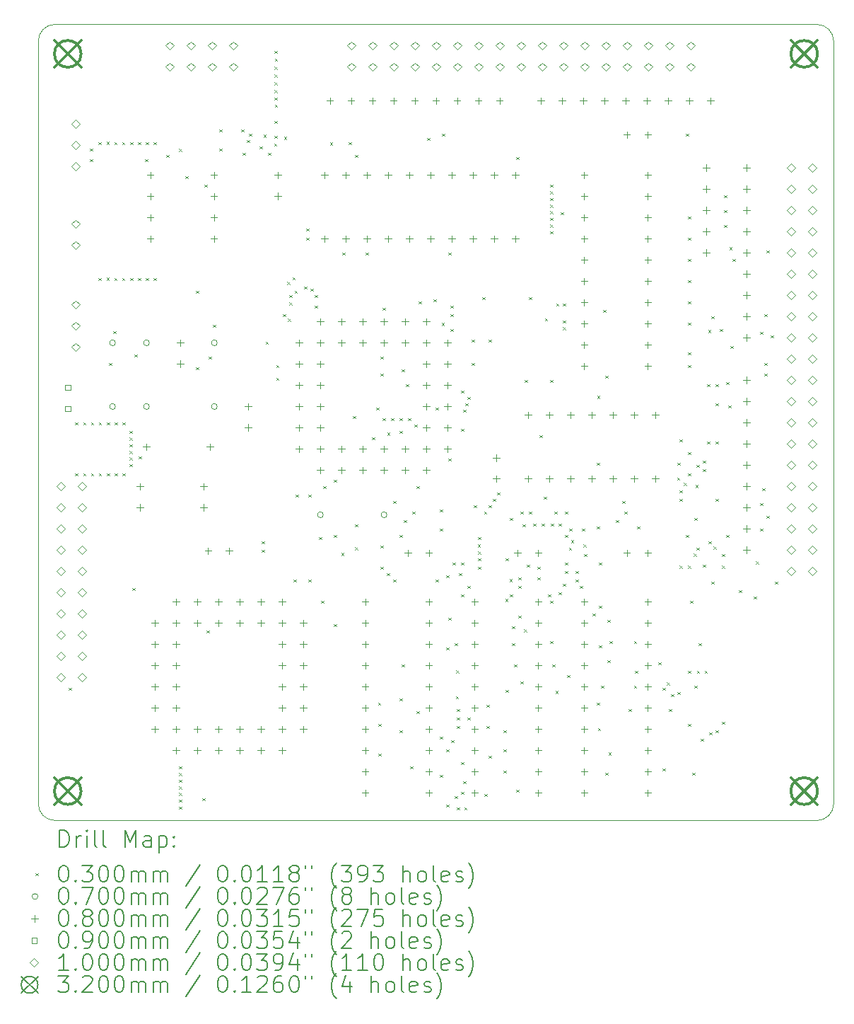
<source format=gbr>
%TF.GenerationSoftware,KiCad,Pcbnew,8.0.3*%
%TF.CreationDate,2024-06-07T18:19:59+02:00*%
%TF.ProjectId,cpu_board_ext_bus_v2,6370755f-626f-4617-9264-5f6578745f62,2.3*%
%TF.SameCoordinates,PX18392c0PY730f910*%
%TF.FileFunction,Drillmap*%
%TF.FilePolarity,Positive*%
%FSLAX45Y45*%
G04 Gerber Fmt 4.5, Leading zero omitted, Abs format (unit mm)*
G04 Created by KiCad (PCBNEW 8.0.3) date 2024-06-07 18:19:59*
%MOMM*%
%LPD*%
G01*
G04 APERTURE LIST*
%ADD10C,0.100000*%
%ADD11C,0.200000*%
%ADD12C,0.320000*%
G04 APERTURE END LIST*
D10*
X0Y9325000D02*
X0Y200000D01*
X9525000Y9325000D02*
X9525000Y200000D01*
X9525000Y200000D02*
G75*
G02*
X9325000Y0I-200000J0D01*
G01*
X200000Y0D02*
G75*
G02*
X0Y200000I0J200000D01*
G01*
X0Y9325000D02*
G75*
G02*
X200000Y9525000I200000J0D01*
G01*
X9325000Y9525000D02*
G75*
G02*
X9525000Y9325000I0J-200000D01*
G01*
X200000Y0D02*
X9325000Y0D01*
X200000Y9525000D02*
X9325000Y9525000D01*
D11*
D10*
X366000Y1589800D02*
X396000Y1559800D01*
X396000Y1589800D02*
X366000Y1559800D01*
X442200Y4764800D02*
X472200Y4734800D01*
X472200Y4764800D02*
X442200Y4734800D01*
X442200Y4155200D02*
X472200Y4125200D01*
X472200Y4155200D02*
X442200Y4125200D01*
X536543Y4764800D02*
X566543Y4734800D01*
X566543Y4764800D02*
X536543Y4734800D01*
X536543Y4155200D02*
X566543Y4125200D01*
X566543Y4155200D02*
X536543Y4125200D01*
X620000Y8041400D02*
X650000Y8011400D01*
X650000Y8041400D02*
X620000Y8011400D01*
X620000Y7914400D02*
X650000Y7884400D01*
X650000Y7914400D02*
X620000Y7884400D01*
X630885Y4764800D02*
X660885Y4734800D01*
X660885Y4764800D02*
X630885Y4734800D01*
X630885Y4155200D02*
X660885Y4125200D01*
X660885Y4155200D02*
X630885Y4125200D01*
X721601Y8117600D02*
X751601Y8087600D01*
X751601Y8117600D02*
X721601Y8087600D01*
X721601Y6492000D02*
X751601Y6462000D01*
X751601Y6492000D02*
X721601Y6462000D01*
X725228Y4764800D02*
X755228Y4734800D01*
X755228Y4764800D02*
X725228Y4734800D01*
X725228Y4155200D02*
X755228Y4125200D01*
X755228Y4155200D02*
X725228Y4125200D01*
X815943Y8119475D02*
X845943Y8089475D01*
X845943Y8119475D02*
X815943Y8089475D01*
X815943Y6493875D02*
X845943Y6463875D01*
X845943Y6493875D02*
X815943Y6463875D01*
X819571Y4764800D02*
X849571Y4734800D01*
X849571Y4764800D02*
X819571Y4734800D01*
X819571Y4155200D02*
X849571Y4125200D01*
X849571Y4155200D02*
X819571Y4125200D01*
X848600Y5476000D02*
X878600Y5446000D01*
X878600Y5476000D02*
X848600Y5446000D01*
X899400Y5857000D02*
X929400Y5827000D01*
X929400Y5857000D02*
X899400Y5827000D01*
X910286Y8117600D02*
X940286Y8087600D01*
X940286Y8117600D02*
X910286Y8087600D01*
X910286Y6492000D02*
X940286Y6462000D01*
X940286Y6492000D02*
X910286Y6462000D01*
X913913Y4764800D02*
X943913Y4734800D01*
X943913Y4764800D02*
X913913Y4734800D01*
X913913Y4155200D02*
X943913Y4125200D01*
X943913Y4155200D02*
X913913Y4125200D01*
X1004629Y8117600D02*
X1034629Y8087600D01*
X1034629Y8117600D02*
X1004629Y8087600D01*
X1004629Y6492000D02*
X1034629Y6462000D01*
X1034629Y6492000D02*
X1004629Y6462000D01*
X1008256Y4764800D02*
X1038256Y4734800D01*
X1038256Y4764800D02*
X1008256Y4734800D01*
X1008256Y4155200D02*
X1038256Y4125200D01*
X1038256Y4155200D02*
X1008256Y4125200D01*
X1090950Y4663200D02*
X1120950Y4633200D01*
X1120950Y4663200D02*
X1090950Y4633200D01*
X1090950Y4583200D02*
X1120950Y4553200D01*
X1120950Y4583200D02*
X1090950Y4553200D01*
X1090950Y4503200D02*
X1120950Y4473200D01*
X1120950Y4503200D02*
X1090950Y4473200D01*
X1090950Y4423200D02*
X1120950Y4393200D01*
X1120950Y4423200D02*
X1090950Y4393200D01*
X1090950Y4343200D02*
X1120950Y4313200D01*
X1120950Y4343200D02*
X1090950Y4313200D01*
X1090950Y4263200D02*
X1120950Y4233200D01*
X1120950Y4263200D02*
X1090950Y4233200D01*
X1098972Y8117600D02*
X1128972Y8087600D01*
X1128972Y8117600D02*
X1098972Y8087600D01*
X1098972Y6492000D02*
X1128972Y6462000D01*
X1128972Y6492000D02*
X1098972Y6462000D01*
X1126491Y2785109D02*
X1156491Y2755109D01*
X1156491Y2785109D02*
X1126491Y2755109D01*
X1153400Y5577600D02*
X1183400Y5547600D01*
X1183400Y5577600D02*
X1153400Y5547600D01*
X1193314Y8117600D02*
X1223314Y8087600D01*
X1223314Y8117600D02*
X1193314Y8087600D01*
X1193314Y6492000D02*
X1223314Y6462000D01*
X1223314Y6492000D02*
X1193314Y6462000D01*
X1204200Y4358400D02*
X1234200Y4328400D01*
X1234200Y4358400D02*
X1204200Y4328400D01*
X1280400Y7914400D02*
X1310400Y7884400D01*
X1310400Y7914400D02*
X1280400Y7884400D01*
X1287657Y8117600D02*
X1317657Y8087600D01*
X1317657Y8117600D02*
X1287657Y8087600D01*
X1287657Y6492000D02*
X1317657Y6462000D01*
X1317657Y6492000D02*
X1287657Y6462000D01*
X1382000Y8117600D02*
X1412000Y8087600D01*
X1412000Y8117600D02*
X1382000Y8087600D01*
X1382000Y6492000D02*
X1412000Y6462000D01*
X1412000Y6492000D02*
X1382000Y6462000D01*
X1534400Y7965200D02*
X1564400Y7935200D01*
X1564400Y7965200D02*
X1534400Y7935200D01*
X1683831Y410204D02*
X1713831Y380204D01*
X1713831Y410204D02*
X1683831Y380204D01*
X1686652Y250381D02*
X1716652Y220381D01*
X1716652Y250381D02*
X1686652Y220381D01*
X1686800Y8035600D02*
X1716800Y8005600D01*
X1716800Y8035600D02*
X1686800Y8005600D01*
X1686800Y650000D02*
X1716800Y620000D01*
X1716800Y650000D02*
X1686800Y620000D01*
X1686800Y570050D02*
X1716800Y540050D01*
X1716800Y570050D02*
X1686800Y540050D01*
X1686800Y490099D02*
X1716800Y460099D01*
X1716800Y490099D02*
X1686800Y460099D01*
X1686800Y167400D02*
X1716800Y137400D01*
X1716800Y167400D02*
X1686800Y137400D01*
X1687286Y330329D02*
X1717286Y300329D01*
X1717286Y330329D02*
X1687286Y300329D01*
X1763000Y7711200D02*
X1793000Y7681200D01*
X1793000Y7711200D02*
X1763000Y7681200D01*
X1890000Y6339600D02*
X1920000Y6309600D01*
X1920000Y6339600D02*
X1890000Y6309600D01*
X1890000Y5425200D02*
X1920000Y5395200D01*
X1920000Y5425200D02*
X1890000Y5395200D01*
X1966200Y269000D02*
X1996200Y239000D01*
X1996200Y269000D02*
X1966200Y239000D01*
X1991600Y7609600D02*
X2021600Y7579600D01*
X2021600Y7609600D02*
X1991600Y7579600D01*
X2017000Y2275600D02*
X2047000Y2245600D01*
X2047000Y2275600D02*
X2017000Y2245600D01*
X2042400Y5552200D02*
X2072400Y5522200D01*
X2072400Y5552200D02*
X2042400Y5522200D01*
X2093200Y5933200D02*
X2123200Y5903200D01*
X2123200Y5933200D02*
X2093200Y5903200D01*
X2169400Y8270000D02*
X2199400Y8240000D01*
X2199400Y8270000D02*
X2169400Y8240000D01*
X2169400Y8041400D02*
X2199400Y8011400D01*
X2199400Y8041400D02*
X2169400Y8011400D01*
X2431541Y8271200D02*
X2461541Y8241200D01*
X2461541Y8271200D02*
X2431541Y8241200D01*
X2448800Y7990600D02*
X2478800Y7960600D01*
X2478800Y7990600D02*
X2448800Y7960600D01*
X2499600Y8143000D02*
X2529600Y8113000D01*
X2529600Y8143000D02*
X2499600Y8113000D01*
X2525000Y8219200D02*
X2555000Y8189200D01*
X2555000Y8219200D02*
X2525000Y8189200D01*
X2652000Y8066800D02*
X2682000Y8036800D01*
X2682000Y8066800D02*
X2652000Y8036800D01*
X2677400Y3342400D02*
X2707400Y3312400D01*
X2707400Y3342400D02*
X2677400Y3312400D01*
X2677400Y3240800D02*
X2707400Y3210800D01*
X2707400Y3240800D02*
X2677400Y3210800D01*
X2698048Y8206943D02*
X2728048Y8176943D01*
X2728048Y8206943D02*
X2698048Y8176943D01*
X2724400Y5730000D02*
X2754400Y5700000D01*
X2754400Y5730000D02*
X2724400Y5700000D01*
X2753600Y7990600D02*
X2783600Y7960600D01*
X2783600Y7990600D02*
X2753600Y7960600D01*
X2823159Y8098841D02*
X2853159Y8068841D01*
X2853159Y8098841D02*
X2823159Y8068841D01*
X2829380Y8651061D02*
X2859380Y8621061D01*
X2859380Y8651061D02*
X2829380Y8621061D01*
X2829800Y9209800D02*
X2859800Y9179800D01*
X2859800Y9209800D02*
X2829800Y9179800D01*
X2829800Y9021115D02*
X2859800Y8991115D01*
X2859800Y9021115D02*
X2829800Y8991115D01*
X2829800Y8926772D02*
X2859800Y8896772D01*
X2859800Y8926772D02*
X2829800Y8896772D01*
X2829800Y8832429D02*
X2859800Y8802429D01*
X2859800Y8832429D02*
X2829800Y8802429D01*
X2829800Y8738087D02*
X2859800Y8708087D01*
X2859800Y8738087D02*
X2829800Y8708087D01*
X2829800Y8371600D02*
X2859800Y8341600D01*
X2859800Y8371600D02*
X2829800Y8341600D01*
X2829800Y8193800D02*
X2859800Y8163800D01*
X2859800Y8193800D02*
X2829800Y8163800D01*
X2831675Y9115457D02*
X2861675Y9085457D01*
X2861675Y9115457D02*
X2831675Y9085457D01*
X2834249Y8566200D02*
X2864249Y8536200D01*
X2864249Y8566200D02*
X2834249Y8536200D01*
X2849350Y5450600D02*
X2879350Y5420600D01*
X2879350Y5450600D02*
X2849350Y5420600D01*
X2849350Y5298200D02*
X2879350Y5268200D01*
X2879350Y5298200D02*
X2849350Y5268200D01*
X2931400Y6060200D02*
X2961400Y6030200D01*
X2961400Y6060200D02*
X2931400Y6030200D01*
X2943914Y8180914D02*
X2973914Y8150914D01*
X2973914Y8180914D02*
X2943914Y8150914D01*
X2982200Y6447259D02*
X3012200Y6417259D01*
X3012200Y6447259D02*
X2982200Y6417259D01*
X2987933Y6003667D02*
X3017933Y5973667D01*
X3017933Y6003667D02*
X2987933Y5973667D01*
X3006784Y6200134D02*
X3036784Y6170134D01*
X3036784Y6200134D02*
X3006784Y6170134D01*
X3007600Y6288800D02*
X3037600Y6258800D01*
X3037600Y6288800D02*
X3007600Y6258800D01*
X3044650Y6500101D02*
X3074650Y6470101D01*
X3074650Y6500101D02*
X3044650Y6470101D01*
X3058400Y2885200D02*
X3088400Y2855200D01*
X3088400Y2885200D02*
X3058400Y2855200D01*
X3069896Y6338978D02*
X3099896Y6308978D01*
X3099896Y6338978D02*
X3069896Y6308978D01*
X3083800Y3901200D02*
X3113800Y3871200D01*
X3113800Y3901200D02*
X3083800Y3871200D01*
X3185400Y6390400D02*
X3215400Y6360400D01*
X3215400Y6390400D02*
X3185400Y6360400D01*
X3209373Y7083291D02*
X3239373Y7053291D01*
X3239373Y7083291D02*
X3209373Y7053291D01*
X3210800Y6974600D02*
X3240800Y6944600D01*
X3240800Y6974600D02*
X3210800Y6944600D01*
X3236200Y3901200D02*
X3266200Y3871200D01*
X3266200Y3901200D02*
X3236200Y3871200D01*
X3236200Y2885200D02*
X3266200Y2855200D01*
X3266200Y2885200D02*
X3236200Y2855200D01*
X3261600Y6365000D02*
X3291600Y6335000D01*
X3291600Y6365000D02*
X3261600Y6335000D01*
X3312400Y6288800D02*
X3342400Y6258800D01*
X3342400Y6288800D02*
X3312400Y6258800D01*
X3312400Y6161800D02*
X3342400Y6131800D01*
X3342400Y6161800D02*
X3312400Y6131800D01*
X3363200Y3393200D02*
X3393200Y3363200D01*
X3393200Y3393200D02*
X3363200Y3363200D01*
X3388600Y2631200D02*
X3418600Y2601200D01*
X3418600Y2631200D02*
X3388600Y2601200D01*
X3414000Y4002800D02*
X3444000Y3972800D01*
X3444000Y4002800D02*
X3414000Y3972800D01*
X3493736Y8110800D02*
X3523736Y8080800D01*
X3523736Y8110800D02*
X3493736Y8080800D01*
X3541000Y4079000D02*
X3571000Y4049000D01*
X3571000Y4079000D02*
X3541000Y4049000D01*
X3541000Y3418600D02*
X3571000Y3388600D01*
X3571000Y3418600D02*
X3541000Y3388600D01*
X3541000Y2351800D02*
X3571000Y2321800D01*
X3571000Y2351800D02*
X3541000Y2321800D01*
X3630259Y3203059D02*
X3660259Y3173059D01*
X3660259Y3203059D02*
X3630259Y3173059D01*
X3642600Y6796800D02*
X3672600Y6766800D01*
X3672600Y6796800D02*
X3642600Y6766800D01*
X3718800Y8117600D02*
X3748800Y8087600D01*
X3748800Y8117600D02*
X3718800Y8087600D01*
X3769600Y4841000D02*
X3799600Y4811000D01*
X3799600Y4841000D02*
X3769600Y4811000D01*
X3795000Y7965200D02*
X3825000Y7935200D01*
X3825000Y7965200D02*
X3795000Y7935200D01*
X3795000Y3545600D02*
X3825000Y3515600D01*
X3825000Y3545600D02*
X3795000Y3515600D01*
X3795000Y3267800D02*
X3825000Y3237800D01*
X3825000Y3267800D02*
X3795000Y3237800D01*
X3922000Y6796800D02*
X3952000Y6766800D01*
X3952000Y6796800D02*
X3922000Y6766800D01*
X3998200Y4587000D02*
X4028200Y4557000D01*
X4028200Y4587000D02*
X3998200Y4557000D01*
X4049000Y4942600D02*
X4079000Y4912600D01*
X4079000Y4942600D02*
X4049000Y4912600D01*
X4068550Y1412000D02*
X4098550Y1382000D01*
X4098550Y1412000D02*
X4068550Y1382000D01*
X4074400Y1158000D02*
X4104400Y1128000D01*
X4104400Y1158000D02*
X4074400Y1128000D01*
X4074400Y802400D02*
X4104400Y772400D01*
X4104400Y802400D02*
X4074400Y772400D01*
X4099800Y5552200D02*
X4129800Y5522200D01*
X4129800Y5552200D02*
X4099800Y5522200D01*
X4099800Y5349000D02*
X4129800Y5319000D01*
X4129800Y5349000D02*
X4099800Y5319000D01*
X4099800Y3291600D02*
X4129800Y3261600D01*
X4129800Y3291600D02*
X4099800Y3261600D01*
X4099800Y3037600D02*
X4129800Y3007600D01*
X4129800Y3037600D02*
X4099800Y3007600D01*
X4125200Y6136400D02*
X4155200Y6106400D01*
X4155200Y6136400D02*
X4125200Y6106400D01*
X4125200Y4815600D02*
X4155200Y4785600D01*
X4155200Y4815600D02*
X4125200Y4785600D01*
X4176000Y2961400D02*
X4206000Y2931400D01*
X4206000Y2961400D02*
X4176000Y2931400D01*
X4179129Y4640929D02*
X4209129Y4610929D01*
X4209129Y4640929D02*
X4179129Y4610929D01*
X4226800Y4815600D02*
X4256800Y4785600D01*
X4256800Y4815600D02*
X4226800Y4785600D01*
X4252200Y3825000D02*
X4282200Y3795000D01*
X4282200Y3825000D02*
X4252200Y3795000D01*
X4252200Y2885200D02*
X4282200Y2855200D01*
X4282200Y2885200D02*
X4252200Y2855200D01*
X4328400Y4815600D02*
X4358400Y4785600D01*
X4358400Y4815600D02*
X4328400Y4785600D01*
X4328400Y4663200D02*
X4358400Y4633200D01*
X4358400Y4663200D02*
X4328400Y4633200D01*
X4328400Y3418600D02*
X4358400Y3388600D01*
X4358400Y3418600D02*
X4328400Y3388600D01*
X4328400Y1462800D02*
X4358400Y1432800D01*
X4358400Y1462800D02*
X4328400Y1432800D01*
X4328400Y1081800D02*
X4358400Y1051800D01*
X4358400Y1081800D02*
X4328400Y1051800D01*
X4353800Y5399800D02*
X4383800Y5369800D01*
X4383800Y5399800D02*
X4353800Y5369800D01*
X4353800Y1869200D02*
X4383800Y1839200D01*
X4383800Y1869200D02*
X4353800Y1839200D01*
X4379200Y3596400D02*
X4409200Y3566400D01*
X4409200Y3596400D02*
X4379200Y3566400D01*
X4404600Y5222000D02*
X4434600Y5192000D01*
X4434600Y5222000D02*
X4404600Y5192000D01*
X4430000Y4815600D02*
X4460000Y4785600D01*
X4460000Y4815600D02*
X4430000Y4785600D01*
X4455400Y650000D02*
X4485400Y620000D01*
X4485400Y650000D02*
X4455400Y620000D01*
X4480800Y3698000D02*
X4510800Y3668000D01*
X4510800Y3698000D02*
X4480800Y3668000D01*
X4506200Y4739400D02*
X4536200Y4709400D01*
X4536200Y4739400D02*
X4506200Y4709400D01*
X4531600Y4002800D02*
X4561600Y3972800D01*
X4561600Y4002800D02*
X4531600Y3972800D01*
X4531600Y1310400D02*
X4561600Y1280400D01*
X4561600Y1310400D02*
X4531600Y1280400D01*
X4557000Y6212600D02*
X4587000Y6182600D01*
X4587000Y6212600D02*
X4557000Y6182600D01*
X4658600Y8168400D02*
X4688600Y8138400D01*
X4688600Y8168400D02*
X4658600Y8138400D01*
X4734800Y6238000D02*
X4764800Y6208000D01*
X4764800Y6238000D02*
X4734800Y6208000D01*
X4760200Y4942600D02*
X4790200Y4912600D01*
X4790200Y4942600D02*
X4760200Y4912600D01*
X4760200Y2885200D02*
X4790200Y2855200D01*
X4790200Y2885200D02*
X4760200Y2855200D01*
X4811000Y3723400D02*
X4841000Y3693400D01*
X4841000Y3723400D02*
X4811000Y3693400D01*
X4811000Y3494800D02*
X4841000Y3464800D01*
X4841000Y3494800D02*
X4811000Y3464800D01*
X4811000Y1005600D02*
X4841000Y975600D01*
X4841000Y1005600D02*
X4811000Y975600D01*
X4811000Y548400D02*
X4841000Y518400D01*
X4841000Y548400D02*
X4811000Y518400D01*
X4830600Y5952800D02*
X4860600Y5922800D01*
X4860600Y5952800D02*
X4830600Y5922800D01*
X4836400Y8219200D02*
X4866400Y8189200D01*
X4866400Y8219200D02*
X4836400Y8189200D01*
X4887200Y2936000D02*
X4917200Y2906000D01*
X4917200Y2936000D02*
X4887200Y2906000D01*
X4887200Y2072400D02*
X4917200Y2042400D01*
X4917200Y2072400D02*
X4887200Y2042400D01*
X4887200Y853200D02*
X4917200Y823200D01*
X4917200Y853200D02*
X4887200Y823200D01*
X4887200Y190580D02*
X4917200Y160580D01*
X4917200Y190580D02*
X4887200Y160580D01*
X4912600Y6796800D02*
X4942600Y6766800D01*
X4942600Y6796800D02*
X4912600Y6766800D01*
X4912600Y4333000D02*
X4942600Y4303000D01*
X4942600Y4333000D02*
X4912600Y4303000D01*
X4912600Y2428000D02*
X4942600Y2398000D01*
X4942600Y2428000D02*
X4912600Y2398000D01*
X4938000Y6161800D02*
X4968000Y6131800D01*
X4968000Y6161800D02*
X4938000Y6131800D01*
X4938000Y6060200D02*
X4968000Y6030200D01*
X4968000Y6060200D02*
X4938000Y6030200D01*
X4938000Y5882400D02*
X4968000Y5852400D01*
X4968000Y5882400D02*
X4938000Y5852400D01*
X4944827Y961627D02*
X4974827Y931627D01*
X4974827Y961627D02*
X4944827Y931627D01*
X4963400Y3088400D02*
X4993400Y3058400D01*
X4993400Y3088400D02*
X4963400Y3058400D01*
X4988800Y2123200D02*
X5018800Y2093200D01*
X5018800Y2123200D02*
X4988800Y2093200D01*
X4988800Y294400D02*
X5018800Y264400D01*
X5018800Y294400D02*
X4988800Y264400D01*
X5000450Y1488200D02*
X5030450Y1458200D01*
X5030450Y1488200D02*
X5000450Y1458200D01*
X5002550Y1794684D02*
X5032550Y1764684D01*
X5032550Y1794684D02*
X5002550Y1764684D01*
X5014200Y1335800D02*
X5044200Y1305800D01*
X5044200Y1335800D02*
X5014200Y1305800D01*
X5014200Y1234200D02*
X5044200Y1204200D01*
X5044200Y1234200D02*
X5014200Y1204200D01*
X5014200Y1132600D02*
X5044200Y1102600D01*
X5044200Y1132600D02*
X5014200Y1102600D01*
X5014200Y159760D02*
X5044200Y129760D01*
X5044200Y159760D02*
X5014200Y129760D01*
X5039600Y2961400D02*
X5069600Y2931400D01*
X5069600Y2961400D02*
X5039600Y2931400D01*
X5065000Y5145800D02*
X5095000Y5115800D01*
X5095000Y5145800D02*
X5065000Y5115800D01*
X5065000Y4688600D02*
X5095000Y4658600D01*
X5095000Y4688600D02*
X5065000Y4658600D01*
X5065000Y3088400D02*
X5095000Y3058400D01*
X5095000Y3088400D02*
X5065000Y3058400D01*
X5065000Y2707400D02*
X5095000Y2677400D01*
X5095000Y2707400D02*
X5065000Y2677400D01*
X5065000Y700800D02*
X5095000Y670800D01*
X5095000Y700800D02*
X5065000Y670800D01*
X5065000Y345200D02*
X5095000Y315200D01*
X5095000Y345200D02*
X5065000Y315200D01*
X5090400Y4917200D02*
X5120400Y4887200D01*
X5120400Y4917200D02*
X5090400Y4887200D01*
X5090400Y472200D02*
X5120400Y442200D01*
X5120400Y472200D02*
X5090400Y442200D01*
X5103100Y159760D02*
X5133100Y129760D01*
X5133100Y159760D02*
X5103100Y129760D01*
X5115800Y4993400D02*
X5145800Y4963400D01*
X5145800Y4993400D02*
X5115800Y4963400D01*
X5141200Y5069600D02*
X5171200Y5039600D01*
X5171200Y5069600D02*
X5141200Y5039600D01*
X5141200Y2809000D02*
X5171200Y2779000D01*
X5171200Y2809000D02*
X5141200Y2779000D01*
X5141200Y1234200D02*
X5171200Y1204200D01*
X5171200Y1234200D02*
X5141200Y1204200D01*
X5192000Y5755400D02*
X5222000Y5725400D01*
X5222000Y5755400D02*
X5192000Y5725400D01*
X5192000Y5476000D02*
X5222000Y5446000D01*
X5222000Y5476000D02*
X5192000Y5446000D01*
X5217400Y3774200D02*
X5247400Y3744200D01*
X5247400Y3774200D02*
X5217400Y3744200D01*
X5264016Y3303284D02*
X5294016Y3273284D01*
X5294016Y3303284D02*
X5264016Y3273284D01*
X5266907Y3394493D02*
X5296907Y3364493D01*
X5296907Y3394493D02*
X5266907Y3364493D01*
X5268200Y3219150D02*
X5298200Y3189150D01*
X5298200Y3219150D02*
X5268200Y3189150D01*
X5268200Y3139200D02*
X5298200Y3109200D01*
X5298200Y3139200D02*
X5268200Y3109200D01*
X5268200Y3037600D02*
X5298200Y3007600D01*
X5298200Y3037600D02*
X5268200Y3007600D01*
X5319000Y6263400D02*
X5349000Y6233400D01*
X5349000Y6263400D02*
X5319000Y6233400D01*
X5338667Y3698000D02*
X5368667Y3668000D01*
X5368667Y3698000D02*
X5338667Y3668000D01*
X5344400Y319800D02*
X5374400Y289800D01*
X5374400Y319800D02*
X5344400Y289800D01*
X5369800Y1386600D02*
X5399800Y1356600D01*
X5399800Y1386600D02*
X5369800Y1356600D01*
X5369800Y1132600D02*
X5399800Y1102600D01*
X5399800Y1132600D02*
X5369800Y1102600D01*
X5395200Y5755400D02*
X5425200Y5725400D01*
X5425200Y5755400D02*
X5395200Y5725400D01*
X5395200Y3774200D02*
X5425200Y3744200D01*
X5425200Y3774200D02*
X5395200Y3744200D01*
X5395200Y777000D02*
X5425200Y747000D01*
X5425200Y777000D02*
X5395200Y747000D01*
X5446000Y3850400D02*
X5476000Y3820400D01*
X5476000Y3850400D02*
X5446000Y3820400D01*
X5496800Y3926600D02*
X5526800Y3896600D01*
X5526800Y3926600D02*
X5496800Y3896600D01*
X5573000Y1081800D02*
X5603000Y1051800D01*
X5603000Y1081800D02*
X5573000Y1051800D01*
X5573000Y853200D02*
X5603000Y823200D01*
X5603000Y853200D02*
X5573000Y823200D01*
X5573000Y599200D02*
X5603000Y569200D01*
X5603000Y599200D02*
X5573000Y569200D01*
X5592667Y2650867D02*
X5622667Y2620867D01*
X5622667Y2650867D02*
X5592667Y2620867D01*
X5598400Y3139200D02*
X5628400Y3109200D01*
X5628400Y3139200D02*
X5598400Y3109200D01*
X5598400Y1564400D02*
X5628400Y1534400D01*
X5628400Y1564400D02*
X5598400Y1534400D01*
X5643277Y2891123D02*
X5673277Y2861123D01*
X5673277Y2891123D02*
X5643277Y2861123D01*
X5649200Y3621800D02*
X5679200Y3591800D01*
X5679200Y3621800D02*
X5649200Y3591800D01*
X5649200Y2707400D02*
X5679200Y2677400D01*
X5679200Y2707400D02*
X5649200Y2677400D01*
X5674600Y2326400D02*
X5704600Y2296400D01*
X5704600Y2326400D02*
X5674600Y2296400D01*
X5674600Y2123200D02*
X5704600Y2093200D01*
X5704600Y2123200D02*
X5674600Y2093200D01*
X5700000Y1869200D02*
X5730000Y1839200D01*
X5730000Y1869200D02*
X5700000Y1839200D01*
X5725400Y7939800D02*
X5755400Y7909800D01*
X5755400Y7939800D02*
X5725400Y7909800D01*
X5725400Y370600D02*
X5755400Y340600D01*
X5755400Y370600D02*
X5725400Y340600D01*
X5750800Y2809000D02*
X5780800Y2779000D01*
X5780800Y2809000D02*
X5750800Y2779000D01*
X5750800Y2453400D02*
X5780800Y2423400D01*
X5780800Y2453400D02*
X5750800Y2423400D01*
X5751021Y2910550D02*
X5781021Y2880550D01*
X5781021Y2910550D02*
X5751021Y2880550D01*
X5776200Y3698000D02*
X5806200Y3668000D01*
X5806200Y3698000D02*
X5776200Y3668000D01*
X5776200Y1666000D02*
X5806200Y1636000D01*
X5806200Y1666000D02*
X5776200Y1636000D01*
X5801600Y3545600D02*
X5831600Y3515600D01*
X5831600Y3545600D02*
X5801600Y3515600D01*
X5816100Y2286500D02*
X5846100Y2256500D01*
X5846100Y2286500D02*
X5816100Y2256500D01*
X5827000Y5272800D02*
X5857000Y5242800D01*
X5857000Y5272800D02*
X5827000Y5242800D01*
X5852400Y3063000D02*
X5882400Y3033000D01*
X5882400Y3063000D02*
X5852400Y3033000D01*
X5877800Y6263400D02*
X5907800Y6233400D01*
X5907800Y6263400D02*
X5877800Y6233400D01*
X5877800Y3698000D02*
X5907800Y3668000D01*
X5907800Y3698000D02*
X5877800Y3668000D01*
X5928600Y3551850D02*
X5958600Y3521850D01*
X5958600Y3551850D02*
X5928600Y3521850D01*
X5979400Y3037600D02*
X6009400Y3007600D01*
X6009400Y3037600D02*
X5979400Y3007600D01*
X5979400Y2910600D02*
X6009400Y2880600D01*
X6009400Y2910600D02*
X5979400Y2880600D01*
X6004800Y4612400D02*
X6034800Y4582400D01*
X6034800Y4612400D02*
X6004800Y4582400D01*
X6030200Y3551850D02*
X6060200Y3521850D01*
X6060200Y3551850D02*
X6030200Y3521850D01*
X6055600Y3875800D02*
X6085600Y3845800D01*
X6085600Y3875800D02*
X6055600Y3845800D01*
X6067621Y6009303D02*
X6097621Y5979303D01*
X6097621Y6009303D02*
X6067621Y5979303D01*
X6106400Y2707400D02*
X6136400Y2677400D01*
X6136400Y2707400D02*
X6106400Y2677400D01*
X6131800Y7609600D02*
X6161800Y7579600D01*
X6161800Y7609600D02*
X6131800Y7579600D01*
X6131800Y7529600D02*
X6161800Y7499600D01*
X6161800Y7529600D02*
X6131800Y7499600D01*
X6131800Y7449600D02*
X6161800Y7419600D01*
X6161800Y7449600D02*
X6131800Y7419600D01*
X6131800Y7369600D02*
X6161800Y7339600D01*
X6161800Y7369600D02*
X6131800Y7339600D01*
X6131800Y7289600D02*
X6161800Y7259600D01*
X6161800Y7289600D02*
X6131800Y7259600D01*
X6131800Y7209600D02*
X6161800Y7179600D01*
X6161800Y7209600D02*
X6131800Y7179600D01*
X6131800Y7129600D02*
X6161800Y7099600D01*
X6161800Y7129600D02*
X6131800Y7099600D01*
X6131800Y7049600D02*
X6161800Y7019600D01*
X6161800Y7049600D02*
X6131800Y7019600D01*
X6131800Y5272800D02*
X6161800Y5242800D01*
X6161800Y5272800D02*
X6131800Y5242800D01*
X6131800Y2631200D02*
X6161800Y2601200D01*
X6161800Y2631200D02*
X6131800Y2601200D01*
X6131800Y2148600D02*
X6161800Y2118600D01*
X6161800Y2148600D02*
X6131800Y2118600D01*
X6138441Y3551850D02*
X6168441Y3521850D01*
X6168441Y3551850D02*
X6138441Y3521850D01*
X6157200Y1869200D02*
X6187200Y1839200D01*
X6187200Y1869200D02*
X6157200Y1839200D01*
X6182600Y3698000D02*
X6212600Y3668000D01*
X6212600Y3698000D02*
X6182600Y3668000D01*
X6195300Y1551700D02*
X6225300Y1521700D01*
X6225300Y1551700D02*
X6195300Y1521700D01*
X6204200Y6187200D02*
X6234200Y6157200D01*
X6234200Y6187200D02*
X6204200Y6157200D01*
X6233400Y3551850D02*
X6263400Y3521850D01*
X6263400Y3551850D02*
X6233400Y3521850D01*
X6233400Y2732800D02*
X6263400Y2702800D01*
X6263400Y2732800D02*
X6233400Y2702800D01*
X6258800Y7279400D02*
X6288800Y7249400D01*
X6288800Y7279400D02*
X6258800Y7249400D01*
X6284200Y6187200D02*
X6314200Y6157200D01*
X6314200Y6187200D02*
X6284200Y6157200D01*
X6284200Y5984000D02*
X6314200Y5954000D01*
X6314200Y5984000D02*
X6284200Y5954000D01*
X6284200Y5904000D02*
X6314200Y5874000D01*
X6314200Y5904000D02*
X6284200Y5874000D01*
X6284200Y2834400D02*
X6314200Y2804400D01*
X6314200Y2834400D02*
X6284200Y2804400D01*
X6309600Y3698000D02*
X6339600Y3668000D01*
X6339600Y3698000D02*
X6309600Y3668000D01*
X6309600Y3418600D02*
X6339600Y3388600D01*
X6339600Y3418600D02*
X6309600Y3388600D01*
X6309600Y3088400D02*
X6339600Y3058400D01*
X6339600Y3088400D02*
X6309600Y3058400D01*
X6309600Y2986800D02*
X6339600Y2956800D01*
X6339600Y2986800D02*
X6309600Y2956800D01*
X6335000Y1742200D02*
X6365000Y1712200D01*
X6365000Y1742200D02*
X6335000Y1712200D01*
X6354550Y3266200D02*
X6384550Y3236200D01*
X6384550Y3266200D02*
X6354550Y3236200D01*
X6360400Y3494800D02*
X6390400Y3464800D01*
X6390400Y3494800D02*
X6360400Y3464800D01*
X6379741Y3356150D02*
X6409741Y3326150D01*
X6409741Y3356150D02*
X6379741Y3326150D01*
X6436600Y2986800D02*
X6466600Y2956800D01*
X6466600Y2986800D02*
X6436600Y2956800D01*
X6436600Y2885200D02*
X6466600Y2855200D01*
X6466600Y2885200D02*
X6436600Y2855200D01*
X6487400Y2809000D02*
X6517400Y2779000D01*
X6517400Y2809000D02*
X6487400Y2779000D01*
X6512800Y3494800D02*
X6542800Y3464800D01*
X6542800Y3494800D02*
X6512800Y3464800D01*
X6526047Y3304847D02*
X6556047Y3274847D01*
X6556047Y3304847D02*
X6526047Y3274847D01*
X6538200Y3190000D02*
X6568200Y3160000D01*
X6568200Y3190000D02*
X6538200Y3160000D01*
X6639800Y2478800D02*
X6669800Y2448800D01*
X6669800Y2478800D02*
X6639800Y2448800D01*
X6690600Y4282200D02*
X6720600Y4252200D01*
X6720600Y4282200D02*
X6690600Y4252200D01*
X6690600Y3520200D02*
X6720600Y3490200D01*
X6720600Y3520200D02*
X6690600Y3490200D01*
X6690600Y1412000D02*
X6720600Y1382000D01*
X6720600Y1412000D02*
X6690600Y1382000D01*
X6695200Y5083350D02*
X6725200Y5053350D01*
X6725200Y5083350D02*
X6695200Y5053350D01*
X6703300Y1107200D02*
X6733300Y1077200D01*
X6733300Y1107200D02*
X6703300Y1077200D01*
X6716000Y3088400D02*
X6746000Y3058400D01*
X6746000Y3088400D02*
X6716000Y3058400D01*
X6716000Y2570350D02*
X6746000Y2540350D01*
X6746000Y2570350D02*
X6716000Y2540350D01*
X6716000Y2097800D02*
X6746000Y2067800D01*
X6746000Y2097800D02*
X6716000Y2067800D01*
X6741400Y1615200D02*
X6771400Y1585200D01*
X6771400Y1615200D02*
X6741400Y1585200D01*
X6766800Y6111000D02*
X6796800Y6081000D01*
X6796800Y6111000D02*
X6766800Y6081000D01*
X6792200Y5323600D02*
X6822200Y5293600D01*
X6822200Y5323600D02*
X6792200Y5293600D01*
X6792200Y573800D02*
X6822200Y543800D01*
X6822200Y573800D02*
X6792200Y543800D01*
X6817600Y2402600D02*
X6847600Y2372600D01*
X6847600Y2402600D02*
X6817600Y2372600D01*
X6817600Y1920000D02*
X6847600Y1890000D01*
X6847600Y1920000D02*
X6817600Y1890000D01*
X6830300Y815100D02*
X6860300Y785100D01*
X6860300Y815100D02*
X6830300Y785100D01*
X6843000Y2148600D02*
X6873000Y2118600D01*
X6873000Y2148600D02*
X6843000Y2118600D01*
X6919200Y3596400D02*
X6949200Y3566400D01*
X6949200Y3596400D02*
X6919200Y3566400D01*
X6995400Y3825000D02*
X7025400Y3795000D01*
X7025400Y3825000D02*
X6995400Y3795000D01*
X7020800Y3698000D02*
X7050800Y3668000D01*
X7050800Y3698000D02*
X7020800Y3668000D01*
X7071600Y1335800D02*
X7101600Y1305800D01*
X7101600Y1335800D02*
X7071600Y1305800D01*
X7134050Y2148600D02*
X7164050Y2118600D01*
X7164050Y2148600D02*
X7134050Y2118600D01*
X7135100Y1615200D02*
X7165100Y1585200D01*
X7165100Y1615200D02*
X7135100Y1585200D01*
X7147800Y1793000D02*
X7177800Y1763000D01*
X7177800Y1793000D02*
X7147800Y1763000D01*
X7173200Y3520200D02*
X7203200Y3490200D01*
X7203200Y3520200D02*
X7173200Y3490200D01*
X7427200Y1894600D02*
X7457200Y1864600D01*
X7457200Y1894600D02*
X7427200Y1864600D01*
X7478000Y1589800D02*
X7508000Y1559800D01*
X7508000Y1589800D02*
X7478000Y1559800D01*
X7478000Y624600D02*
X7508000Y594600D01*
X7508000Y624600D02*
X7478000Y594600D01*
X7528800Y1654350D02*
X7558800Y1624350D01*
X7558800Y1654350D02*
X7528800Y1624350D01*
X7554200Y1335800D02*
X7584200Y1305800D01*
X7584200Y1335800D02*
X7554200Y1305800D01*
X7579600Y1513600D02*
X7609600Y1483600D01*
X7609600Y1513600D02*
X7579600Y1483600D01*
X7649550Y4104400D02*
X7679550Y4074400D01*
X7679550Y4104400D02*
X7649550Y4074400D01*
X7655800Y4282200D02*
X7685800Y4252200D01*
X7685800Y4282200D02*
X7655800Y4252200D01*
X7655800Y1539000D02*
X7685800Y1509000D01*
X7685800Y1539000D02*
X7655800Y1509000D01*
X7681200Y4561600D02*
X7711200Y4531600D01*
X7711200Y4561600D02*
X7681200Y4531600D01*
X7681200Y3952000D02*
X7711200Y3922000D01*
X7711200Y3952000D02*
X7681200Y3922000D01*
X7681200Y3850400D02*
X7711200Y3820400D01*
X7711200Y3850400D02*
X7681200Y3820400D01*
X7681200Y3049250D02*
X7711200Y3019250D01*
X7711200Y3049250D02*
X7681200Y3019250D01*
X7732000Y4041950D02*
X7762000Y4011950D01*
X7762000Y4041950D02*
X7732000Y4011950D01*
X7757400Y8219200D02*
X7787400Y8189200D01*
X7787400Y8219200D02*
X7757400Y8189200D01*
X7757400Y3418600D02*
X7787400Y3388600D01*
X7787400Y3418600D02*
X7757400Y3388600D01*
X7782800Y7228600D02*
X7812800Y7198600D01*
X7812800Y7228600D02*
X7782800Y7198600D01*
X7782800Y6974600D02*
X7812800Y6944600D01*
X7812800Y6974600D02*
X7782800Y6944600D01*
X7782800Y6720600D02*
X7812800Y6690600D01*
X7812800Y6720600D02*
X7782800Y6690600D01*
X7782800Y6466600D02*
X7812800Y6436600D01*
X7812800Y6466600D02*
X7782800Y6436600D01*
X7782800Y6212600D02*
X7812800Y6182600D01*
X7812800Y6212600D02*
X7782800Y6182600D01*
X7782800Y5958600D02*
X7812800Y5928600D01*
X7812800Y5958600D02*
X7782800Y5928600D01*
X7782800Y5603000D02*
X7812800Y5573000D01*
X7812800Y5603000D02*
X7782800Y5573000D01*
X7782800Y5450600D02*
X7812800Y5420600D01*
X7812800Y5450600D02*
X7782800Y5420600D01*
X7782800Y4409200D02*
X7812800Y4379200D01*
X7812800Y4409200D02*
X7782800Y4379200D01*
X7782800Y4155200D02*
X7812800Y4125200D01*
X7812800Y4155200D02*
X7782800Y4125200D01*
X7782800Y3049250D02*
X7812800Y3019250D01*
X7812800Y3049250D02*
X7782800Y3019250D01*
X7782800Y1793000D02*
X7812800Y1763000D01*
X7812800Y1793000D02*
X7782800Y1763000D01*
X7782800Y1158000D02*
X7812800Y1128000D01*
X7812800Y1158000D02*
X7782800Y1128000D01*
X7808200Y2631200D02*
X7838200Y2601200D01*
X7838200Y2631200D02*
X7808200Y2601200D01*
X7833600Y573800D02*
X7863600Y543800D01*
X7863600Y573800D02*
X7833600Y543800D01*
X7848645Y3194690D02*
X7878645Y3164690D01*
X7878645Y3194690D02*
X7848645Y3164690D01*
X7859000Y3621800D02*
X7889000Y3591800D01*
X7889000Y3621800D02*
X7859000Y3591800D01*
X7859000Y1615200D02*
X7889000Y1585200D01*
X7889000Y1615200D02*
X7859000Y1585200D01*
X7871433Y4015767D02*
X7901433Y3985767D01*
X7901433Y4015767D02*
X7871433Y3985767D01*
X7884400Y4256800D02*
X7914400Y4226800D01*
X7914400Y4256800D02*
X7884400Y4226800D01*
X7884400Y3266200D02*
X7914400Y3236200D01*
X7914400Y3266200D02*
X7884400Y3236200D01*
X7888140Y1791748D02*
X7918140Y1761748D01*
X7918140Y1791748D02*
X7888140Y1761748D01*
X7909800Y2123200D02*
X7939800Y2093200D01*
X7939800Y2123200D02*
X7909800Y2093200D01*
X7935200Y980200D02*
X7965200Y950200D01*
X7965200Y980200D02*
X7935200Y950200D01*
X7960600Y4307600D02*
X7990600Y4277600D01*
X7990600Y4307600D02*
X7960600Y4277600D01*
X7960600Y4206000D02*
X7990600Y4176000D01*
X7990600Y4206000D02*
X7960600Y4176000D01*
X7960600Y3063000D02*
X7990600Y3033000D01*
X7990600Y3063000D02*
X7960600Y3033000D01*
X7981855Y1793050D02*
X8011855Y1763050D01*
X8011855Y1793050D02*
X7981855Y1763050D01*
X8011400Y5222000D02*
X8041400Y5192000D01*
X8041400Y5222000D02*
X8011400Y5192000D01*
X8011400Y4536200D02*
X8041400Y4506200D01*
X8041400Y4536200D02*
X8011400Y4506200D01*
X8024100Y5869700D02*
X8054100Y5839700D01*
X8054100Y5869700D02*
X8024100Y5839700D01*
X8025150Y3342400D02*
X8055150Y3312400D01*
X8055150Y3342400D02*
X8025150Y3312400D01*
X8036800Y1056400D02*
X8066800Y1026400D01*
X8066800Y1056400D02*
X8036800Y1026400D01*
X8062200Y6034800D02*
X8092200Y6004800D01*
X8092200Y6034800D02*
X8062200Y6004800D01*
X8062200Y2859800D02*
X8092200Y2829800D01*
X8092200Y2859800D02*
X8062200Y2829800D01*
X8087600Y3279950D02*
X8117600Y3249950D01*
X8117600Y3279950D02*
X8087600Y3249950D01*
X8113000Y5222000D02*
X8143000Y5192000D01*
X8143000Y5222000D02*
X8113000Y5192000D01*
X8113000Y4993400D02*
X8143000Y4963400D01*
X8143000Y4993400D02*
X8113000Y4963400D01*
X8113000Y4536200D02*
X8143000Y4506200D01*
X8143000Y4536200D02*
X8113000Y4506200D01*
X8113000Y3850400D02*
X8143000Y3820400D01*
X8143000Y3850400D02*
X8113000Y3820400D01*
X8113000Y1081800D02*
X8143000Y1051800D01*
X8143000Y1081800D02*
X8113000Y1051800D01*
X8163800Y5882400D02*
X8193800Y5852400D01*
X8193800Y5882400D02*
X8163800Y5852400D01*
X8185450Y3190000D02*
X8215450Y3160000D01*
X8215450Y3190000D02*
X8185450Y3160000D01*
X8185450Y3049250D02*
X8215450Y3019250D01*
X8215450Y3049250D02*
X8185450Y3019250D01*
X8189200Y1183400D02*
X8219200Y1153400D01*
X8219200Y1183400D02*
X8189200Y1153400D01*
X8214600Y7482600D02*
X8244600Y7452600D01*
X8244600Y7482600D02*
X8214600Y7452600D01*
X8214600Y7304800D02*
X8244600Y7274800D01*
X8244600Y7304800D02*
X8214600Y7274800D01*
X8214600Y7127000D02*
X8244600Y7097000D01*
X8244600Y7127000D02*
X8214600Y7097000D01*
X8240000Y5247400D02*
X8270000Y5217400D01*
X8270000Y5247400D02*
X8240000Y5217400D01*
X8240000Y3418600D02*
X8270000Y3388600D01*
X8270000Y3418600D02*
X8240000Y3388600D01*
X8265400Y4968000D02*
X8295400Y4938000D01*
X8295400Y4968000D02*
X8265400Y4938000D01*
X8278217Y6859550D02*
X8308217Y6829550D01*
X8308217Y6859550D02*
X8278217Y6829550D01*
X8290800Y5679200D02*
X8320800Y5649200D01*
X8320800Y5679200D02*
X8290800Y5649200D01*
X8316200Y6720600D02*
X8346200Y6690600D01*
X8346200Y6720600D02*
X8316200Y6690600D01*
X8392400Y2758200D02*
X8422400Y2728200D01*
X8422400Y2758200D02*
X8392400Y2728200D01*
X8570200Y2682000D02*
X8600200Y2652000D01*
X8600200Y2682000D02*
X8570200Y2652000D01*
X8595600Y3101682D02*
X8625600Y3071682D01*
X8625600Y3101682D02*
X8595600Y3071682D01*
X8643550Y5848550D02*
X8673550Y5818550D01*
X8673550Y5848550D02*
X8643550Y5818550D01*
X8646400Y3799600D02*
X8676400Y3769600D01*
X8676400Y3799600D02*
X8646400Y3769600D01*
X8646400Y3494800D02*
X8676400Y3464800D01*
X8676400Y3494800D02*
X8646400Y3464800D01*
X8671800Y3977400D02*
X8701800Y3947400D01*
X8701800Y3977400D02*
X8671800Y3947400D01*
X8697200Y6060200D02*
X8727200Y6030200D01*
X8727200Y6060200D02*
X8697200Y6030200D01*
X8697200Y5476000D02*
X8727200Y5446000D01*
X8727200Y5476000D02*
X8697200Y5446000D01*
X8697200Y5349000D02*
X8727200Y5319000D01*
X8727200Y5349000D02*
X8697200Y5319000D01*
X8722600Y6822200D02*
X8752600Y6792200D01*
X8752600Y6822200D02*
X8722600Y6792200D01*
X8722600Y3647200D02*
X8752600Y3617200D01*
X8752600Y3647200D02*
X8722600Y3617200D01*
X8773400Y5806200D02*
X8803400Y5776200D01*
X8803400Y5806200D02*
X8773400Y5776200D01*
X8824200Y2859800D02*
X8854200Y2829800D01*
X8854200Y2859800D02*
X8824200Y2829800D01*
X924000Y5715000D02*
G75*
G02*
X854000Y5715000I-35000J0D01*
G01*
X854000Y5715000D02*
G75*
G02*
X924000Y5715000I35000J0D01*
G01*
X924000Y4953000D02*
G75*
G02*
X854000Y4953000I-35000J0D01*
G01*
X854000Y4953000D02*
G75*
G02*
X924000Y4953000I35000J0D01*
G01*
X1330400Y5715000D02*
G75*
G02*
X1260400Y5715000I-35000J0D01*
G01*
X1260400Y5715000D02*
G75*
G02*
X1330400Y5715000I35000J0D01*
G01*
X1330400Y4953000D02*
G75*
G02*
X1260400Y4953000I-35000J0D01*
G01*
X1260400Y4953000D02*
G75*
G02*
X1330400Y4953000I35000J0D01*
G01*
X2143200Y5715000D02*
G75*
G02*
X2073200Y5715000I-35000J0D01*
G01*
X2073200Y5715000D02*
G75*
G02*
X2143200Y5715000I35000J0D01*
G01*
X2143200Y4953000D02*
G75*
G02*
X2073200Y4953000I-35000J0D01*
G01*
X2073200Y4953000D02*
G75*
G02*
X2143200Y4953000I35000J0D01*
G01*
X3413200Y3657600D02*
G75*
G02*
X3343200Y3657600I-35000J0D01*
G01*
X3343200Y3657600D02*
G75*
G02*
X3413200Y3657600I35000J0D01*
G01*
X4175200Y3657600D02*
G75*
G02*
X4105200Y3657600I-35000J0D01*
G01*
X4105200Y3657600D02*
G75*
G02*
X4175200Y3657600I35000J0D01*
G01*
X1219200Y4036500D02*
X1219200Y3956500D01*
X1179200Y3996500D02*
X1259200Y3996500D01*
X1219200Y3786500D02*
X1219200Y3706500D01*
X1179200Y3746500D02*
X1259200Y3746500D01*
X1295400Y4510400D02*
X1295400Y4430400D01*
X1255400Y4470400D02*
X1335400Y4470400D01*
X1342200Y7761600D02*
X1342200Y7681600D01*
X1302200Y7721600D02*
X1382200Y7721600D01*
X1342200Y7507600D02*
X1342200Y7427600D01*
X1302200Y7467600D02*
X1382200Y7467600D01*
X1342200Y7253600D02*
X1342200Y7173600D01*
X1302200Y7213600D02*
X1382200Y7213600D01*
X1342200Y6999600D02*
X1342200Y6919600D01*
X1302200Y6959600D02*
X1382200Y6959600D01*
X1397000Y2403800D02*
X1397000Y2323800D01*
X1357000Y2363800D02*
X1437000Y2363800D01*
X1397000Y2149800D02*
X1397000Y2069800D01*
X1357000Y2109800D02*
X1437000Y2109800D01*
X1397000Y1895800D02*
X1397000Y1815800D01*
X1357000Y1855800D02*
X1437000Y1855800D01*
X1397000Y1641800D02*
X1397000Y1561800D01*
X1357000Y1601800D02*
X1437000Y1601800D01*
X1397000Y1387800D02*
X1397000Y1307800D01*
X1357000Y1347800D02*
X1437000Y1347800D01*
X1397000Y1133800D02*
X1397000Y1053800D01*
X1357000Y1093800D02*
X1437000Y1093800D01*
X1651000Y2657800D02*
X1651000Y2577800D01*
X1611000Y2617800D02*
X1691000Y2617800D01*
X1651000Y2403800D02*
X1651000Y2323800D01*
X1611000Y2363800D02*
X1691000Y2363800D01*
X1651000Y2149800D02*
X1651000Y2069800D01*
X1611000Y2109800D02*
X1691000Y2109800D01*
X1651000Y1895800D02*
X1651000Y1815800D01*
X1611000Y1855800D02*
X1691000Y1855800D01*
X1651000Y1641800D02*
X1651000Y1561800D01*
X1611000Y1601800D02*
X1691000Y1601800D01*
X1651000Y1387800D02*
X1651000Y1307800D01*
X1611000Y1347800D02*
X1691000Y1347800D01*
X1651000Y1133800D02*
X1651000Y1053800D01*
X1611000Y1093800D02*
X1691000Y1093800D01*
X1651000Y879800D02*
X1651000Y799800D01*
X1611000Y839800D02*
X1691000Y839800D01*
X1701800Y5755000D02*
X1701800Y5675000D01*
X1661800Y5715000D02*
X1741800Y5715000D01*
X1701800Y5505000D02*
X1701800Y5425000D01*
X1661800Y5465000D02*
X1741800Y5465000D01*
X1905000Y2657800D02*
X1905000Y2577800D01*
X1865000Y2617800D02*
X1945000Y2617800D01*
X1905000Y2403800D02*
X1905000Y2323800D01*
X1865000Y2363800D02*
X1945000Y2363800D01*
X1905000Y1133800D02*
X1905000Y1053800D01*
X1865000Y1093800D02*
X1945000Y1093800D01*
X1905000Y879800D02*
X1905000Y799800D01*
X1865000Y839800D02*
X1945000Y839800D01*
X1981200Y4036500D02*
X1981200Y3956500D01*
X1941200Y3996500D02*
X2021200Y3996500D01*
X1981200Y3786500D02*
X1981200Y3706500D01*
X1941200Y3746500D02*
X2021200Y3746500D01*
X2034000Y3265800D02*
X2034000Y3185800D01*
X1994000Y3225800D02*
X2074000Y3225800D01*
X2057400Y4510400D02*
X2057400Y4430400D01*
X2017400Y4470400D02*
X2097400Y4470400D01*
X2104200Y7761600D02*
X2104200Y7681600D01*
X2064200Y7721600D02*
X2144200Y7721600D01*
X2104200Y7507600D02*
X2104200Y7427600D01*
X2064200Y7467600D02*
X2144200Y7467600D01*
X2104200Y7253600D02*
X2104200Y7173600D01*
X2064200Y7213600D02*
X2144200Y7213600D01*
X2104200Y6999600D02*
X2104200Y6919600D01*
X2064200Y6959600D02*
X2144200Y6959600D01*
X2159000Y2657800D02*
X2159000Y2577800D01*
X2119000Y2617800D02*
X2199000Y2617800D01*
X2159000Y2403800D02*
X2159000Y2323800D01*
X2119000Y2363800D02*
X2199000Y2363800D01*
X2159000Y1133800D02*
X2159000Y1053800D01*
X2119000Y1093800D02*
X2199000Y1093800D01*
X2159000Y879800D02*
X2159000Y799800D01*
X2119000Y839800D02*
X2199000Y839800D01*
X2284000Y3265800D02*
X2284000Y3185800D01*
X2244000Y3225800D02*
X2324000Y3225800D01*
X2413000Y2657800D02*
X2413000Y2577800D01*
X2373000Y2617800D02*
X2453000Y2617800D01*
X2413000Y2403800D02*
X2413000Y2323800D01*
X2373000Y2363800D02*
X2453000Y2363800D01*
X2413000Y1133800D02*
X2413000Y1053800D01*
X2373000Y1093800D02*
X2453000Y1093800D01*
X2413000Y879800D02*
X2413000Y799800D01*
X2373000Y839800D02*
X2453000Y839800D01*
X2514600Y4993000D02*
X2514600Y4913000D01*
X2474600Y4953000D02*
X2554600Y4953000D01*
X2514600Y4743000D02*
X2514600Y4663000D01*
X2474600Y4703000D02*
X2554600Y4703000D01*
X2667000Y2657800D02*
X2667000Y2577800D01*
X2627000Y2617800D02*
X2707000Y2617800D01*
X2667000Y2403800D02*
X2667000Y2323800D01*
X2627000Y2363800D02*
X2707000Y2363800D01*
X2667000Y1133800D02*
X2667000Y1053800D01*
X2627000Y1093800D02*
X2707000Y1093800D01*
X2667000Y879800D02*
X2667000Y799800D01*
X2627000Y839800D02*
X2707000Y839800D01*
X2870200Y7761600D02*
X2870200Y7681600D01*
X2830200Y7721600D02*
X2910200Y7721600D01*
X2870200Y7511600D02*
X2870200Y7431600D01*
X2830200Y7471600D02*
X2910200Y7471600D01*
X2921000Y2657800D02*
X2921000Y2577800D01*
X2881000Y2617800D02*
X2961000Y2617800D01*
X2921000Y2403800D02*
X2921000Y2323800D01*
X2881000Y2363800D02*
X2961000Y2363800D01*
X2921000Y2149800D02*
X2921000Y2069800D01*
X2881000Y2109800D02*
X2961000Y2109800D01*
X2921000Y1895800D02*
X2921000Y1815800D01*
X2881000Y1855800D02*
X2961000Y1855800D01*
X2921000Y1641800D02*
X2921000Y1561800D01*
X2881000Y1601800D02*
X2961000Y1601800D01*
X2921000Y1387800D02*
X2921000Y1307800D01*
X2881000Y1347800D02*
X2961000Y1347800D01*
X2921000Y1133800D02*
X2921000Y1053800D01*
X2881000Y1093800D02*
X2961000Y1093800D01*
X2921000Y879800D02*
X2921000Y799800D01*
X2881000Y839800D02*
X2961000Y839800D01*
X3124200Y5755000D02*
X3124200Y5675000D01*
X3084200Y5715000D02*
X3164200Y5715000D01*
X3124200Y5501000D02*
X3124200Y5421000D01*
X3084200Y5461000D02*
X3164200Y5461000D01*
X3124200Y5247000D02*
X3124200Y5167000D01*
X3084200Y5207000D02*
X3164200Y5207000D01*
X3124200Y4993000D02*
X3124200Y4913000D01*
X3084200Y4953000D02*
X3164200Y4953000D01*
X3124200Y4739000D02*
X3124200Y4659000D01*
X3084200Y4699000D02*
X3164200Y4699000D01*
X3124200Y4485000D02*
X3124200Y4405000D01*
X3084200Y4445000D02*
X3164200Y4445000D01*
X3175000Y2403800D02*
X3175000Y2323800D01*
X3135000Y2363800D02*
X3215000Y2363800D01*
X3175000Y2149800D02*
X3175000Y2069800D01*
X3135000Y2109800D02*
X3215000Y2109800D01*
X3175000Y1895800D02*
X3175000Y1815800D01*
X3135000Y1855800D02*
X3215000Y1855800D01*
X3175000Y1641800D02*
X3175000Y1561800D01*
X3135000Y1601800D02*
X3215000Y1601800D01*
X3175000Y1387800D02*
X3175000Y1307800D01*
X3135000Y1347800D02*
X3215000Y1347800D01*
X3175000Y1133800D02*
X3175000Y1053800D01*
X3135000Y1093800D02*
X3215000Y1093800D01*
X3378200Y6009000D02*
X3378200Y5929000D01*
X3338200Y5969000D02*
X3418200Y5969000D01*
X3378200Y5755000D02*
X3378200Y5675000D01*
X3338200Y5715000D02*
X3418200Y5715000D01*
X3378200Y5501000D02*
X3378200Y5421000D01*
X3338200Y5461000D02*
X3418200Y5461000D01*
X3378200Y5247000D02*
X3378200Y5167000D01*
X3338200Y5207000D02*
X3418200Y5207000D01*
X3378200Y4993000D02*
X3378200Y4913000D01*
X3338200Y4953000D02*
X3418200Y4953000D01*
X3378200Y4739000D02*
X3378200Y4659000D01*
X3338200Y4699000D02*
X3418200Y4699000D01*
X3378200Y4485000D02*
X3378200Y4405000D01*
X3338200Y4445000D02*
X3418200Y4445000D01*
X3378200Y4231000D02*
X3378200Y4151000D01*
X3338200Y4191000D02*
X3418200Y4191000D01*
X3429000Y7761600D02*
X3429000Y7681600D01*
X3389000Y7721600D02*
X3469000Y7721600D01*
X3429000Y6999600D02*
X3429000Y6919600D01*
X3389000Y6959600D02*
X3469000Y6959600D01*
X3492500Y8650600D02*
X3492500Y8570600D01*
X3452500Y8610600D02*
X3532500Y8610600D01*
X3632200Y6009000D02*
X3632200Y5929000D01*
X3592200Y5969000D02*
X3672200Y5969000D01*
X3632200Y5755000D02*
X3632200Y5675000D01*
X3592200Y5715000D02*
X3672200Y5715000D01*
X3632200Y4485000D02*
X3632200Y4405000D01*
X3592200Y4445000D02*
X3672200Y4445000D01*
X3632200Y4231000D02*
X3632200Y4151000D01*
X3592200Y4191000D02*
X3672200Y4191000D01*
X3683000Y7761600D02*
X3683000Y7681600D01*
X3643000Y7721600D02*
X3723000Y7721600D01*
X3683000Y6999600D02*
X3683000Y6919600D01*
X3643000Y6959600D02*
X3723000Y6959600D01*
X3746500Y8650600D02*
X3746500Y8570600D01*
X3706500Y8610600D02*
X3786500Y8610600D01*
X3886200Y6009000D02*
X3886200Y5929000D01*
X3846200Y5969000D02*
X3926200Y5969000D01*
X3886200Y5755000D02*
X3886200Y5675000D01*
X3846200Y5715000D02*
X3926200Y5715000D01*
X3886200Y4485000D02*
X3886200Y4405000D01*
X3846200Y4445000D02*
X3926200Y4445000D01*
X3886200Y4231000D02*
X3886200Y4151000D01*
X3846200Y4191000D02*
X3926200Y4191000D01*
X3916200Y2657800D02*
X3916200Y2577800D01*
X3876200Y2617800D02*
X3956200Y2617800D01*
X3916200Y2403800D02*
X3916200Y2323800D01*
X3876200Y2363800D02*
X3956200Y2363800D01*
X3916200Y2149800D02*
X3916200Y2069800D01*
X3876200Y2109800D02*
X3956200Y2109800D01*
X3916200Y1895800D02*
X3916200Y1815800D01*
X3876200Y1855800D02*
X3956200Y1855800D01*
X3916200Y1641800D02*
X3916200Y1561800D01*
X3876200Y1601800D02*
X3956200Y1601800D01*
X3916200Y1387800D02*
X3916200Y1307800D01*
X3876200Y1347800D02*
X3956200Y1347800D01*
X3916200Y1133800D02*
X3916200Y1053800D01*
X3876200Y1093800D02*
X3956200Y1093800D01*
X3916200Y879800D02*
X3916200Y799800D01*
X3876200Y839800D02*
X3956200Y839800D01*
X3916200Y625800D02*
X3916200Y545800D01*
X3876200Y585800D02*
X3956200Y585800D01*
X3916200Y371800D02*
X3916200Y291800D01*
X3876200Y331800D02*
X3956200Y331800D01*
X3937000Y7761600D02*
X3937000Y7681600D01*
X3897000Y7721600D02*
X3977000Y7721600D01*
X3937000Y6999600D02*
X3937000Y6919600D01*
X3897000Y6959600D02*
X3977000Y6959600D01*
X4000500Y8650600D02*
X4000500Y8570600D01*
X3960500Y8610600D02*
X4040500Y8610600D01*
X4140200Y6009000D02*
X4140200Y5929000D01*
X4100200Y5969000D02*
X4180200Y5969000D01*
X4140200Y5755000D02*
X4140200Y5675000D01*
X4100200Y5715000D02*
X4180200Y5715000D01*
X4140200Y4485000D02*
X4140200Y4405000D01*
X4100200Y4445000D02*
X4180200Y4445000D01*
X4140200Y4231000D02*
X4140200Y4151000D01*
X4100200Y4191000D02*
X4180200Y4191000D01*
X4191000Y7761600D02*
X4191000Y7681600D01*
X4151000Y7721600D02*
X4231000Y7721600D01*
X4191000Y6999600D02*
X4191000Y6919600D01*
X4151000Y6959600D02*
X4231000Y6959600D01*
X4254500Y8650600D02*
X4254500Y8570600D01*
X4214500Y8610600D02*
X4294500Y8610600D01*
X4394200Y6009000D02*
X4394200Y5929000D01*
X4354200Y5969000D02*
X4434200Y5969000D01*
X4394200Y5755000D02*
X4394200Y5675000D01*
X4354200Y5715000D02*
X4434200Y5715000D01*
X4394200Y4485000D02*
X4394200Y4405000D01*
X4354200Y4445000D02*
X4434200Y4445000D01*
X4394200Y4231000D02*
X4394200Y4151000D01*
X4354200Y4191000D02*
X4434200Y4191000D01*
X4428200Y3240400D02*
X4428200Y3160400D01*
X4388200Y3200400D02*
X4468200Y3200400D01*
X4445000Y7761600D02*
X4445000Y7681600D01*
X4405000Y7721600D02*
X4485000Y7721600D01*
X4445000Y6999600D02*
X4445000Y6919600D01*
X4405000Y6959600D02*
X4485000Y6959600D01*
X4508500Y8650600D02*
X4508500Y8570600D01*
X4468500Y8610600D02*
X4548500Y8610600D01*
X4648200Y6009000D02*
X4648200Y5929000D01*
X4608200Y5969000D02*
X4688200Y5969000D01*
X4648200Y5755000D02*
X4648200Y5675000D01*
X4608200Y5715000D02*
X4688200Y5715000D01*
X4648200Y5501000D02*
X4648200Y5421000D01*
X4608200Y5461000D02*
X4688200Y5461000D01*
X4648200Y5247000D02*
X4648200Y5167000D01*
X4608200Y5207000D02*
X4688200Y5207000D01*
X4648200Y4993000D02*
X4648200Y4913000D01*
X4608200Y4953000D02*
X4688200Y4953000D01*
X4648200Y4739000D02*
X4648200Y4659000D01*
X4608200Y4699000D02*
X4688200Y4699000D01*
X4648200Y4485000D02*
X4648200Y4405000D01*
X4608200Y4445000D02*
X4688200Y4445000D01*
X4648200Y4231000D02*
X4648200Y4151000D01*
X4608200Y4191000D02*
X4688200Y4191000D01*
X4678200Y3240400D02*
X4678200Y3160400D01*
X4638200Y3200400D02*
X4718200Y3200400D01*
X4678200Y2657800D02*
X4678200Y2577800D01*
X4638200Y2617800D02*
X4718200Y2617800D01*
X4678200Y2403800D02*
X4678200Y2323800D01*
X4638200Y2363800D02*
X4718200Y2363800D01*
X4678200Y2149800D02*
X4678200Y2069800D01*
X4638200Y2109800D02*
X4718200Y2109800D01*
X4678200Y1895800D02*
X4678200Y1815800D01*
X4638200Y1855800D02*
X4718200Y1855800D01*
X4678200Y1641800D02*
X4678200Y1561800D01*
X4638200Y1601800D02*
X4718200Y1601800D01*
X4678200Y1387800D02*
X4678200Y1307800D01*
X4638200Y1347800D02*
X4718200Y1347800D01*
X4678200Y1133800D02*
X4678200Y1053800D01*
X4638200Y1093800D02*
X4718200Y1093800D01*
X4678200Y879800D02*
X4678200Y799800D01*
X4638200Y839800D02*
X4718200Y839800D01*
X4678200Y625800D02*
X4678200Y545800D01*
X4638200Y585800D02*
X4718200Y585800D01*
X4678200Y371800D02*
X4678200Y291800D01*
X4638200Y331800D02*
X4718200Y331800D01*
X4699000Y7761600D02*
X4699000Y7681600D01*
X4659000Y7721600D02*
X4739000Y7721600D01*
X4699000Y6999600D02*
X4699000Y6919600D01*
X4659000Y6959600D02*
X4739000Y6959600D01*
X4762500Y8650600D02*
X4762500Y8570600D01*
X4722500Y8610600D02*
X4802500Y8610600D01*
X4902200Y5755000D02*
X4902200Y5675000D01*
X4862200Y5715000D02*
X4942200Y5715000D01*
X4902200Y5501000D02*
X4902200Y5421000D01*
X4862200Y5461000D02*
X4942200Y5461000D01*
X4902200Y5247000D02*
X4902200Y5167000D01*
X4862200Y5207000D02*
X4942200Y5207000D01*
X4902200Y4993000D02*
X4902200Y4913000D01*
X4862200Y4953000D02*
X4942200Y4953000D01*
X4902200Y4739000D02*
X4902200Y4659000D01*
X4862200Y4699000D02*
X4942200Y4699000D01*
X4902200Y4485000D02*
X4902200Y4405000D01*
X4862200Y4445000D02*
X4942200Y4445000D01*
X4953000Y7761600D02*
X4953000Y7681600D01*
X4913000Y7721600D02*
X4993000Y7721600D01*
X4953000Y6999600D02*
X4953000Y6919600D01*
X4913000Y6959600D02*
X4993000Y6959600D01*
X5016500Y8650600D02*
X5016500Y8570600D01*
X4976500Y8610600D02*
X5056500Y8610600D01*
X5207000Y7761600D02*
X5207000Y7681600D01*
X5167000Y7721600D02*
X5247000Y7721600D01*
X5207000Y6999600D02*
X5207000Y6919600D01*
X5167000Y6959600D02*
X5247000Y6959600D01*
X5226600Y2657800D02*
X5226600Y2577800D01*
X5186600Y2617800D02*
X5266600Y2617800D01*
X5226600Y2403800D02*
X5226600Y2323800D01*
X5186600Y2363800D02*
X5266600Y2363800D01*
X5226600Y2149800D02*
X5226600Y2069800D01*
X5186600Y2109800D02*
X5266600Y2109800D01*
X5226600Y1895800D02*
X5226600Y1815800D01*
X5186600Y1855800D02*
X5266600Y1855800D01*
X5226600Y1641800D02*
X5226600Y1561800D01*
X5186600Y1601800D02*
X5266600Y1601800D01*
X5226600Y1387800D02*
X5226600Y1307800D01*
X5186600Y1347800D02*
X5266600Y1347800D01*
X5226600Y1133800D02*
X5226600Y1053800D01*
X5186600Y1093800D02*
X5266600Y1093800D01*
X5226600Y879800D02*
X5226600Y799800D01*
X5186600Y839800D02*
X5266600Y839800D01*
X5226600Y625800D02*
X5226600Y545800D01*
X5186600Y585800D02*
X5266600Y585800D01*
X5226600Y371800D02*
X5226600Y291800D01*
X5186600Y331800D02*
X5266600Y331800D01*
X5270500Y8650600D02*
X5270500Y8570600D01*
X5230500Y8610600D02*
X5310500Y8610600D01*
X5461000Y7761600D02*
X5461000Y7681600D01*
X5421000Y7721600D02*
X5501000Y7721600D01*
X5461000Y6999600D02*
X5461000Y6919600D01*
X5421000Y6959600D02*
X5501000Y6959600D01*
X5486400Y4379400D02*
X5486400Y4299400D01*
X5446400Y4339400D02*
X5526400Y4339400D01*
X5486400Y4129400D02*
X5486400Y4049400D01*
X5446400Y4089400D02*
X5526400Y4089400D01*
X5524500Y8650600D02*
X5524500Y8570600D01*
X5484500Y8610600D02*
X5564500Y8610600D01*
X5715000Y7761600D02*
X5715000Y7681600D01*
X5675000Y7721600D02*
X5755000Y7721600D01*
X5715000Y6999600D02*
X5715000Y6919600D01*
X5675000Y6959600D02*
X5755000Y6959600D01*
X5738600Y3240400D02*
X5738600Y3160400D01*
X5698600Y3200400D02*
X5778600Y3200400D01*
X5867400Y4891400D02*
X5867400Y4811400D01*
X5827400Y4851400D02*
X5907400Y4851400D01*
X5867400Y4129400D02*
X5867400Y4049400D01*
X5827400Y4089400D02*
X5907400Y4089400D01*
X5988600Y3240400D02*
X5988600Y3160400D01*
X5948600Y3200400D02*
X6028600Y3200400D01*
X5988600Y2657800D02*
X5988600Y2577800D01*
X5948600Y2617800D02*
X6028600Y2617800D01*
X5988600Y2403800D02*
X5988600Y2323800D01*
X5948600Y2363800D02*
X6028600Y2363800D01*
X5988600Y2149800D02*
X5988600Y2069800D01*
X5948600Y2109800D02*
X6028600Y2109800D01*
X5988600Y1895800D02*
X5988600Y1815800D01*
X5948600Y1855800D02*
X6028600Y1855800D01*
X5988600Y1641800D02*
X5988600Y1561800D01*
X5948600Y1601800D02*
X6028600Y1601800D01*
X5988600Y1387800D02*
X5988600Y1307800D01*
X5948600Y1347800D02*
X6028600Y1347800D01*
X5988600Y1133800D02*
X5988600Y1053800D01*
X5948600Y1093800D02*
X6028600Y1093800D01*
X5988600Y879800D02*
X5988600Y799800D01*
X5948600Y839800D02*
X6028600Y839800D01*
X5988600Y625800D02*
X5988600Y545800D01*
X5948600Y585800D02*
X6028600Y585800D01*
X5988600Y371800D02*
X5988600Y291800D01*
X5948600Y331800D02*
X6028600Y331800D01*
X6019800Y8650600D02*
X6019800Y8570600D01*
X5979800Y8610600D02*
X6059800Y8610600D01*
X6121400Y4891400D02*
X6121400Y4811400D01*
X6081400Y4851400D02*
X6161400Y4851400D01*
X6121400Y4129400D02*
X6121400Y4049400D01*
X6081400Y4089400D02*
X6161400Y4089400D01*
X6273800Y8650600D02*
X6273800Y8570600D01*
X6233800Y8610600D02*
X6313800Y8610600D01*
X6375400Y4891400D02*
X6375400Y4811400D01*
X6335400Y4851400D02*
X6415400Y4851400D01*
X6375400Y4129400D02*
X6375400Y4049400D01*
X6335400Y4089400D02*
X6415400Y4089400D01*
X6527800Y8650600D02*
X6527800Y8570600D01*
X6487800Y8610600D02*
X6567800Y8610600D01*
X6537000Y7761600D02*
X6537000Y7681600D01*
X6497000Y7721600D02*
X6577000Y7721600D01*
X6537000Y7507600D02*
X6537000Y7427600D01*
X6497000Y7467600D02*
X6577000Y7467600D01*
X6537000Y7253600D02*
X6537000Y7173600D01*
X6497000Y7213600D02*
X6577000Y7213600D01*
X6537000Y6999600D02*
X6537000Y6919600D01*
X6497000Y6959600D02*
X6577000Y6959600D01*
X6537000Y6745600D02*
X6537000Y6665600D01*
X6497000Y6705600D02*
X6577000Y6705600D01*
X6537000Y6491600D02*
X6537000Y6411600D01*
X6497000Y6451600D02*
X6577000Y6451600D01*
X6537000Y6237600D02*
X6537000Y6157600D01*
X6497000Y6197600D02*
X6577000Y6197600D01*
X6537000Y5983600D02*
X6537000Y5903600D01*
X6497000Y5943600D02*
X6577000Y5943600D01*
X6537000Y5729600D02*
X6537000Y5649600D01*
X6497000Y5689600D02*
X6577000Y5689600D01*
X6537000Y5475600D02*
X6537000Y5395600D01*
X6497000Y5435600D02*
X6577000Y5435600D01*
X6537000Y2657800D02*
X6537000Y2577800D01*
X6497000Y2617800D02*
X6577000Y2617800D01*
X6537000Y2403800D02*
X6537000Y2323800D01*
X6497000Y2363800D02*
X6577000Y2363800D01*
X6537000Y2149800D02*
X6537000Y2069800D01*
X6497000Y2109800D02*
X6577000Y2109800D01*
X6537000Y1895800D02*
X6537000Y1815800D01*
X6497000Y1855800D02*
X6577000Y1855800D01*
X6537000Y1641800D02*
X6537000Y1561800D01*
X6497000Y1601800D02*
X6577000Y1601800D01*
X6537000Y1387800D02*
X6537000Y1307800D01*
X6497000Y1347800D02*
X6577000Y1347800D01*
X6537000Y1133800D02*
X6537000Y1053800D01*
X6497000Y1093800D02*
X6577000Y1093800D01*
X6537000Y879800D02*
X6537000Y799800D01*
X6497000Y839800D02*
X6577000Y839800D01*
X6537000Y625800D02*
X6537000Y545800D01*
X6497000Y585800D02*
X6577000Y585800D01*
X6537000Y371800D02*
X6537000Y291800D01*
X6497000Y331800D02*
X6577000Y331800D01*
X6629400Y4891400D02*
X6629400Y4811400D01*
X6589400Y4851400D02*
X6669400Y4851400D01*
X6629400Y4129400D02*
X6629400Y4049400D01*
X6589400Y4089400D02*
X6669400Y4089400D01*
X6781800Y8650600D02*
X6781800Y8570600D01*
X6741800Y8610600D02*
X6821800Y8610600D01*
X6883400Y4891400D02*
X6883400Y4811400D01*
X6843400Y4851400D02*
X6923400Y4851400D01*
X6883400Y4129400D02*
X6883400Y4049400D01*
X6843400Y4089400D02*
X6923400Y4089400D01*
X7035800Y8650600D02*
X7035800Y8570600D01*
X6995800Y8610600D02*
X7075800Y8610600D01*
X7049000Y8244200D02*
X7049000Y8164200D01*
X7009000Y8204200D02*
X7089000Y8204200D01*
X7049000Y3240400D02*
X7049000Y3160400D01*
X7009000Y3200400D02*
X7089000Y3200400D01*
X7137400Y4891400D02*
X7137400Y4811400D01*
X7097400Y4851400D02*
X7177400Y4851400D01*
X7137400Y4129400D02*
X7137400Y4049400D01*
X7097400Y4089400D02*
X7177400Y4089400D01*
X7289800Y8650600D02*
X7289800Y8570600D01*
X7249800Y8610600D02*
X7329800Y8610600D01*
X7299000Y8244200D02*
X7299000Y8164200D01*
X7259000Y8204200D02*
X7339000Y8204200D01*
X7299000Y7761600D02*
X7299000Y7681600D01*
X7259000Y7721600D02*
X7339000Y7721600D01*
X7299000Y7507600D02*
X7299000Y7427600D01*
X7259000Y7467600D02*
X7339000Y7467600D01*
X7299000Y7253600D02*
X7299000Y7173600D01*
X7259000Y7213600D02*
X7339000Y7213600D01*
X7299000Y6999600D02*
X7299000Y6919600D01*
X7259000Y6959600D02*
X7339000Y6959600D01*
X7299000Y6745600D02*
X7299000Y6665600D01*
X7259000Y6705600D02*
X7339000Y6705600D01*
X7299000Y6491600D02*
X7299000Y6411600D01*
X7259000Y6451600D02*
X7339000Y6451600D01*
X7299000Y6237600D02*
X7299000Y6157600D01*
X7259000Y6197600D02*
X7339000Y6197600D01*
X7299000Y5983600D02*
X7299000Y5903600D01*
X7259000Y5943600D02*
X7339000Y5943600D01*
X7299000Y5729600D02*
X7299000Y5649600D01*
X7259000Y5689600D02*
X7339000Y5689600D01*
X7299000Y5475600D02*
X7299000Y5395600D01*
X7259000Y5435600D02*
X7339000Y5435600D01*
X7299000Y3240400D02*
X7299000Y3160400D01*
X7259000Y3200400D02*
X7339000Y3200400D01*
X7299000Y2657800D02*
X7299000Y2577800D01*
X7259000Y2617800D02*
X7339000Y2617800D01*
X7299000Y2403800D02*
X7299000Y2323800D01*
X7259000Y2363800D02*
X7339000Y2363800D01*
X7299000Y2149800D02*
X7299000Y2069800D01*
X7259000Y2109800D02*
X7339000Y2109800D01*
X7299000Y1895800D02*
X7299000Y1815800D01*
X7259000Y1855800D02*
X7339000Y1855800D01*
X7299000Y1641800D02*
X7299000Y1561800D01*
X7259000Y1601800D02*
X7339000Y1601800D01*
X7299000Y1387800D02*
X7299000Y1307800D01*
X7259000Y1347800D02*
X7339000Y1347800D01*
X7299000Y1133800D02*
X7299000Y1053800D01*
X7259000Y1093800D02*
X7339000Y1093800D01*
X7299000Y879800D02*
X7299000Y799800D01*
X7259000Y839800D02*
X7339000Y839800D01*
X7299000Y625800D02*
X7299000Y545800D01*
X7259000Y585800D02*
X7339000Y585800D01*
X7299000Y371800D02*
X7299000Y291800D01*
X7259000Y331800D02*
X7339000Y331800D01*
X7391400Y4891400D02*
X7391400Y4811400D01*
X7351400Y4851400D02*
X7431400Y4851400D01*
X7391400Y4129400D02*
X7391400Y4049400D01*
X7351400Y4089400D02*
X7431400Y4089400D01*
X7543800Y8650600D02*
X7543800Y8570600D01*
X7503800Y8610600D02*
X7583800Y8610600D01*
X7797800Y8650600D02*
X7797800Y8570600D01*
X7757800Y8610600D02*
X7837800Y8610600D01*
X8001000Y7850500D02*
X8001000Y7770500D01*
X7961000Y7810500D02*
X8041000Y7810500D01*
X8001000Y7596500D02*
X8001000Y7516500D01*
X7961000Y7556500D02*
X8041000Y7556500D01*
X8001000Y7342500D02*
X8001000Y7262500D01*
X7961000Y7302500D02*
X8041000Y7302500D01*
X8001000Y7088500D02*
X8001000Y7008500D01*
X7961000Y7048500D02*
X8041000Y7048500D01*
X8001000Y6834500D02*
X8001000Y6754500D01*
X7961000Y6794500D02*
X8041000Y6794500D01*
X8051800Y8650600D02*
X8051800Y8570600D01*
X8011800Y8610600D02*
X8091800Y8610600D01*
X8483600Y7850500D02*
X8483600Y7770500D01*
X8443600Y7810500D02*
X8523600Y7810500D01*
X8483600Y7596500D02*
X8483600Y7516500D01*
X8443600Y7556500D02*
X8523600Y7556500D01*
X8483600Y7342500D02*
X8483600Y7262500D01*
X8443600Y7302500D02*
X8523600Y7302500D01*
X8483600Y7088500D02*
X8483600Y7008500D01*
X8443600Y7048500D02*
X8523600Y7048500D01*
X8483600Y6834500D02*
X8483600Y6754500D01*
X8443600Y6794500D02*
X8523600Y6794500D01*
X8483600Y6580500D02*
X8483600Y6500500D01*
X8443600Y6540500D02*
X8523600Y6540500D01*
X8483600Y6326500D02*
X8483600Y6246500D01*
X8443600Y6286500D02*
X8523600Y6286500D01*
X8483600Y6072500D02*
X8483600Y5992500D01*
X8443600Y6032500D02*
X8523600Y6032500D01*
X8483600Y5818500D02*
X8483600Y5738500D01*
X8443600Y5778500D02*
X8523600Y5778500D01*
X8483600Y5310500D02*
X8483600Y5230500D01*
X8443600Y5270500D02*
X8523600Y5270500D01*
X8483600Y5056500D02*
X8483600Y4976500D01*
X8443600Y5016500D02*
X8523600Y5016500D01*
X8483600Y4802500D02*
X8483600Y4722500D01*
X8443600Y4762500D02*
X8523600Y4762500D01*
X8483600Y4548500D02*
X8483600Y4468500D01*
X8443600Y4508500D02*
X8523600Y4508500D01*
X8483600Y4294500D02*
X8483600Y4214500D01*
X8443600Y4254500D02*
X8523600Y4254500D01*
X8483600Y4040500D02*
X8483600Y3960500D01*
X8443600Y4000500D02*
X8523600Y4000500D01*
X8483600Y3786500D02*
X8483600Y3706500D01*
X8443600Y3746500D02*
X8523600Y3746500D01*
X8483600Y3532500D02*
X8483600Y3452500D01*
X8443600Y3492500D02*
X8523600Y3492500D01*
X8483600Y3278500D02*
X8483600Y3198500D01*
X8443600Y3238500D02*
X8523600Y3238500D01*
X387420Y5149780D02*
X387420Y5213420D01*
X323780Y5213420D01*
X323780Y5149780D01*
X387420Y5149780D01*
X387420Y4895780D02*
X387420Y4959420D01*
X323780Y4959420D01*
X323780Y4895780D01*
X387420Y4895780D01*
X266700Y3950500D02*
X316700Y4000500D01*
X266700Y4050500D01*
X216700Y4000500D01*
X266700Y3950500D01*
X266700Y3696500D02*
X316700Y3746500D01*
X266700Y3796500D01*
X216700Y3746500D01*
X266700Y3696500D01*
X266700Y3442500D02*
X316700Y3492500D01*
X266700Y3542500D01*
X216700Y3492500D01*
X266700Y3442500D01*
X266700Y3188500D02*
X316700Y3238500D01*
X266700Y3288500D01*
X216700Y3238500D01*
X266700Y3188500D01*
X266700Y2934500D02*
X316700Y2984500D01*
X266700Y3034500D01*
X216700Y2984500D01*
X266700Y2934500D01*
X266700Y2680500D02*
X316700Y2730500D01*
X266700Y2780500D01*
X216700Y2730500D01*
X266700Y2680500D01*
X266700Y2426500D02*
X316700Y2476500D01*
X266700Y2526500D01*
X216700Y2476500D01*
X266700Y2426500D01*
X266700Y2172500D02*
X316700Y2222500D01*
X266700Y2272500D01*
X216700Y2222500D01*
X266700Y2172500D01*
X266700Y1918500D02*
X316700Y1968500D01*
X266700Y2018500D01*
X216700Y1968500D01*
X266700Y1918500D01*
X266700Y1664500D02*
X316700Y1714500D01*
X266700Y1764500D01*
X216700Y1714500D01*
X266700Y1664500D01*
X444500Y8282700D02*
X494500Y8332700D01*
X444500Y8382700D01*
X394500Y8332700D01*
X444500Y8282700D01*
X444500Y8028700D02*
X494500Y8078700D01*
X444500Y8128700D01*
X394500Y8078700D01*
X444500Y8028700D01*
X444500Y7774700D02*
X494500Y7824700D01*
X444500Y7874700D01*
X394500Y7824700D01*
X444500Y7774700D01*
X444500Y7087400D02*
X494500Y7137400D01*
X444500Y7187400D01*
X394500Y7137400D01*
X444500Y7087400D01*
X444500Y6833400D02*
X494500Y6883400D01*
X444500Y6933400D01*
X394500Y6883400D01*
X444500Y6833400D01*
X444500Y6122200D02*
X494500Y6172200D01*
X444500Y6222200D01*
X394500Y6172200D01*
X444500Y6122200D01*
X444500Y5868200D02*
X494500Y5918200D01*
X444500Y5968200D01*
X394500Y5918200D01*
X444500Y5868200D01*
X444500Y5614200D02*
X494500Y5664200D01*
X444500Y5714200D01*
X394500Y5664200D01*
X444500Y5614200D01*
X520700Y3950500D02*
X570700Y4000500D01*
X520700Y4050500D01*
X470700Y4000500D01*
X520700Y3950500D01*
X520700Y3696500D02*
X570700Y3746500D01*
X520700Y3796500D01*
X470700Y3746500D01*
X520700Y3696500D01*
X520700Y3442500D02*
X570700Y3492500D01*
X520700Y3542500D01*
X470700Y3492500D01*
X520700Y3442500D01*
X520700Y3188500D02*
X570700Y3238500D01*
X520700Y3288500D01*
X470700Y3238500D01*
X520700Y3188500D01*
X520700Y2934500D02*
X570700Y2984500D01*
X520700Y3034500D01*
X470700Y2984500D01*
X520700Y2934500D01*
X520700Y2680500D02*
X570700Y2730500D01*
X520700Y2780500D01*
X470700Y2730500D01*
X520700Y2680500D01*
X520700Y2426500D02*
X570700Y2476500D01*
X520700Y2526500D01*
X470700Y2476500D01*
X520700Y2426500D01*
X520700Y2172500D02*
X570700Y2222500D01*
X520700Y2272500D01*
X470700Y2222500D01*
X520700Y2172500D01*
X520700Y1918500D02*
X570700Y1968500D01*
X520700Y2018500D01*
X470700Y1968500D01*
X520700Y1918500D01*
X520700Y1664500D02*
X570700Y1714500D01*
X520700Y1764500D01*
X470700Y1714500D01*
X520700Y1664500D01*
X1574800Y9221000D02*
X1624800Y9271000D01*
X1574800Y9321000D01*
X1524800Y9271000D01*
X1574800Y9221000D01*
X1574800Y8967000D02*
X1624800Y9017000D01*
X1574800Y9067000D01*
X1524800Y9017000D01*
X1574800Y8967000D01*
X1828800Y9221000D02*
X1878800Y9271000D01*
X1828800Y9321000D01*
X1778800Y9271000D01*
X1828800Y9221000D01*
X1828800Y8967000D02*
X1878800Y9017000D01*
X1828800Y9067000D01*
X1778800Y9017000D01*
X1828800Y8967000D01*
X2082800Y9221000D02*
X2132800Y9271000D01*
X2082800Y9321000D01*
X2032800Y9271000D01*
X2082800Y9221000D01*
X2082800Y8967000D02*
X2132800Y9017000D01*
X2082800Y9067000D01*
X2032800Y9017000D01*
X2082800Y8967000D01*
X2336800Y9221000D02*
X2386800Y9271000D01*
X2336800Y9321000D01*
X2286800Y9271000D01*
X2336800Y9221000D01*
X2336800Y8967000D02*
X2386800Y9017000D01*
X2336800Y9067000D01*
X2286800Y9017000D01*
X2336800Y8967000D01*
X3746500Y9221000D02*
X3796500Y9271000D01*
X3746500Y9321000D01*
X3696500Y9271000D01*
X3746500Y9221000D01*
X3746500Y8967000D02*
X3796500Y9017000D01*
X3746500Y9067000D01*
X3696500Y9017000D01*
X3746500Y8967000D01*
X4000500Y9221000D02*
X4050500Y9271000D01*
X4000500Y9321000D01*
X3950500Y9271000D01*
X4000500Y9221000D01*
X4000500Y8967000D02*
X4050500Y9017000D01*
X4000500Y9067000D01*
X3950500Y9017000D01*
X4000500Y8967000D01*
X4254500Y9221000D02*
X4304500Y9271000D01*
X4254500Y9321000D01*
X4204500Y9271000D01*
X4254500Y9221000D01*
X4254500Y8967000D02*
X4304500Y9017000D01*
X4254500Y9067000D01*
X4204500Y9017000D01*
X4254500Y8967000D01*
X4508500Y9221000D02*
X4558500Y9271000D01*
X4508500Y9321000D01*
X4458500Y9271000D01*
X4508500Y9221000D01*
X4508500Y8967000D02*
X4558500Y9017000D01*
X4508500Y9067000D01*
X4458500Y9017000D01*
X4508500Y8967000D01*
X4762500Y9221000D02*
X4812500Y9271000D01*
X4762500Y9321000D01*
X4712500Y9271000D01*
X4762500Y9221000D01*
X4762500Y8967000D02*
X4812500Y9017000D01*
X4762500Y9067000D01*
X4712500Y9017000D01*
X4762500Y8967000D01*
X5016500Y9221000D02*
X5066500Y9271000D01*
X5016500Y9321000D01*
X4966500Y9271000D01*
X5016500Y9221000D01*
X5016500Y8967000D02*
X5066500Y9017000D01*
X5016500Y9067000D01*
X4966500Y9017000D01*
X5016500Y8967000D01*
X5270500Y9221000D02*
X5320500Y9271000D01*
X5270500Y9321000D01*
X5220500Y9271000D01*
X5270500Y9221000D01*
X5270500Y8967000D02*
X5320500Y9017000D01*
X5270500Y9067000D01*
X5220500Y9017000D01*
X5270500Y8967000D01*
X5524500Y9221000D02*
X5574500Y9271000D01*
X5524500Y9321000D01*
X5474500Y9271000D01*
X5524500Y9221000D01*
X5524500Y8967000D02*
X5574500Y9017000D01*
X5524500Y9067000D01*
X5474500Y9017000D01*
X5524500Y8967000D01*
X5778500Y9221000D02*
X5828500Y9271000D01*
X5778500Y9321000D01*
X5728500Y9271000D01*
X5778500Y9221000D01*
X5778500Y8967000D02*
X5828500Y9017000D01*
X5778500Y9067000D01*
X5728500Y9017000D01*
X5778500Y8967000D01*
X6032500Y9221000D02*
X6082500Y9271000D01*
X6032500Y9321000D01*
X5982500Y9271000D01*
X6032500Y9221000D01*
X6032500Y8967000D02*
X6082500Y9017000D01*
X6032500Y9067000D01*
X5982500Y9017000D01*
X6032500Y8967000D01*
X6286500Y9221000D02*
X6336500Y9271000D01*
X6286500Y9321000D01*
X6236500Y9271000D01*
X6286500Y9221000D01*
X6286500Y8967000D02*
X6336500Y9017000D01*
X6286500Y9067000D01*
X6236500Y9017000D01*
X6286500Y8967000D01*
X6540500Y9221000D02*
X6590500Y9271000D01*
X6540500Y9321000D01*
X6490500Y9271000D01*
X6540500Y9221000D01*
X6540500Y8967000D02*
X6590500Y9017000D01*
X6540500Y9067000D01*
X6490500Y9017000D01*
X6540500Y8967000D01*
X6794500Y9221000D02*
X6844500Y9271000D01*
X6794500Y9321000D01*
X6744500Y9271000D01*
X6794500Y9221000D01*
X6794500Y8967000D02*
X6844500Y9017000D01*
X6794500Y9067000D01*
X6744500Y9017000D01*
X6794500Y8967000D01*
X7048500Y9221000D02*
X7098500Y9271000D01*
X7048500Y9321000D01*
X6998500Y9271000D01*
X7048500Y9221000D01*
X7048500Y8967000D02*
X7098500Y9017000D01*
X7048500Y9067000D01*
X6998500Y9017000D01*
X7048500Y8967000D01*
X7302500Y9221000D02*
X7352500Y9271000D01*
X7302500Y9321000D01*
X7252500Y9271000D01*
X7302500Y9221000D01*
X7302500Y8967000D02*
X7352500Y9017000D01*
X7302500Y9067000D01*
X7252500Y9017000D01*
X7302500Y8967000D01*
X7556500Y9221000D02*
X7606500Y9271000D01*
X7556500Y9321000D01*
X7506500Y9271000D01*
X7556500Y9221000D01*
X7556500Y8967000D02*
X7606500Y9017000D01*
X7556500Y9067000D01*
X7506500Y9017000D01*
X7556500Y8967000D01*
X7810500Y9221000D02*
X7860500Y9271000D01*
X7810500Y9321000D01*
X7760500Y9271000D01*
X7810500Y9221000D01*
X7810500Y8967000D02*
X7860500Y9017000D01*
X7810500Y9067000D01*
X7760500Y9017000D01*
X7810500Y8967000D01*
X9017000Y7760500D02*
X9067000Y7810500D01*
X9017000Y7860500D01*
X8967000Y7810500D01*
X9017000Y7760500D01*
X9017000Y7506500D02*
X9067000Y7556500D01*
X9017000Y7606500D01*
X8967000Y7556500D01*
X9017000Y7506500D01*
X9017000Y7252500D02*
X9067000Y7302500D01*
X9017000Y7352500D01*
X8967000Y7302500D01*
X9017000Y7252500D01*
X9017000Y6998500D02*
X9067000Y7048500D01*
X9017000Y7098500D01*
X8967000Y7048500D01*
X9017000Y6998500D01*
X9017000Y6744500D02*
X9067000Y6794500D01*
X9017000Y6844500D01*
X8967000Y6794500D01*
X9017000Y6744500D01*
X9017000Y6490500D02*
X9067000Y6540500D01*
X9017000Y6590500D01*
X8967000Y6540500D01*
X9017000Y6490500D01*
X9017000Y6236500D02*
X9067000Y6286500D01*
X9017000Y6336500D01*
X8967000Y6286500D01*
X9017000Y6236500D01*
X9017000Y5982500D02*
X9067000Y6032500D01*
X9017000Y6082500D01*
X8967000Y6032500D01*
X9017000Y5982500D01*
X9017000Y5728500D02*
X9067000Y5778500D01*
X9017000Y5828500D01*
X8967000Y5778500D01*
X9017000Y5728500D01*
X9017000Y5474500D02*
X9067000Y5524500D01*
X9017000Y5574500D01*
X8967000Y5524500D01*
X9017000Y5474500D01*
X9017000Y5220500D02*
X9067000Y5270500D01*
X9017000Y5320500D01*
X8967000Y5270500D01*
X9017000Y5220500D01*
X9017000Y4966500D02*
X9067000Y5016500D01*
X9017000Y5066500D01*
X8967000Y5016500D01*
X9017000Y4966500D01*
X9017000Y4712500D02*
X9067000Y4762500D01*
X9017000Y4812500D01*
X8967000Y4762500D01*
X9017000Y4712500D01*
X9017000Y4458500D02*
X9067000Y4508500D01*
X9017000Y4558500D01*
X8967000Y4508500D01*
X9017000Y4458500D01*
X9017000Y4204500D02*
X9067000Y4254500D01*
X9017000Y4304500D01*
X8967000Y4254500D01*
X9017000Y4204500D01*
X9017000Y3950500D02*
X9067000Y4000500D01*
X9017000Y4050500D01*
X8967000Y4000500D01*
X9017000Y3950500D01*
X9017000Y3696500D02*
X9067000Y3746500D01*
X9017000Y3796500D01*
X8967000Y3746500D01*
X9017000Y3696500D01*
X9017000Y3442500D02*
X9067000Y3492500D01*
X9017000Y3542500D01*
X8967000Y3492500D01*
X9017000Y3442500D01*
X9017000Y3188500D02*
X9067000Y3238500D01*
X9017000Y3288500D01*
X8967000Y3238500D01*
X9017000Y3188500D01*
X9017000Y2934500D02*
X9067000Y2984500D01*
X9017000Y3034500D01*
X8967000Y2984500D01*
X9017000Y2934500D01*
X9271000Y7760500D02*
X9321000Y7810500D01*
X9271000Y7860500D01*
X9221000Y7810500D01*
X9271000Y7760500D01*
X9271000Y7506500D02*
X9321000Y7556500D01*
X9271000Y7606500D01*
X9221000Y7556500D01*
X9271000Y7506500D01*
X9271000Y7252500D02*
X9321000Y7302500D01*
X9271000Y7352500D01*
X9221000Y7302500D01*
X9271000Y7252500D01*
X9271000Y6998500D02*
X9321000Y7048500D01*
X9271000Y7098500D01*
X9221000Y7048500D01*
X9271000Y6998500D01*
X9271000Y6744500D02*
X9321000Y6794500D01*
X9271000Y6844500D01*
X9221000Y6794500D01*
X9271000Y6744500D01*
X9271000Y6490500D02*
X9321000Y6540500D01*
X9271000Y6590500D01*
X9221000Y6540500D01*
X9271000Y6490500D01*
X9271000Y6236500D02*
X9321000Y6286500D01*
X9271000Y6336500D01*
X9221000Y6286500D01*
X9271000Y6236500D01*
X9271000Y5982500D02*
X9321000Y6032500D01*
X9271000Y6082500D01*
X9221000Y6032500D01*
X9271000Y5982500D01*
X9271000Y5728500D02*
X9321000Y5778500D01*
X9271000Y5828500D01*
X9221000Y5778500D01*
X9271000Y5728500D01*
X9271000Y5474500D02*
X9321000Y5524500D01*
X9271000Y5574500D01*
X9221000Y5524500D01*
X9271000Y5474500D01*
X9271000Y5220500D02*
X9321000Y5270500D01*
X9271000Y5320500D01*
X9221000Y5270500D01*
X9271000Y5220500D01*
X9271000Y4966500D02*
X9321000Y5016500D01*
X9271000Y5066500D01*
X9221000Y5016500D01*
X9271000Y4966500D01*
X9271000Y4712500D02*
X9321000Y4762500D01*
X9271000Y4812500D01*
X9221000Y4762500D01*
X9271000Y4712500D01*
X9271000Y4458500D02*
X9321000Y4508500D01*
X9271000Y4558500D01*
X9221000Y4508500D01*
X9271000Y4458500D01*
X9271000Y4204500D02*
X9321000Y4254500D01*
X9271000Y4304500D01*
X9221000Y4254500D01*
X9271000Y4204500D01*
X9271000Y3950500D02*
X9321000Y4000500D01*
X9271000Y4050500D01*
X9221000Y4000500D01*
X9271000Y3950500D01*
X9271000Y3696500D02*
X9321000Y3746500D01*
X9271000Y3796500D01*
X9221000Y3746500D01*
X9271000Y3696500D01*
X9271000Y3442500D02*
X9321000Y3492500D01*
X9271000Y3542500D01*
X9221000Y3492500D01*
X9271000Y3442500D01*
X9271000Y3188500D02*
X9321000Y3238500D01*
X9271000Y3288500D01*
X9221000Y3238500D01*
X9271000Y3188500D01*
X9271000Y2934500D02*
X9321000Y2984500D01*
X9271000Y3034500D01*
X9221000Y2984500D01*
X9271000Y2934500D01*
D12*
X192500Y9332500D02*
X512500Y9012500D01*
X512500Y9332500D02*
X192500Y9012500D01*
X512500Y9172500D02*
G75*
G02*
X192500Y9172500I-160000J0D01*
G01*
X192500Y9172500D02*
G75*
G02*
X512500Y9172500I160000J0D01*
G01*
X192500Y512500D02*
X512500Y192500D01*
X512500Y512500D02*
X192500Y192500D01*
X512500Y352500D02*
G75*
G02*
X192500Y352500I-160000J0D01*
G01*
X192500Y352500D02*
G75*
G02*
X512500Y352500I160000J0D01*
G01*
X9012500Y9332500D02*
X9332500Y9012500D01*
X9332500Y9332500D02*
X9012500Y9012500D01*
X9332500Y9172500D02*
G75*
G02*
X9012500Y9172500I-160000J0D01*
G01*
X9012500Y9172500D02*
G75*
G02*
X9332500Y9172500I160000J0D01*
G01*
X9012500Y512500D02*
X9332500Y192500D01*
X9332500Y512500D02*
X9012500Y192500D01*
X9332500Y352500D02*
G75*
G02*
X9012500Y352500I-160000J0D01*
G01*
X9012500Y352500D02*
G75*
G02*
X9332500Y352500I160000J0D01*
G01*
D11*
X255777Y-316484D02*
X255777Y-116484D01*
X255777Y-116484D02*
X303396Y-116484D01*
X303396Y-116484D02*
X331967Y-126008D01*
X331967Y-126008D02*
X351015Y-145055D01*
X351015Y-145055D02*
X360539Y-164103D01*
X360539Y-164103D02*
X370062Y-202198D01*
X370062Y-202198D02*
X370062Y-230769D01*
X370062Y-230769D02*
X360539Y-268865D01*
X360539Y-268865D02*
X351015Y-287912D01*
X351015Y-287912D02*
X331967Y-306960D01*
X331967Y-306960D02*
X303396Y-316484D01*
X303396Y-316484D02*
X255777Y-316484D01*
X455777Y-316484D02*
X455777Y-183150D01*
X455777Y-221246D02*
X465301Y-202198D01*
X465301Y-202198D02*
X474824Y-192674D01*
X474824Y-192674D02*
X493872Y-183150D01*
X493872Y-183150D02*
X512920Y-183150D01*
X579586Y-316484D02*
X579586Y-183150D01*
X579586Y-116484D02*
X570063Y-126008D01*
X570063Y-126008D02*
X579586Y-135531D01*
X579586Y-135531D02*
X589110Y-126008D01*
X589110Y-126008D02*
X579586Y-116484D01*
X579586Y-116484D02*
X579586Y-135531D01*
X703396Y-316484D02*
X684348Y-306960D01*
X684348Y-306960D02*
X674824Y-287912D01*
X674824Y-287912D02*
X674824Y-116484D01*
X808158Y-316484D02*
X789110Y-306960D01*
X789110Y-306960D02*
X779586Y-287912D01*
X779586Y-287912D02*
X779586Y-116484D01*
X1036729Y-316484D02*
X1036729Y-116484D01*
X1036729Y-116484D02*
X1103396Y-259341D01*
X1103396Y-259341D02*
X1170063Y-116484D01*
X1170063Y-116484D02*
X1170063Y-316484D01*
X1351015Y-316484D02*
X1351015Y-211722D01*
X1351015Y-211722D02*
X1341491Y-192674D01*
X1341491Y-192674D02*
X1322444Y-183150D01*
X1322444Y-183150D02*
X1284348Y-183150D01*
X1284348Y-183150D02*
X1265301Y-192674D01*
X1351015Y-306960D02*
X1331967Y-316484D01*
X1331967Y-316484D02*
X1284348Y-316484D01*
X1284348Y-316484D02*
X1265301Y-306960D01*
X1265301Y-306960D02*
X1255777Y-287912D01*
X1255777Y-287912D02*
X1255777Y-268865D01*
X1255777Y-268865D02*
X1265301Y-249817D01*
X1265301Y-249817D02*
X1284348Y-240293D01*
X1284348Y-240293D02*
X1331967Y-240293D01*
X1331967Y-240293D02*
X1351015Y-230769D01*
X1446253Y-183150D02*
X1446253Y-383150D01*
X1446253Y-192674D02*
X1465301Y-183150D01*
X1465301Y-183150D02*
X1503396Y-183150D01*
X1503396Y-183150D02*
X1522443Y-192674D01*
X1522443Y-192674D02*
X1531967Y-202198D01*
X1531967Y-202198D02*
X1541491Y-221246D01*
X1541491Y-221246D02*
X1541491Y-278389D01*
X1541491Y-278389D02*
X1531967Y-297436D01*
X1531967Y-297436D02*
X1522443Y-306960D01*
X1522443Y-306960D02*
X1503396Y-316484D01*
X1503396Y-316484D02*
X1465301Y-316484D01*
X1465301Y-316484D02*
X1446253Y-306960D01*
X1627205Y-297436D02*
X1636729Y-306960D01*
X1636729Y-306960D02*
X1627205Y-316484D01*
X1627205Y-316484D02*
X1617682Y-306960D01*
X1617682Y-306960D02*
X1627205Y-297436D01*
X1627205Y-297436D02*
X1627205Y-316484D01*
X1627205Y-192674D02*
X1636729Y-202198D01*
X1636729Y-202198D02*
X1627205Y-211722D01*
X1627205Y-211722D02*
X1617682Y-202198D01*
X1617682Y-202198D02*
X1627205Y-192674D01*
X1627205Y-192674D02*
X1627205Y-211722D01*
D10*
X-35000Y-630000D02*
X-5000Y-660000D01*
X-5000Y-630000D02*
X-35000Y-660000D01*
D11*
X293872Y-536484D02*
X312920Y-536484D01*
X312920Y-536484D02*
X331967Y-546008D01*
X331967Y-546008D02*
X341491Y-555531D01*
X341491Y-555531D02*
X351015Y-574579D01*
X351015Y-574579D02*
X360539Y-612674D01*
X360539Y-612674D02*
X360539Y-660293D01*
X360539Y-660293D02*
X351015Y-698389D01*
X351015Y-698389D02*
X341491Y-717436D01*
X341491Y-717436D02*
X331967Y-726960D01*
X331967Y-726960D02*
X312920Y-736484D01*
X312920Y-736484D02*
X293872Y-736484D01*
X293872Y-736484D02*
X274824Y-726960D01*
X274824Y-726960D02*
X265301Y-717436D01*
X265301Y-717436D02*
X255777Y-698389D01*
X255777Y-698389D02*
X246253Y-660293D01*
X246253Y-660293D02*
X246253Y-612674D01*
X246253Y-612674D02*
X255777Y-574579D01*
X255777Y-574579D02*
X265301Y-555531D01*
X265301Y-555531D02*
X274824Y-546008D01*
X274824Y-546008D02*
X293872Y-536484D01*
X446253Y-717436D02*
X455777Y-726960D01*
X455777Y-726960D02*
X446253Y-736484D01*
X446253Y-736484D02*
X436729Y-726960D01*
X436729Y-726960D02*
X446253Y-717436D01*
X446253Y-717436D02*
X446253Y-736484D01*
X522443Y-536484D02*
X646253Y-536484D01*
X646253Y-536484D02*
X579586Y-612674D01*
X579586Y-612674D02*
X608158Y-612674D01*
X608158Y-612674D02*
X627205Y-622198D01*
X627205Y-622198D02*
X636729Y-631722D01*
X636729Y-631722D02*
X646253Y-650770D01*
X646253Y-650770D02*
X646253Y-698389D01*
X646253Y-698389D02*
X636729Y-717436D01*
X636729Y-717436D02*
X627205Y-726960D01*
X627205Y-726960D02*
X608158Y-736484D01*
X608158Y-736484D02*
X551015Y-736484D01*
X551015Y-736484D02*
X531967Y-726960D01*
X531967Y-726960D02*
X522443Y-717436D01*
X770062Y-536484D02*
X789110Y-536484D01*
X789110Y-536484D02*
X808158Y-546008D01*
X808158Y-546008D02*
X817682Y-555531D01*
X817682Y-555531D02*
X827205Y-574579D01*
X827205Y-574579D02*
X836729Y-612674D01*
X836729Y-612674D02*
X836729Y-660293D01*
X836729Y-660293D02*
X827205Y-698389D01*
X827205Y-698389D02*
X817682Y-717436D01*
X817682Y-717436D02*
X808158Y-726960D01*
X808158Y-726960D02*
X789110Y-736484D01*
X789110Y-736484D02*
X770062Y-736484D01*
X770062Y-736484D02*
X751015Y-726960D01*
X751015Y-726960D02*
X741491Y-717436D01*
X741491Y-717436D02*
X731967Y-698389D01*
X731967Y-698389D02*
X722443Y-660293D01*
X722443Y-660293D02*
X722443Y-612674D01*
X722443Y-612674D02*
X731967Y-574579D01*
X731967Y-574579D02*
X741491Y-555531D01*
X741491Y-555531D02*
X751015Y-546008D01*
X751015Y-546008D02*
X770062Y-536484D01*
X960539Y-536484D02*
X979586Y-536484D01*
X979586Y-536484D02*
X998634Y-546008D01*
X998634Y-546008D02*
X1008158Y-555531D01*
X1008158Y-555531D02*
X1017682Y-574579D01*
X1017682Y-574579D02*
X1027205Y-612674D01*
X1027205Y-612674D02*
X1027205Y-660293D01*
X1027205Y-660293D02*
X1017682Y-698389D01*
X1017682Y-698389D02*
X1008158Y-717436D01*
X1008158Y-717436D02*
X998634Y-726960D01*
X998634Y-726960D02*
X979586Y-736484D01*
X979586Y-736484D02*
X960539Y-736484D01*
X960539Y-736484D02*
X941491Y-726960D01*
X941491Y-726960D02*
X931967Y-717436D01*
X931967Y-717436D02*
X922443Y-698389D01*
X922443Y-698389D02*
X912920Y-660293D01*
X912920Y-660293D02*
X912920Y-612674D01*
X912920Y-612674D02*
X922443Y-574579D01*
X922443Y-574579D02*
X931967Y-555531D01*
X931967Y-555531D02*
X941491Y-546008D01*
X941491Y-546008D02*
X960539Y-536484D01*
X1112920Y-736484D02*
X1112920Y-603150D01*
X1112920Y-622198D02*
X1122444Y-612674D01*
X1122444Y-612674D02*
X1141491Y-603150D01*
X1141491Y-603150D02*
X1170063Y-603150D01*
X1170063Y-603150D02*
X1189110Y-612674D01*
X1189110Y-612674D02*
X1198634Y-631722D01*
X1198634Y-631722D02*
X1198634Y-736484D01*
X1198634Y-631722D02*
X1208158Y-612674D01*
X1208158Y-612674D02*
X1227205Y-603150D01*
X1227205Y-603150D02*
X1255777Y-603150D01*
X1255777Y-603150D02*
X1274825Y-612674D01*
X1274825Y-612674D02*
X1284348Y-631722D01*
X1284348Y-631722D02*
X1284348Y-736484D01*
X1379586Y-736484D02*
X1379586Y-603150D01*
X1379586Y-622198D02*
X1389110Y-612674D01*
X1389110Y-612674D02*
X1408158Y-603150D01*
X1408158Y-603150D02*
X1436729Y-603150D01*
X1436729Y-603150D02*
X1455777Y-612674D01*
X1455777Y-612674D02*
X1465301Y-631722D01*
X1465301Y-631722D02*
X1465301Y-736484D01*
X1465301Y-631722D02*
X1474824Y-612674D01*
X1474824Y-612674D02*
X1493872Y-603150D01*
X1493872Y-603150D02*
X1522443Y-603150D01*
X1522443Y-603150D02*
X1541491Y-612674D01*
X1541491Y-612674D02*
X1551015Y-631722D01*
X1551015Y-631722D02*
X1551015Y-736484D01*
X1941491Y-526960D02*
X1770063Y-784103D01*
X2198634Y-536484D02*
X2217682Y-536484D01*
X2217682Y-536484D02*
X2236729Y-546008D01*
X2236729Y-546008D02*
X2246253Y-555531D01*
X2246253Y-555531D02*
X2255777Y-574579D01*
X2255777Y-574579D02*
X2265301Y-612674D01*
X2265301Y-612674D02*
X2265301Y-660293D01*
X2265301Y-660293D02*
X2255777Y-698389D01*
X2255777Y-698389D02*
X2246253Y-717436D01*
X2246253Y-717436D02*
X2236729Y-726960D01*
X2236729Y-726960D02*
X2217682Y-736484D01*
X2217682Y-736484D02*
X2198634Y-736484D01*
X2198634Y-736484D02*
X2179587Y-726960D01*
X2179587Y-726960D02*
X2170063Y-717436D01*
X2170063Y-717436D02*
X2160539Y-698389D01*
X2160539Y-698389D02*
X2151015Y-660293D01*
X2151015Y-660293D02*
X2151015Y-612674D01*
X2151015Y-612674D02*
X2160539Y-574579D01*
X2160539Y-574579D02*
X2170063Y-555531D01*
X2170063Y-555531D02*
X2179587Y-546008D01*
X2179587Y-546008D02*
X2198634Y-536484D01*
X2351015Y-717436D02*
X2360539Y-726960D01*
X2360539Y-726960D02*
X2351015Y-736484D01*
X2351015Y-736484D02*
X2341491Y-726960D01*
X2341491Y-726960D02*
X2351015Y-717436D01*
X2351015Y-717436D02*
X2351015Y-736484D01*
X2484348Y-536484D02*
X2503396Y-536484D01*
X2503396Y-536484D02*
X2522444Y-546008D01*
X2522444Y-546008D02*
X2531968Y-555531D01*
X2531968Y-555531D02*
X2541491Y-574579D01*
X2541491Y-574579D02*
X2551015Y-612674D01*
X2551015Y-612674D02*
X2551015Y-660293D01*
X2551015Y-660293D02*
X2541491Y-698389D01*
X2541491Y-698389D02*
X2531968Y-717436D01*
X2531968Y-717436D02*
X2522444Y-726960D01*
X2522444Y-726960D02*
X2503396Y-736484D01*
X2503396Y-736484D02*
X2484348Y-736484D01*
X2484348Y-736484D02*
X2465301Y-726960D01*
X2465301Y-726960D02*
X2455777Y-717436D01*
X2455777Y-717436D02*
X2446253Y-698389D01*
X2446253Y-698389D02*
X2436729Y-660293D01*
X2436729Y-660293D02*
X2436729Y-612674D01*
X2436729Y-612674D02*
X2446253Y-574579D01*
X2446253Y-574579D02*
X2455777Y-555531D01*
X2455777Y-555531D02*
X2465301Y-546008D01*
X2465301Y-546008D02*
X2484348Y-536484D01*
X2741491Y-736484D02*
X2627206Y-736484D01*
X2684348Y-736484D02*
X2684348Y-536484D01*
X2684348Y-536484D02*
X2665301Y-565055D01*
X2665301Y-565055D02*
X2646253Y-584103D01*
X2646253Y-584103D02*
X2627206Y-593627D01*
X2931967Y-736484D02*
X2817682Y-736484D01*
X2874825Y-736484D02*
X2874825Y-536484D01*
X2874825Y-536484D02*
X2855777Y-565055D01*
X2855777Y-565055D02*
X2836729Y-584103D01*
X2836729Y-584103D02*
X2817682Y-593627D01*
X3046253Y-622198D02*
X3027206Y-612674D01*
X3027206Y-612674D02*
X3017682Y-603150D01*
X3017682Y-603150D02*
X3008158Y-584103D01*
X3008158Y-584103D02*
X3008158Y-574579D01*
X3008158Y-574579D02*
X3017682Y-555531D01*
X3017682Y-555531D02*
X3027206Y-546008D01*
X3027206Y-546008D02*
X3046253Y-536484D01*
X3046253Y-536484D02*
X3084348Y-536484D01*
X3084348Y-536484D02*
X3103396Y-546008D01*
X3103396Y-546008D02*
X3112920Y-555531D01*
X3112920Y-555531D02*
X3122444Y-574579D01*
X3122444Y-574579D02*
X3122444Y-584103D01*
X3122444Y-584103D02*
X3112920Y-603150D01*
X3112920Y-603150D02*
X3103396Y-612674D01*
X3103396Y-612674D02*
X3084348Y-622198D01*
X3084348Y-622198D02*
X3046253Y-622198D01*
X3046253Y-622198D02*
X3027206Y-631722D01*
X3027206Y-631722D02*
X3017682Y-641246D01*
X3017682Y-641246D02*
X3008158Y-660293D01*
X3008158Y-660293D02*
X3008158Y-698389D01*
X3008158Y-698389D02*
X3017682Y-717436D01*
X3017682Y-717436D02*
X3027206Y-726960D01*
X3027206Y-726960D02*
X3046253Y-736484D01*
X3046253Y-736484D02*
X3084348Y-736484D01*
X3084348Y-736484D02*
X3103396Y-726960D01*
X3103396Y-726960D02*
X3112920Y-717436D01*
X3112920Y-717436D02*
X3122444Y-698389D01*
X3122444Y-698389D02*
X3122444Y-660293D01*
X3122444Y-660293D02*
X3112920Y-641246D01*
X3112920Y-641246D02*
X3103396Y-631722D01*
X3103396Y-631722D02*
X3084348Y-622198D01*
X3198634Y-536484D02*
X3198634Y-574579D01*
X3274825Y-536484D02*
X3274825Y-574579D01*
X3570063Y-812674D02*
X3560539Y-803150D01*
X3560539Y-803150D02*
X3541491Y-774579D01*
X3541491Y-774579D02*
X3531968Y-755531D01*
X3531968Y-755531D02*
X3522444Y-726960D01*
X3522444Y-726960D02*
X3512920Y-679341D01*
X3512920Y-679341D02*
X3512920Y-641246D01*
X3512920Y-641246D02*
X3522444Y-593627D01*
X3522444Y-593627D02*
X3531968Y-565055D01*
X3531968Y-565055D02*
X3541491Y-546008D01*
X3541491Y-546008D02*
X3560539Y-517436D01*
X3560539Y-517436D02*
X3570063Y-507912D01*
X3627206Y-536484D02*
X3751015Y-536484D01*
X3751015Y-536484D02*
X3684348Y-612674D01*
X3684348Y-612674D02*
X3712920Y-612674D01*
X3712920Y-612674D02*
X3731968Y-622198D01*
X3731968Y-622198D02*
X3741491Y-631722D01*
X3741491Y-631722D02*
X3751015Y-650770D01*
X3751015Y-650770D02*
X3751015Y-698389D01*
X3751015Y-698389D02*
X3741491Y-717436D01*
X3741491Y-717436D02*
X3731968Y-726960D01*
X3731968Y-726960D02*
X3712920Y-736484D01*
X3712920Y-736484D02*
X3655777Y-736484D01*
X3655777Y-736484D02*
X3636729Y-726960D01*
X3636729Y-726960D02*
X3627206Y-717436D01*
X3846253Y-736484D02*
X3884348Y-736484D01*
X3884348Y-736484D02*
X3903396Y-726960D01*
X3903396Y-726960D02*
X3912920Y-717436D01*
X3912920Y-717436D02*
X3931968Y-688865D01*
X3931968Y-688865D02*
X3941491Y-650770D01*
X3941491Y-650770D02*
X3941491Y-574579D01*
X3941491Y-574579D02*
X3931968Y-555531D01*
X3931968Y-555531D02*
X3922444Y-546008D01*
X3922444Y-546008D02*
X3903396Y-536484D01*
X3903396Y-536484D02*
X3865301Y-536484D01*
X3865301Y-536484D02*
X3846253Y-546008D01*
X3846253Y-546008D02*
X3836729Y-555531D01*
X3836729Y-555531D02*
X3827206Y-574579D01*
X3827206Y-574579D02*
X3827206Y-622198D01*
X3827206Y-622198D02*
X3836729Y-641246D01*
X3836729Y-641246D02*
X3846253Y-650770D01*
X3846253Y-650770D02*
X3865301Y-660293D01*
X3865301Y-660293D02*
X3903396Y-660293D01*
X3903396Y-660293D02*
X3922444Y-650770D01*
X3922444Y-650770D02*
X3931968Y-641246D01*
X3931968Y-641246D02*
X3941491Y-622198D01*
X4008158Y-536484D02*
X4131968Y-536484D01*
X4131968Y-536484D02*
X4065301Y-612674D01*
X4065301Y-612674D02*
X4093872Y-612674D01*
X4093872Y-612674D02*
X4112920Y-622198D01*
X4112920Y-622198D02*
X4122444Y-631722D01*
X4122444Y-631722D02*
X4131968Y-650770D01*
X4131968Y-650770D02*
X4131968Y-698389D01*
X4131968Y-698389D02*
X4122444Y-717436D01*
X4122444Y-717436D02*
X4112920Y-726960D01*
X4112920Y-726960D02*
X4093872Y-736484D01*
X4093872Y-736484D02*
X4036729Y-736484D01*
X4036729Y-736484D02*
X4017682Y-726960D01*
X4017682Y-726960D02*
X4008158Y-717436D01*
X4370063Y-736484D02*
X4370063Y-536484D01*
X4455777Y-736484D02*
X4455777Y-631722D01*
X4455777Y-631722D02*
X4446253Y-612674D01*
X4446253Y-612674D02*
X4427206Y-603150D01*
X4427206Y-603150D02*
X4398634Y-603150D01*
X4398634Y-603150D02*
X4379587Y-612674D01*
X4379587Y-612674D02*
X4370063Y-622198D01*
X4579587Y-736484D02*
X4560539Y-726960D01*
X4560539Y-726960D02*
X4551015Y-717436D01*
X4551015Y-717436D02*
X4541492Y-698389D01*
X4541492Y-698389D02*
X4541492Y-641246D01*
X4541492Y-641246D02*
X4551015Y-622198D01*
X4551015Y-622198D02*
X4560539Y-612674D01*
X4560539Y-612674D02*
X4579587Y-603150D01*
X4579587Y-603150D02*
X4608158Y-603150D01*
X4608158Y-603150D02*
X4627206Y-612674D01*
X4627206Y-612674D02*
X4636730Y-622198D01*
X4636730Y-622198D02*
X4646253Y-641246D01*
X4646253Y-641246D02*
X4646253Y-698389D01*
X4646253Y-698389D02*
X4636730Y-717436D01*
X4636730Y-717436D02*
X4627206Y-726960D01*
X4627206Y-726960D02*
X4608158Y-736484D01*
X4608158Y-736484D02*
X4579587Y-736484D01*
X4760539Y-736484D02*
X4741492Y-726960D01*
X4741492Y-726960D02*
X4731968Y-707912D01*
X4731968Y-707912D02*
X4731968Y-536484D01*
X4912920Y-726960D02*
X4893873Y-736484D01*
X4893873Y-736484D02*
X4855777Y-736484D01*
X4855777Y-736484D02*
X4836730Y-726960D01*
X4836730Y-726960D02*
X4827206Y-707912D01*
X4827206Y-707912D02*
X4827206Y-631722D01*
X4827206Y-631722D02*
X4836730Y-612674D01*
X4836730Y-612674D02*
X4855777Y-603150D01*
X4855777Y-603150D02*
X4893873Y-603150D01*
X4893873Y-603150D02*
X4912920Y-612674D01*
X4912920Y-612674D02*
X4922444Y-631722D01*
X4922444Y-631722D02*
X4922444Y-650770D01*
X4922444Y-650770D02*
X4827206Y-669817D01*
X4998634Y-726960D02*
X5017682Y-736484D01*
X5017682Y-736484D02*
X5055777Y-736484D01*
X5055777Y-736484D02*
X5074825Y-726960D01*
X5074825Y-726960D02*
X5084349Y-707912D01*
X5084349Y-707912D02*
X5084349Y-698389D01*
X5084349Y-698389D02*
X5074825Y-679341D01*
X5074825Y-679341D02*
X5055777Y-669817D01*
X5055777Y-669817D02*
X5027206Y-669817D01*
X5027206Y-669817D02*
X5008158Y-660293D01*
X5008158Y-660293D02*
X4998634Y-641246D01*
X4998634Y-641246D02*
X4998634Y-631722D01*
X4998634Y-631722D02*
X5008158Y-612674D01*
X5008158Y-612674D02*
X5027206Y-603150D01*
X5027206Y-603150D02*
X5055777Y-603150D01*
X5055777Y-603150D02*
X5074825Y-612674D01*
X5151015Y-812674D02*
X5160539Y-803150D01*
X5160539Y-803150D02*
X5179587Y-774579D01*
X5179587Y-774579D02*
X5189111Y-755531D01*
X5189111Y-755531D02*
X5198634Y-726960D01*
X5198634Y-726960D02*
X5208158Y-679341D01*
X5208158Y-679341D02*
X5208158Y-641246D01*
X5208158Y-641246D02*
X5198634Y-593627D01*
X5198634Y-593627D02*
X5189111Y-565055D01*
X5189111Y-565055D02*
X5179587Y-546008D01*
X5179587Y-546008D02*
X5160539Y-517436D01*
X5160539Y-517436D02*
X5151015Y-507912D01*
D10*
X-5000Y-909000D02*
G75*
G02*
X-75000Y-909000I-35000J0D01*
G01*
X-75000Y-909000D02*
G75*
G02*
X-5000Y-909000I35000J0D01*
G01*
D11*
X293872Y-800484D02*
X312920Y-800484D01*
X312920Y-800484D02*
X331967Y-810008D01*
X331967Y-810008D02*
X341491Y-819531D01*
X341491Y-819531D02*
X351015Y-838579D01*
X351015Y-838579D02*
X360539Y-876674D01*
X360539Y-876674D02*
X360539Y-924293D01*
X360539Y-924293D02*
X351015Y-962388D01*
X351015Y-962388D02*
X341491Y-981436D01*
X341491Y-981436D02*
X331967Y-990960D01*
X331967Y-990960D02*
X312920Y-1000484D01*
X312920Y-1000484D02*
X293872Y-1000484D01*
X293872Y-1000484D02*
X274824Y-990960D01*
X274824Y-990960D02*
X265301Y-981436D01*
X265301Y-981436D02*
X255777Y-962388D01*
X255777Y-962388D02*
X246253Y-924293D01*
X246253Y-924293D02*
X246253Y-876674D01*
X246253Y-876674D02*
X255777Y-838579D01*
X255777Y-838579D02*
X265301Y-819531D01*
X265301Y-819531D02*
X274824Y-810008D01*
X274824Y-810008D02*
X293872Y-800484D01*
X446253Y-981436D02*
X455777Y-990960D01*
X455777Y-990960D02*
X446253Y-1000484D01*
X446253Y-1000484D02*
X436729Y-990960D01*
X436729Y-990960D02*
X446253Y-981436D01*
X446253Y-981436D02*
X446253Y-1000484D01*
X522443Y-800484D02*
X655777Y-800484D01*
X655777Y-800484D02*
X570063Y-1000484D01*
X770062Y-800484D02*
X789110Y-800484D01*
X789110Y-800484D02*
X808158Y-810008D01*
X808158Y-810008D02*
X817682Y-819531D01*
X817682Y-819531D02*
X827205Y-838579D01*
X827205Y-838579D02*
X836729Y-876674D01*
X836729Y-876674D02*
X836729Y-924293D01*
X836729Y-924293D02*
X827205Y-962388D01*
X827205Y-962388D02*
X817682Y-981436D01*
X817682Y-981436D02*
X808158Y-990960D01*
X808158Y-990960D02*
X789110Y-1000484D01*
X789110Y-1000484D02*
X770062Y-1000484D01*
X770062Y-1000484D02*
X751015Y-990960D01*
X751015Y-990960D02*
X741491Y-981436D01*
X741491Y-981436D02*
X731967Y-962388D01*
X731967Y-962388D02*
X722443Y-924293D01*
X722443Y-924293D02*
X722443Y-876674D01*
X722443Y-876674D02*
X731967Y-838579D01*
X731967Y-838579D02*
X741491Y-819531D01*
X741491Y-819531D02*
X751015Y-810008D01*
X751015Y-810008D02*
X770062Y-800484D01*
X960539Y-800484D02*
X979586Y-800484D01*
X979586Y-800484D02*
X998634Y-810008D01*
X998634Y-810008D02*
X1008158Y-819531D01*
X1008158Y-819531D02*
X1017682Y-838579D01*
X1017682Y-838579D02*
X1027205Y-876674D01*
X1027205Y-876674D02*
X1027205Y-924293D01*
X1027205Y-924293D02*
X1017682Y-962388D01*
X1017682Y-962388D02*
X1008158Y-981436D01*
X1008158Y-981436D02*
X998634Y-990960D01*
X998634Y-990960D02*
X979586Y-1000484D01*
X979586Y-1000484D02*
X960539Y-1000484D01*
X960539Y-1000484D02*
X941491Y-990960D01*
X941491Y-990960D02*
X931967Y-981436D01*
X931967Y-981436D02*
X922443Y-962388D01*
X922443Y-962388D02*
X912920Y-924293D01*
X912920Y-924293D02*
X912920Y-876674D01*
X912920Y-876674D02*
X922443Y-838579D01*
X922443Y-838579D02*
X931967Y-819531D01*
X931967Y-819531D02*
X941491Y-810008D01*
X941491Y-810008D02*
X960539Y-800484D01*
X1112920Y-1000484D02*
X1112920Y-867150D01*
X1112920Y-886198D02*
X1122444Y-876674D01*
X1122444Y-876674D02*
X1141491Y-867150D01*
X1141491Y-867150D02*
X1170063Y-867150D01*
X1170063Y-867150D02*
X1189110Y-876674D01*
X1189110Y-876674D02*
X1198634Y-895722D01*
X1198634Y-895722D02*
X1198634Y-1000484D01*
X1198634Y-895722D02*
X1208158Y-876674D01*
X1208158Y-876674D02*
X1227205Y-867150D01*
X1227205Y-867150D02*
X1255777Y-867150D01*
X1255777Y-867150D02*
X1274825Y-876674D01*
X1274825Y-876674D02*
X1284348Y-895722D01*
X1284348Y-895722D02*
X1284348Y-1000484D01*
X1379586Y-1000484D02*
X1379586Y-867150D01*
X1379586Y-886198D02*
X1389110Y-876674D01*
X1389110Y-876674D02*
X1408158Y-867150D01*
X1408158Y-867150D02*
X1436729Y-867150D01*
X1436729Y-867150D02*
X1455777Y-876674D01*
X1455777Y-876674D02*
X1465301Y-895722D01*
X1465301Y-895722D02*
X1465301Y-1000484D01*
X1465301Y-895722D02*
X1474824Y-876674D01*
X1474824Y-876674D02*
X1493872Y-867150D01*
X1493872Y-867150D02*
X1522443Y-867150D01*
X1522443Y-867150D02*
X1541491Y-876674D01*
X1541491Y-876674D02*
X1551015Y-895722D01*
X1551015Y-895722D02*
X1551015Y-1000484D01*
X1941491Y-790960D02*
X1770063Y-1048103D01*
X2198634Y-800484D02*
X2217682Y-800484D01*
X2217682Y-800484D02*
X2236729Y-810008D01*
X2236729Y-810008D02*
X2246253Y-819531D01*
X2246253Y-819531D02*
X2255777Y-838579D01*
X2255777Y-838579D02*
X2265301Y-876674D01*
X2265301Y-876674D02*
X2265301Y-924293D01*
X2265301Y-924293D02*
X2255777Y-962388D01*
X2255777Y-962388D02*
X2246253Y-981436D01*
X2246253Y-981436D02*
X2236729Y-990960D01*
X2236729Y-990960D02*
X2217682Y-1000484D01*
X2217682Y-1000484D02*
X2198634Y-1000484D01*
X2198634Y-1000484D02*
X2179587Y-990960D01*
X2179587Y-990960D02*
X2170063Y-981436D01*
X2170063Y-981436D02*
X2160539Y-962388D01*
X2160539Y-962388D02*
X2151015Y-924293D01*
X2151015Y-924293D02*
X2151015Y-876674D01*
X2151015Y-876674D02*
X2160539Y-838579D01*
X2160539Y-838579D02*
X2170063Y-819531D01*
X2170063Y-819531D02*
X2179587Y-810008D01*
X2179587Y-810008D02*
X2198634Y-800484D01*
X2351015Y-981436D02*
X2360539Y-990960D01*
X2360539Y-990960D02*
X2351015Y-1000484D01*
X2351015Y-1000484D02*
X2341491Y-990960D01*
X2341491Y-990960D02*
X2351015Y-981436D01*
X2351015Y-981436D02*
X2351015Y-1000484D01*
X2484348Y-800484D02*
X2503396Y-800484D01*
X2503396Y-800484D02*
X2522444Y-810008D01*
X2522444Y-810008D02*
X2531968Y-819531D01*
X2531968Y-819531D02*
X2541491Y-838579D01*
X2541491Y-838579D02*
X2551015Y-876674D01*
X2551015Y-876674D02*
X2551015Y-924293D01*
X2551015Y-924293D02*
X2541491Y-962388D01*
X2541491Y-962388D02*
X2531968Y-981436D01*
X2531968Y-981436D02*
X2522444Y-990960D01*
X2522444Y-990960D02*
X2503396Y-1000484D01*
X2503396Y-1000484D02*
X2484348Y-1000484D01*
X2484348Y-1000484D02*
X2465301Y-990960D01*
X2465301Y-990960D02*
X2455777Y-981436D01*
X2455777Y-981436D02*
X2446253Y-962388D01*
X2446253Y-962388D02*
X2436729Y-924293D01*
X2436729Y-924293D02*
X2436729Y-876674D01*
X2436729Y-876674D02*
X2446253Y-838579D01*
X2446253Y-838579D02*
X2455777Y-819531D01*
X2455777Y-819531D02*
X2465301Y-810008D01*
X2465301Y-810008D02*
X2484348Y-800484D01*
X2627206Y-819531D02*
X2636729Y-810008D01*
X2636729Y-810008D02*
X2655777Y-800484D01*
X2655777Y-800484D02*
X2703396Y-800484D01*
X2703396Y-800484D02*
X2722444Y-810008D01*
X2722444Y-810008D02*
X2731968Y-819531D01*
X2731968Y-819531D02*
X2741491Y-838579D01*
X2741491Y-838579D02*
X2741491Y-857627D01*
X2741491Y-857627D02*
X2731968Y-886198D01*
X2731968Y-886198D02*
X2617682Y-1000484D01*
X2617682Y-1000484D02*
X2741491Y-1000484D01*
X2808158Y-800484D02*
X2941491Y-800484D01*
X2941491Y-800484D02*
X2855777Y-1000484D01*
X3103396Y-800484D02*
X3065301Y-800484D01*
X3065301Y-800484D02*
X3046253Y-810008D01*
X3046253Y-810008D02*
X3036729Y-819531D01*
X3036729Y-819531D02*
X3017682Y-848103D01*
X3017682Y-848103D02*
X3008158Y-886198D01*
X3008158Y-886198D02*
X3008158Y-962388D01*
X3008158Y-962388D02*
X3017682Y-981436D01*
X3017682Y-981436D02*
X3027206Y-990960D01*
X3027206Y-990960D02*
X3046253Y-1000484D01*
X3046253Y-1000484D02*
X3084348Y-1000484D01*
X3084348Y-1000484D02*
X3103396Y-990960D01*
X3103396Y-990960D02*
X3112920Y-981436D01*
X3112920Y-981436D02*
X3122444Y-962388D01*
X3122444Y-962388D02*
X3122444Y-914769D01*
X3122444Y-914769D02*
X3112920Y-895722D01*
X3112920Y-895722D02*
X3103396Y-886198D01*
X3103396Y-886198D02*
X3084348Y-876674D01*
X3084348Y-876674D02*
X3046253Y-876674D01*
X3046253Y-876674D02*
X3027206Y-886198D01*
X3027206Y-886198D02*
X3017682Y-895722D01*
X3017682Y-895722D02*
X3008158Y-914769D01*
X3198634Y-800484D02*
X3198634Y-838579D01*
X3274825Y-800484D02*
X3274825Y-838579D01*
X3570063Y-1076674D02*
X3560539Y-1067150D01*
X3560539Y-1067150D02*
X3541491Y-1038579D01*
X3541491Y-1038579D02*
X3531968Y-1019531D01*
X3531968Y-1019531D02*
X3522444Y-990960D01*
X3522444Y-990960D02*
X3512920Y-943341D01*
X3512920Y-943341D02*
X3512920Y-905246D01*
X3512920Y-905246D02*
X3522444Y-857627D01*
X3522444Y-857627D02*
X3531968Y-829055D01*
X3531968Y-829055D02*
X3541491Y-810008D01*
X3541491Y-810008D02*
X3560539Y-781436D01*
X3560539Y-781436D02*
X3570063Y-771912D01*
X3674825Y-886198D02*
X3655777Y-876674D01*
X3655777Y-876674D02*
X3646253Y-867150D01*
X3646253Y-867150D02*
X3636729Y-848103D01*
X3636729Y-848103D02*
X3636729Y-838579D01*
X3636729Y-838579D02*
X3646253Y-819531D01*
X3646253Y-819531D02*
X3655777Y-810008D01*
X3655777Y-810008D02*
X3674825Y-800484D01*
X3674825Y-800484D02*
X3712920Y-800484D01*
X3712920Y-800484D02*
X3731968Y-810008D01*
X3731968Y-810008D02*
X3741491Y-819531D01*
X3741491Y-819531D02*
X3751015Y-838579D01*
X3751015Y-838579D02*
X3751015Y-848103D01*
X3751015Y-848103D02*
X3741491Y-867150D01*
X3741491Y-867150D02*
X3731968Y-876674D01*
X3731968Y-876674D02*
X3712920Y-886198D01*
X3712920Y-886198D02*
X3674825Y-886198D01*
X3674825Y-886198D02*
X3655777Y-895722D01*
X3655777Y-895722D02*
X3646253Y-905246D01*
X3646253Y-905246D02*
X3636729Y-924293D01*
X3636729Y-924293D02*
X3636729Y-962388D01*
X3636729Y-962388D02*
X3646253Y-981436D01*
X3646253Y-981436D02*
X3655777Y-990960D01*
X3655777Y-990960D02*
X3674825Y-1000484D01*
X3674825Y-1000484D02*
X3712920Y-1000484D01*
X3712920Y-1000484D02*
X3731968Y-990960D01*
X3731968Y-990960D02*
X3741491Y-981436D01*
X3741491Y-981436D02*
X3751015Y-962388D01*
X3751015Y-962388D02*
X3751015Y-924293D01*
X3751015Y-924293D02*
X3741491Y-905246D01*
X3741491Y-905246D02*
X3731968Y-895722D01*
X3731968Y-895722D02*
X3712920Y-886198D01*
X3989110Y-1000484D02*
X3989110Y-800484D01*
X4074825Y-1000484D02*
X4074825Y-895722D01*
X4074825Y-895722D02*
X4065301Y-876674D01*
X4065301Y-876674D02*
X4046253Y-867150D01*
X4046253Y-867150D02*
X4017682Y-867150D01*
X4017682Y-867150D02*
X3998634Y-876674D01*
X3998634Y-876674D02*
X3989110Y-886198D01*
X4198634Y-1000484D02*
X4179587Y-990960D01*
X4179587Y-990960D02*
X4170063Y-981436D01*
X4170063Y-981436D02*
X4160539Y-962388D01*
X4160539Y-962388D02*
X4160539Y-905246D01*
X4160539Y-905246D02*
X4170063Y-886198D01*
X4170063Y-886198D02*
X4179587Y-876674D01*
X4179587Y-876674D02*
X4198634Y-867150D01*
X4198634Y-867150D02*
X4227206Y-867150D01*
X4227206Y-867150D02*
X4246253Y-876674D01*
X4246253Y-876674D02*
X4255777Y-886198D01*
X4255777Y-886198D02*
X4265301Y-905246D01*
X4265301Y-905246D02*
X4265301Y-962388D01*
X4265301Y-962388D02*
X4255777Y-981436D01*
X4255777Y-981436D02*
X4246253Y-990960D01*
X4246253Y-990960D02*
X4227206Y-1000484D01*
X4227206Y-1000484D02*
X4198634Y-1000484D01*
X4379587Y-1000484D02*
X4360539Y-990960D01*
X4360539Y-990960D02*
X4351015Y-971912D01*
X4351015Y-971912D02*
X4351015Y-800484D01*
X4531968Y-990960D02*
X4512920Y-1000484D01*
X4512920Y-1000484D02*
X4474825Y-1000484D01*
X4474825Y-1000484D02*
X4455777Y-990960D01*
X4455777Y-990960D02*
X4446253Y-971912D01*
X4446253Y-971912D02*
X4446253Y-895722D01*
X4446253Y-895722D02*
X4455777Y-876674D01*
X4455777Y-876674D02*
X4474825Y-867150D01*
X4474825Y-867150D02*
X4512920Y-867150D01*
X4512920Y-867150D02*
X4531968Y-876674D01*
X4531968Y-876674D02*
X4541492Y-895722D01*
X4541492Y-895722D02*
X4541492Y-914769D01*
X4541492Y-914769D02*
X4446253Y-933817D01*
X4617682Y-990960D02*
X4636730Y-1000484D01*
X4636730Y-1000484D02*
X4674825Y-1000484D01*
X4674825Y-1000484D02*
X4693873Y-990960D01*
X4693873Y-990960D02*
X4703396Y-971912D01*
X4703396Y-971912D02*
X4703396Y-962388D01*
X4703396Y-962388D02*
X4693873Y-943341D01*
X4693873Y-943341D02*
X4674825Y-933817D01*
X4674825Y-933817D02*
X4646253Y-933817D01*
X4646253Y-933817D02*
X4627206Y-924293D01*
X4627206Y-924293D02*
X4617682Y-905246D01*
X4617682Y-905246D02*
X4617682Y-895722D01*
X4617682Y-895722D02*
X4627206Y-876674D01*
X4627206Y-876674D02*
X4646253Y-867150D01*
X4646253Y-867150D02*
X4674825Y-867150D01*
X4674825Y-867150D02*
X4693873Y-876674D01*
X4770063Y-1076674D02*
X4779587Y-1067150D01*
X4779587Y-1067150D02*
X4798634Y-1038579D01*
X4798634Y-1038579D02*
X4808158Y-1019531D01*
X4808158Y-1019531D02*
X4817682Y-990960D01*
X4817682Y-990960D02*
X4827206Y-943341D01*
X4827206Y-943341D02*
X4827206Y-905246D01*
X4827206Y-905246D02*
X4817682Y-857627D01*
X4817682Y-857627D02*
X4808158Y-829055D01*
X4808158Y-829055D02*
X4798634Y-810008D01*
X4798634Y-810008D02*
X4779587Y-781436D01*
X4779587Y-781436D02*
X4770063Y-771912D01*
D10*
X-45000Y-1133000D02*
X-45000Y-1213000D01*
X-85000Y-1173000D02*
X-5000Y-1173000D01*
D11*
X293872Y-1064484D02*
X312920Y-1064484D01*
X312920Y-1064484D02*
X331967Y-1074008D01*
X331967Y-1074008D02*
X341491Y-1083531D01*
X341491Y-1083531D02*
X351015Y-1102579D01*
X351015Y-1102579D02*
X360539Y-1140674D01*
X360539Y-1140674D02*
X360539Y-1188293D01*
X360539Y-1188293D02*
X351015Y-1226389D01*
X351015Y-1226389D02*
X341491Y-1245436D01*
X341491Y-1245436D02*
X331967Y-1254960D01*
X331967Y-1254960D02*
X312920Y-1264484D01*
X312920Y-1264484D02*
X293872Y-1264484D01*
X293872Y-1264484D02*
X274824Y-1254960D01*
X274824Y-1254960D02*
X265301Y-1245436D01*
X265301Y-1245436D02*
X255777Y-1226389D01*
X255777Y-1226389D02*
X246253Y-1188293D01*
X246253Y-1188293D02*
X246253Y-1140674D01*
X246253Y-1140674D02*
X255777Y-1102579D01*
X255777Y-1102579D02*
X265301Y-1083531D01*
X265301Y-1083531D02*
X274824Y-1074008D01*
X274824Y-1074008D02*
X293872Y-1064484D01*
X446253Y-1245436D02*
X455777Y-1254960D01*
X455777Y-1254960D02*
X446253Y-1264484D01*
X446253Y-1264484D02*
X436729Y-1254960D01*
X436729Y-1254960D02*
X446253Y-1245436D01*
X446253Y-1245436D02*
X446253Y-1264484D01*
X570063Y-1150198D02*
X551015Y-1140674D01*
X551015Y-1140674D02*
X541491Y-1131150D01*
X541491Y-1131150D02*
X531967Y-1112103D01*
X531967Y-1112103D02*
X531967Y-1102579D01*
X531967Y-1102579D02*
X541491Y-1083531D01*
X541491Y-1083531D02*
X551015Y-1074008D01*
X551015Y-1074008D02*
X570063Y-1064484D01*
X570063Y-1064484D02*
X608158Y-1064484D01*
X608158Y-1064484D02*
X627205Y-1074008D01*
X627205Y-1074008D02*
X636729Y-1083531D01*
X636729Y-1083531D02*
X646253Y-1102579D01*
X646253Y-1102579D02*
X646253Y-1112103D01*
X646253Y-1112103D02*
X636729Y-1131150D01*
X636729Y-1131150D02*
X627205Y-1140674D01*
X627205Y-1140674D02*
X608158Y-1150198D01*
X608158Y-1150198D02*
X570063Y-1150198D01*
X570063Y-1150198D02*
X551015Y-1159722D01*
X551015Y-1159722D02*
X541491Y-1169246D01*
X541491Y-1169246D02*
X531967Y-1188293D01*
X531967Y-1188293D02*
X531967Y-1226389D01*
X531967Y-1226389D02*
X541491Y-1245436D01*
X541491Y-1245436D02*
X551015Y-1254960D01*
X551015Y-1254960D02*
X570063Y-1264484D01*
X570063Y-1264484D02*
X608158Y-1264484D01*
X608158Y-1264484D02*
X627205Y-1254960D01*
X627205Y-1254960D02*
X636729Y-1245436D01*
X636729Y-1245436D02*
X646253Y-1226389D01*
X646253Y-1226389D02*
X646253Y-1188293D01*
X646253Y-1188293D02*
X636729Y-1169246D01*
X636729Y-1169246D02*
X627205Y-1159722D01*
X627205Y-1159722D02*
X608158Y-1150198D01*
X770062Y-1064484D02*
X789110Y-1064484D01*
X789110Y-1064484D02*
X808158Y-1074008D01*
X808158Y-1074008D02*
X817682Y-1083531D01*
X817682Y-1083531D02*
X827205Y-1102579D01*
X827205Y-1102579D02*
X836729Y-1140674D01*
X836729Y-1140674D02*
X836729Y-1188293D01*
X836729Y-1188293D02*
X827205Y-1226389D01*
X827205Y-1226389D02*
X817682Y-1245436D01*
X817682Y-1245436D02*
X808158Y-1254960D01*
X808158Y-1254960D02*
X789110Y-1264484D01*
X789110Y-1264484D02*
X770062Y-1264484D01*
X770062Y-1264484D02*
X751015Y-1254960D01*
X751015Y-1254960D02*
X741491Y-1245436D01*
X741491Y-1245436D02*
X731967Y-1226389D01*
X731967Y-1226389D02*
X722443Y-1188293D01*
X722443Y-1188293D02*
X722443Y-1140674D01*
X722443Y-1140674D02*
X731967Y-1102579D01*
X731967Y-1102579D02*
X741491Y-1083531D01*
X741491Y-1083531D02*
X751015Y-1074008D01*
X751015Y-1074008D02*
X770062Y-1064484D01*
X960539Y-1064484D02*
X979586Y-1064484D01*
X979586Y-1064484D02*
X998634Y-1074008D01*
X998634Y-1074008D02*
X1008158Y-1083531D01*
X1008158Y-1083531D02*
X1017682Y-1102579D01*
X1017682Y-1102579D02*
X1027205Y-1140674D01*
X1027205Y-1140674D02*
X1027205Y-1188293D01*
X1027205Y-1188293D02*
X1017682Y-1226389D01*
X1017682Y-1226389D02*
X1008158Y-1245436D01*
X1008158Y-1245436D02*
X998634Y-1254960D01*
X998634Y-1254960D02*
X979586Y-1264484D01*
X979586Y-1264484D02*
X960539Y-1264484D01*
X960539Y-1264484D02*
X941491Y-1254960D01*
X941491Y-1254960D02*
X931967Y-1245436D01*
X931967Y-1245436D02*
X922443Y-1226389D01*
X922443Y-1226389D02*
X912920Y-1188293D01*
X912920Y-1188293D02*
X912920Y-1140674D01*
X912920Y-1140674D02*
X922443Y-1102579D01*
X922443Y-1102579D02*
X931967Y-1083531D01*
X931967Y-1083531D02*
X941491Y-1074008D01*
X941491Y-1074008D02*
X960539Y-1064484D01*
X1112920Y-1264484D02*
X1112920Y-1131150D01*
X1112920Y-1150198D02*
X1122444Y-1140674D01*
X1122444Y-1140674D02*
X1141491Y-1131150D01*
X1141491Y-1131150D02*
X1170063Y-1131150D01*
X1170063Y-1131150D02*
X1189110Y-1140674D01*
X1189110Y-1140674D02*
X1198634Y-1159722D01*
X1198634Y-1159722D02*
X1198634Y-1264484D01*
X1198634Y-1159722D02*
X1208158Y-1140674D01*
X1208158Y-1140674D02*
X1227205Y-1131150D01*
X1227205Y-1131150D02*
X1255777Y-1131150D01*
X1255777Y-1131150D02*
X1274825Y-1140674D01*
X1274825Y-1140674D02*
X1284348Y-1159722D01*
X1284348Y-1159722D02*
X1284348Y-1264484D01*
X1379586Y-1264484D02*
X1379586Y-1131150D01*
X1379586Y-1150198D02*
X1389110Y-1140674D01*
X1389110Y-1140674D02*
X1408158Y-1131150D01*
X1408158Y-1131150D02*
X1436729Y-1131150D01*
X1436729Y-1131150D02*
X1455777Y-1140674D01*
X1455777Y-1140674D02*
X1465301Y-1159722D01*
X1465301Y-1159722D02*
X1465301Y-1264484D01*
X1465301Y-1159722D02*
X1474824Y-1140674D01*
X1474824Y-1140674D02*
X1493872Y-1131150D01*
X1493872Y-1131150D02*
X1522443Y-1131150D01*
X1522443Y-1131150D02*
X1541491Y-1140674D01*
X1541491Y-1140674D02*
X1551015Y-1159722D01*
X1551015Y-1159722D02*
X1551015Y-1264484D01*
X1941491Y-1054960D02*
X1770063Y-1312103D01*
X2198634Y-1064484D02*
X2217682Y-1064484D01*
X2217682Y-1064484D02*
X2236729Y-1074008D01*
X2236729Y-1074008D02*
X2246253Y-1083531D01*
X2246253Y-1083531D02*
X2255777Y-1102579D01*
X2255777Y-1102579D02*
X2265301Y-1140674D01*
X2265301Y-1140674D02*
X2265301Y-1188293D01*
X2265301Y-1188293D02*
X2255777Y-1226389D01*
X2255777Y-1226389D02*
X2246253Y-1245436D01*
X2246253Y-1245436D02*
X2236729Y-1254960D01*
X2236729Y-1254960D02*
X2217682Y-1264484D01*
X2217682Y-1264484D02*
X2198634Y-1264484D01*
X2198634Y-1264484D02*
X2179587Y-1254960D01*
X2179587Y-1254960D02*
X2170063Y-1245436D01*
X2170063Y-1245436D02*
X2160539Y-1226389D01*
X2160539Y-1226389D02*
X2151015Y-1188293D01*
X2151015Y-1188293D02*
X2151015Y-1140674D01*
X2151015Y-1140674D02*
X2160539Y-1102579D01*
X2160539Y-1102579D02*
X2170063Y-1083531D01*
X2170063Y-1083531D02*
X2179587Y-1074008D01*
X2179587Y-1074008D02*
X2198634Y-1064484D01*
X2351015Y-1245436D02*
X2360539Y-1254960D01*
X2360539Y-1254960D02*
X2351015Y-1264484D01*
X2351015Y-1264484D02*
X2341491Y-1254960D01*
X2341491Y-1254960D02*
X2351015Y-1245436D01*
X2351015Y-1245436D02*
X2351015Y-1264484D01*
X2484348Y-1064484D02*
X2503396Y-1064484D01*
X2503396Y-1064484D02*
X2522444Y-1074008D01*
X2522444Y-1074008D02*
X2531968Y-1083531D01*
X2531968Y-1083531D02*
X2541491Y-1102579D01*
X2541491Y-1102579D02*
X2551015Y-1140674D01*
X2551015Y-1140674D02*
X2551015Y-1188293D01*
X2551015Y-1188293D02*
X2541491Y-1226389D01*
X2541491Y-1226389D02*
X2531968Y-1245436D01*
X2531968Y-1245436D02*
X2522444Y-1254960D01*
X2522444Y-1254960D02*
X2503396Y-1264484D01*
X2503396Y-1264484D02*
X2484348Y-1264484D01*
X2484348Y-1264484D02*
X2465301Y-1254960D01*
X2465301Y-1254960D02*
X2455777Y-1245436D01*
X2455777Y-1245436D02*
X2446253Y-1226389D01*
X2446253Y-1226389D02*
X2436729Y-1188293D01*
X2436729Y-1188293D02*
X2436729Y-1140674D01*
X2436729Y-1140674D02*
X2446253Y-1102579D01*
X2446253Y-1102579D02*
X2455777Y-1083531D01*
X2455777Y-1083531D02*
X2465301Y-1074008D01*
X2465301Y-1074008D02*
X2484348Y-1064484D01*
X2617682Y-1064484D02*
X2741491Y-1064484D01*
X2741491Y-1064484D02*
X2674825Y-1140674D01*
X2674825Y-1140674D02*
X2703396Y-1140674D01*
X2703396Y-1140674D02*
X2722444Y-1150198D01*
X2722444Y-1150198D02*
X2731968Y-1159722D01*
X2731968Y-1159722D02*
X2741491Y-1178770D01*
X2741491Y-1178770D02*
X2741491Y-1226389D01*
X2741491Y-1226389D02*
X2731968Y-1245436D01*
X2731968Y-1245436D02*
X2722444Y-1254960D01*
X2722444Y-1254960D02*
X2703396Y-1264484D01*
X2703396Y-1264484D02*
X2646253Y-1264484D01*
X2646253Y-1264484D02*
X2627206Y-1254960D01*
X2627206Y-1254960D02*
X2617682Y-1245436D01*
X2931967Y-1264484D02*
X2817682Y-1264484D01*
X2874825Y-1264484D02*
X2874825Y-1064484D01*
X2874825Y-1064484D02*
X2855777Y-1093055D01*
X2855777Y-1093055D02*
X2836729Y-1112103D01*
X2836729Y-1112103D02*
X2817682Y-1121627D01*
X3112920Y-1064484D02*
X3017682Y-1064484D01*
X3017682Y-1064484D02*
X3008158Y-1159722D01*
X3008158Y-1159722D02*
X3017682Y-1150198D01*
X3017682Y-1150198D02*
X3036729Y-1140674D01*
X3036729Y-1140674D02*
X3084348Y-1140674D01*
X3084348Y-1140674D02*
X3103396Y-1150198D01*
X3103396Y-1150198D02*
X3112920Y-1159722D01*
X3112920Y-1159722D02*
X3122444Y-1178770D01*
X3122444Y-1178770D02*
X3122444Y-1226389D01*
X3122444Y-1226389D02*
X3112920Y-1245436D01*
X3112920Y-1245436D02*
X3103396Y-1254960D01*
X3103396Y-1254960D02*
X3084348Y-1264484D01*
X3084348Y-1264484D02*
X3036729Y-1264484D01*
X3036729Y-1264484D02*
X3017682Y-1254960D01*
X3017682Y-1254960D02*
X3008158Y-1245436D01*
X3198634Y-1064484D02*
X3198634Y-1102579D01*
X3274825Y-1064484D02*
X3274825Y-1102579D01*
X3570063Y-1340674D02*
X3560539Y-1331150D01*
X3560539Y-1331150D02*
X3541491Y-1302579D01*
X3541491Y-1302579D02*
X3531968Y-1283531D01*
X3531968Y-1283531D02*
X3522444Y-1254960D01*
X3522444Y-1254960D02*
X3512920Y-1207341D01*
X3512920Y-1207341D02*
X3512920Y-1169246D01*
X3512920Y-1169246D02*
X3522444Y-1121627D01*
X3522444Y-1121627D02*
X3531968Y-1093055D01*
X3531968Y-1093055D02*
X3541491Y-1074008D01*
X3541491Y-1074008D02*
X3560539Y-1045436D01*
X3560539Y-1045436D02*
X3570063Y-1035912D01*
X3636729Y-1083531D02*
X3646253Y-1074008D01*
X3646253Y-1074008D02*
X3665301Y-1064484D01*
X3665301Y-1064484D02*
X3712920Y-1064484D01*
X3712920Y-1064484D02*
X3731968Y-1074008D01*
X3731968Y-1074008D02*
X3741491Y-1083531D01*
X3741491Y-1083531D02*
X3751015Y-1102579D01*
X3751015Y-1102579D02*
X3751015Y-1121627D01*
X3751015Y-1121627D02*
X3741491Y-1150198D01*
X3741491Y-1150198D02*
X3627206Y-1264484D01*
X3627206Y-1264484D02*
X3751015Y-1264484D01*
X3817682Y-1064484D02*
X3951015Y-1064484D01*
X3951015Y-1064484D02*
X3865301Y-1264484D01*
X4122444Y-1064484D02*
X4027206Y-1064484D01*
X4027206Y-1064484D02*
X4017682Y-1159722D01*
X4017682Y-1159722D02*
X4027206Y-1150198D01*
X4027206Y-1150198D02*
X4046253Y-1140674D01*
X4046253Y-1140674D02*
X4093872Y-1140674D01*
X4093872Y-1140674D02*
X4112920Y-1150198D01*
X4112920Y-1150198D02*
X4122444Y-1159722D01*
X4122444Y-1159722D02*
X4131968Y-1178770D01*
X4131968Y-1178770D02*
X4131968Y-1226389D01*
X4131968Y-1226389D02*
X4122444Y-1245436D01*
X4122444Y-1245436D02*
X4112920Y-1254960D01*
X4112920Y-1254960D02*
X4093872Y-1264484D01*
X4093872Y-1264484D02*
X4046253Y-1264484D01*
X4046253Y-1264484D02*
X4027206Y-1254960D01*
X4027206Y-1254960D02*
X4017682Y-1245436D01*
X4370063Y-1264484D02*
X4370063Y-1064484D01*
X4455777Y-1264484D02*
X4455777Y-1159722D01*
X4455777Y-1159722D02*
X4446253Y-1140674D01*
X4446253Y-1140674D02*
X4427206Y-1131150D01*
X4427206Y-1131150D02*
X4398634Y-1131150D01*
X4398634Y-1131150D02*
X4379587Y-1140674D01*
X4379587Y-1140674D02*
X4370063Y-1150198D01*
X4579587Y-1264484D02*
X4560539Y-1254960D01*
X4560539Y-1254960D02*
X4551015Y-1245436D01*
X4551015Y-1245436D02*
X4541492Y-1226389D01*
X4541492Y-1226389D02*
X4541492Y-1169246D01*
X4541492Y-1169246D02*
X4551015Y-1150198D01*
X4551015Y-1150198D02*
X4560539Y-1140674D01*
X4560539Y-1140674D02*
X4579587Y-1131150D01*
X4579587Y-1131150D02*
X4608158Y-1131150D01*
X4608158Y-1131150D02*
X4627206Y-1140674D01*
X4627206Y-1140674D02*
X4636730Y-1150198D01*
X4636730Y-1150198D02*
X4646253Y-1169246D01*
X4646253Y-1169246D02*
X4646253Y-1226389D01*
X4646253Y-1226389D02*
X4636730Y-1245436D01*
X4636730Y-1245436D02*
X4627206Y-1254960D01*
X4627206Y-1254960D02*
X4608158Y-1264484D01*
X4608158Y-1264484D02*
X4579587Y-1264484D01*
X4760539Y-1264484D02*
X4741492Y-1254960D01*
X4741492Y-1254960D02*
X4731968Y-1235912D01*
X4731968Y-1235912D02*
X4731968Y-1064484D01*
X4912920Y-1254960D02*
X4893873Y-1264484D01*
X4893873Y-1264484D02*
X4855777Y-1264484D01*
X4855777Y-1264484D02*
X4836730Y-1254960D01*
X4836730Y-1254960D02*
X4827206Y-1235912D01*
X4827206Y-1235912D02*
X4827206Y-1159722D01*
X4827206Y-1159722D02*
X4836730Y-1140674D01*
X4836730Y-1140674D02*
X4855777Y-1131150D01*
X4855777Y-1131150D02*
X4893873Y-1131150D01*
X4893873Y-1131150D02*
X4912920Y-1140674D01*
X4912920Y-1140674D02*
X4922444Y-1159722D01*
X4922444Y-1159722D02*
X4922444Y-1178770D01*
X4922444Y-1178770D02*
X4827206Y-1197817D01*
X4998634Y-1254960D02*
X5017682Y-1264484D01*
X5017682Y-1264484D02*
X5055777Y-1264484D01*
X5055777Y-1264484D02*
X5074825Y-1254960D01*
X5074825Y-1254960D02*
X5084349Y-1235912D01*
X5084349Y-1235912D02*
X5084349Y-1226389D01*
X5084349Y-1226389D02*
X5074825Y-1207341D01*
X5074825Y-1207341D02*
X5055777Y-1197817D01*
X5055777Y-1197817D02*
X5027206Y-1197817D01*
X5027206Y-1197817D02*
X5008158Y-1188293D01*
X5008158Y-1188293D02*
X4998634Y-1169246D01*
X4998634Y-1169246D02*
X4998634Y-1159722D01*
X4998634Y-1159722D02*
X5008158Y-1140674D01*
X5008158Y-1140674D02*
X5027206Y-1131150D01*
X5027206Y-1131150D02*
X5055777Y-1131150D01*
X5055777Y-1131150D02*
X5074825Y-1140674D01*
X5151015Y-1340674D02*
X5160539Y-1331150D01*
X5160539Y-1331150D02*
X5179587Y-1302579D01*
X5179587Y-1302579D02*
X5189111Y-1283531D01*
X5189111Y-1283531D02*
X5198634Y-1254960D01*
X5198634Y-1254960D02*
X5208158Y-1207341D01*
X5208158Y-1207341D02*
X5208158Y-1169246D01*
X5208158Y-1169246D02*
X5198634Y-1121627D01*
X5198634Y-1121627D02*
X5189111Y-1093055D01*
X5189111Y-1093055D02*
X5179587Y-1074008D01*
X5179587Y-1074008D02*
X5160539Y-1045436D01*
X5160539Y-1045436D02*
X5151015Y-1035912D01*
D10*
X-18180Y-1468820D02*
X-18180Y-1405180D01*
X-81820Y-1405180D01*
X-81820Y-1468820D01*
X-18180Y-1468820D01*
D11*
X293872Y-1328484D02*
X312920Y-1328484D01*
X312920Y-1328484D02*
X331967Y-1338008D01*
X331967Y-1338008D02*
X341491Y-1347531D01*
X341491Y-1347531D02*
X351015Y-1366579D01*
X351015Y-1366579D02*
X360539Y-1404674D01*
X360539Y-1404674D02*
X360539Y-1452293D01*
X360539Y-1452293D02*
X351015Y-1490388D01*
X351015Y-1490388D02*
X341491Y-1509436D01*
X341491Y-1509436D02*
X331967Y-1518960D01*
X331967Y-1518960D02*
X312920Y-1528484D01*
X312920Y-1528484D02*
X293872Y-1528484D01*
X293872Y-1528484D02*
X274824Y-1518960D01*
X274824Y-1518960D02*
X265301Y-1509436D01*
X265301Y-1509436D02*
X255777Y-1490388D01*
X255777Y-1490388D02*
X246253Y-1452293D01*
X246253Y-1452293D02*
X246253Y-1404674D01*
X246253Y-1404674D02*
X255777Y-1366579D01*
X255777Y-1366579D02*
X265301Y-1347531D01*
X265301Y-1347531D02*
X274824Y-1338008D01*
X274824Y-1338008D02*
X293872Y-1328484D01*
X446253Y-1509436D02*
X455777Y-1518960D01*
X455777Y-1518960D02*
X446253Y-1528484D01*
X446253Y-1528484D02*
X436729Y-1518960D01*
X436729Y-1518960D02*
X446253Y-1509436D01*
X446253Y-1509436D02*
X446253Y-1528484D01*
X551015Y-1528484D02*
X589110Y-1528484D01*
X589110Y-1528484D02*
X608158Y-1518960D01*
X608158Y-1518960D02*
X617682Y-1509436D01*
X617682Y-1509436D02*
X636729Y-1480865D01*
X636729Y-1480865D02*
X646253Y-1442769D01*
X646253Y-1442769D02*
X646253Y-1366579D01*
X646253Y-1366579D02*
X636729Y-1347531D01*
X636729Y-1347531D02*
X627205Y-1338008D01*
X627205Y-1338008D02*
X608158Y-1328484D01*
X608158Y-1328484D02*
X570063Y-1328484D01*
X570063Y-1328484D02*
X551015Y-1338008D01*
X551015Y-1338008D02*
X541491Y-1347531D01*
X541491Y-1347531D02*
X531967Y-1366579D01*
X531967Y-1366579D02*
X531967Y-1414198D01*
X531967Y-1414198D02*
X541491Y-1433246D01*
X541491Y-1433246D02*
X551015Y-1442769D01*
X551015Y-1442769D02*
X570063Y-1452293D01*
X570063Y-1452293D02*
X608158Y-1452293D01*
X608158Y-1452293D02*
X627205Y-1442769D01*
X627205Y-1442769D02*
X636729Y-1433246D01*
X636729Y-1433246D02*
X646253Y-1414198D01*
X770062Y-1328484D02*
X789110Y-1328484D01*
X789110Y-1328484D02*
X808158Y-1338008D01*
X808158Y-1338008D02*
X817682Y-1347531D01*
X817682Y-1347531D02*
X827205Y-1366579D01*
X827205Y-1366579D02*
X836729Y-1404674D01*
X836729Y-1404674D02*
X836729Y-1452293D01*
X836729Y-1452293D02*
X827205Y-1490388D01*
X827205Y-1490388D02*
X817682Y-1509436D01*
X817682Y-1509436D02*
X808158Y-1518960D01*
X808158Y-1518960D02*
X789110Y-1528484D01*
X789110Y-1528484D02*
X770062Y-1528484D01*
X770062Y-1528484D02*
X751015Y-1518960D01*
X751015Y-1518960D02*
X741491Y-1509436D01*
X741491Y-1509436D02*
X731967Y-1490388D01*
X731967Y-1490388D02*
X722443Y-1452293D01*
X722443Y-1452293D02*
X722443Y-1404674D01*
X722443Y-1404674D02*
X731967Y-1366579D01*
X731967Y-1366579D02*
X741491Y-1347531D01*
X741491Y-1347531D02*
X751015Y-1338008D01*
X751015Y-1338008D02*
X770062Y-1328484D01*
X960539Y-1328484D02*
X979586Y-1328484D01*
X979586Y-1328484D02*
X998634Y-1338008D01*
X998634Y-1338008D02*
X1008158Y-1347531D01*
X1008158Y-1347531D02*
X1017682Y-1366579D01*
X1017682Y-1366579D02*
X1027205Y-1404674D01*
X1027205Y-1404674D02*
X1027205Y-1452293D01*
X1027205Y-1452293D02*
X1017682Y-1490388D01*
X1017682Y-1490388D02*
X1008158Y-1509436D01*
X1008158Y-1509436D02*
X998634Y-1518960D01*
X998634Y-1518960D02*
X979586Y-1528484D01*
X979586Y-1528484D02*
X960539Y-1528484D01*
X960539Y-1528484D02*
X941491Y-1518960D01*
X941491Y-1518960D02*
X931967Y-1509436D01*
X931967Y-1509436D02*
X922443Y-1490388D01*
X922443Y-1490388D02*
X912920Y-1452293D01*
X912920Y-1452293D02*
X912920Y-1404674D01*
X912920Y-1404674D02*
X922443Y-1366579D01*
X922443Y-1366579D02*
X931967Y-1347531D01*
X931967Y-1347531D02*
X941491Y-1338008D01*
X941491Y-1338008D02*
X960539Y-1328484D01*
X1112920Y-1528484D02*
X1112920Y-1395150D01*
X1112920Y-1414198D02*
X1122444Y-1404674D01*
X1122444Y-1404674D02*
X1141491Y-1395150D01*
X1141491Y-1395150D02*
X1170063Y-1395150D01*
X1170063Y-1395150D02*
X1189110Y-1404674D01*
X1189110Y-1404674D02*
X1198634Y-1423722D01*
X1198634Y-1423722D02*
X1198634Y-1528484D01*
X1198634Y-1423722D02*
X1208158Y-1404674D01*
X1208158Y-1404674D02*
X1227205Y-1395150D01*
X1227205Y-1395150D02*
X1255777Y-1395150D01*
X1255777Y-1395150D02*
X1274825Y-1404674D01*
X1274825Y-1404674D02*
X1284348Y-1423722D01*
X1284348Y-1423722D02*
X1284348Y-1528484D01*
X1379586Y-1528484D02*
X1379586Y-1395150D01*
X1379586Y-1414198D02*
X1389110Y-1404674D01*
X1389110Y-1404674D02*
X1408158Y-1395150D01*
X1408158Y-1395150D02*
X1436729Y-1395150D01*
X1436729Y-1395150D02*
X1455777Y-1404674D01*
X1455777Y-1404674D02*
X1465301Y-1423722D01*
X1465301Y-1423722D02*
X1465301Y-1528484D01*
X1465301Y-1423722D02*
X1474824Y-1404674D01*
X1474824Y-1404674D02*
X1493872Y-1395150D01*
X1493872Y-1395150D02*
X1522443Y-1395150D01*
X1522443Y-1395150D02*
X1541491Y-1404674D01*
X1541491Y-1404674D02*
X1551015Y-1423722D01*
X1551015Y-1423722D02*
X1551015Y-1528484D01*
X1941491Y-1318960D02*
X1770063Y-1576103D01*
X2198634Y-1328484D02*
X2217682Y-1328484D01*
X2217682Y-1328484D02*
X2236729Y-1338008D01*
X2236729Y-1338008D02*
X2246253Y-1347531D01*
X2246253Y-1347531D02*
X2255777Y-1366579D01*
X2255777Y-1366579D02*
X2265301Y-1404674D01*
X2265301Y-1404674D02*
X2265301Y-1452293D01*
X2265301Y-1452293D02*
X2255777Y-1490388D01*
X2255777Y-1490388D02*
X2246253Y-1509436D01*
X2246253Y-1509436D02*
X2236729Y-1518960D01*
X2236729Y-1518960D02*
X2217682Y-1528484D01*
X2217682Y-1528484D02*
X2198634Y-1528484D01*
X2198634Y-1528484D02*
X2179587Y-1518960D01*
X2179587Y-1518960D02*
X2170063Y-1509436D01*
X2170063Y-1509436D02*
X2160539Y-1490388D01*
X2160539Y-1490388D02*
X2151015Y-1452293D01*
X2151015Y-1452293D02*
X2151015Y-1404674D01*
X2151015Y-1404674D02*
X2160539Y-1366579D01*
X2160539Y-1366579D02*
X2170063Y-1347531D01*
X2170063Y-1347531D02*
X2179587Y-1338008D01*
X2179587Y-1338008D02*
X2198634Y-1328484D01*
X2351015Y-1509436D02*
X2360539Y-1518960D01*
X2360539Y-1518960D02*
X2351015Y-1528484D01*
X2351015Y-1528484D02*
X2341491Y-1518960D01*
X2341491Y-1518960D02*
X2351015Y-1509436D01*
X2351015Y-1509436D02*
X2351015Y-1528484D01*
X2484348Y-1328484D02*
X2503396Y-1328484D01*
X2503396Y-1328484D02*
X2522444Y-1338008D01*
X2522444Y-1338008D02*
X2531968Y-1347531D01*
X2531968Y-1347531D02*
X2541491Y-1366579D01*
X2541491Y-1366579D02*
X2551015Y-1404674D01*
X2551015Y-1404674D02*
X2551015Y-1452293D01*
X2551015Y-1452293D02*
X2541491Y-1490388D01*
X2541491Y-1490388D02*
X2531968Y-1509436D01*
X2531968Y-1509436D02*
X2522444Y-1518960D01*
X2522444Y-1518960D02*
X2503396Y-1528484D01*
X2503396Y-1528484D02*
X2484348Y-1528484D01*
X2484348Y-1528484D02*
X2465301Y-1518960D01*
X2465301Y-1518960D02*
X2455777Y-1509436D01*
X2455777Y-1509436D02*
X2446253Y-1490388D01*
X2446253Y-1490388D02*
X2436729Y-1452293D01*
X2436729Y-1452293D02*
X2436729Y-1404674D01*
X2436729Y-1404674D02*
X2446253Y-1366579D01*
X2446253Y-1366579D02*
X2455777Y-1347531D01*
X2455777Y-1347531D02*
X2465301Y-1338008D01*
X2465301Y-1338008D02*
X2484348Y-1328484D01*
X2617682Y-1328484D02*
X2741491Y-1328484D01*
X2741491Y-1328484D02*
X2674825Y-1404674D01*
X2674825Y-1404674D02*
X2703396Y-1404674D01*
X2703396Y-1404674D02*
X2722444Y-1414198D01*
X2722444Y-1414198D02*
X2731968Y-1423722D01*
X2731968Y-1423722D02*
X2741491Y-1442769D01*
X2741491Y-1442769D02*
X2741491Y-1490388D01*
X2741491Y-1490388D02*
X2731968Y-1509436D01*
X2731968Y-1509436D02*
X2722444Y-1518960D01*
X2722444Y-1518960D02*
X2703396Y-1528484D01*
X2703396Y-1528484D02*
X2646253Y-1528484D01*
X2646253Y-1528484D02*
X2627206Y-1518960D01*
X2627206Y-1518960D02*
X2617682Y-1509436D01*
X2922444Y-1328484D02*
X2827206Y-1328484D01*
X2827206Y-1328484D02*
X2817682Y-1423722D01*
X2817682Y-1423722D02*
X2827206Y-1414198D01*
X2827206Y-1414198D02*
X2846253Y-1404674D01*
X2846253Y-1404674D02*
X2893872Y-1404674D01*
X2893872Y-1404674D02*
X2912920Y-1414198D01*
X2912920Y-1414198D02*
X2922444Y-1423722D01*
X2922444Y-1423722D02*
X2931967Y-1442769D01*
X2931967Y-1442769D02*
X2931967Y-1490388D01*
X2931967Y-1490388D02*
X2922444Y-1509436D01*
X2922444Y-1509436D02*
X2912920Y-1518960D01*
X2912920Y-1518960D02*
X2893872Y-1528484D01*
X2893872Y-1528484D02*
X2846253Y-1528484D01*
X2846253Y-1528484D02*
X2827206Y-1518960D01*
X2827206Y-1518960D02*
X2817682Y-1509436D01*
X3103396Y-1395150D02*
X3103396Y-1528484D01*
X3055777Y-1318960D02*
X3008158Y-1461817D01*
X3008158Y-1461817D02*
X3131967Y-1461817D01*
X3198634Y-1328484D02*
X3198634Y-1366579D01*
X3274825Y-1328484D02*
X3274825Y-1366579D01*
X3570063Y-1604674D02*
X3560539Y-1595150D01*
X3560539Y-1595150D02*
X3541491Y-1566579D01*
X3541491Y-1566579D02*
X3531968Y-1547531D01*
X3531968Y-1547531D02*
X3522444Y-1518960D01*
X3522444Y-1518960D02*
X3512920Y-1471341D01*
X3512920Y-1471341D02*
X3512920Y-1433246D01*
X3512920Y-1433246D02*
X3522444Y-1385627D01*
X3522444Y-1385627D02*
X3531968Y-1357055D01*
X3531968Y-1357055D02*
X3541491Y-1338008D01*
X3541491Y-1338008D02*
X3560539Y-1309436D01*
X3560539Y-1309436D02*
X3570063Y-1299912D01*
X3636729Y-1347531D02*
X3646253Y-1338008D01*
X3646253Y-1338008D02*
X3665301Y-1328484D01*
X3665301Y-1328484D02*
X3712920Y-1328484D01*
X3712920Y-1328484D02*
X3731968Y-1338008D01*
X3731968Y-1338008D02*
X3741491Y-1347531D01*
X3741491Y-1347531D02*
X3751015Y-1366579D01*
X3751015Y-1366579D02*
X3751015Y-1385627D01*
X3751015Y-1385627D02*
X3741491Y-1414198D01*
X3741491Y-1414198D02*
X3627206Y-1528484D01*
X3627206Y-1528484D02*
X3751015Y-1528484D01*
X3989110Y-1528484D02*
X3989110Y-1328484D01*
X4074825Y-1528484D02*
X4074825Y-1423722D01*
X4074825Y-1423722D02*
X4065301Y-1404674D01*
X4065301Y-1404674D02*
X4046253Y-1395150D01*
X4046253Y-1395150D02*
X4017682Y-1395150D01*
X4017682Y-1395150D02*
X3998634Y-1404674D01*
X3998634Y-1404674D02*
X3989110Y-1414198D01*
X4198634Y-1528484D02*
X4179587Y-1518960D01*
X4179587Y-1518960D02*
X4170063Y-1509436D01*
X4170063Y-1509436D02*
X4160539Y-1490388D01*
X4160539Y-1490388D02*
X4160539Y-1433246D01*
X4160539Y-1433246D02*
X4170063Y-1414198D01*
X4170063Y-1414198D02*
X4179587Y-1404674D01*
X4179587Y-1404674D02*
X4198634Y-1395150D01*
X4198634Y-1395150D02*
X4227206Y-1395150D01*
X4227206Y-1395150D02*
X4246253Y-1404674D01*
X4246253Y-1404674D02*
X4255777Y-1414198D01*
X4255777Y-1414198D02*
X4265301Y-1433246D01*
X4265301Y-1433246D02*
X4265301Y-1490388D01*
X4265301Y-1490388D02*
X4255777Y-1509436D01*
X4255777Y-1509436D02*
X4246253Y-1518960D01*
X4246253Y-1518960D02*
X4227206Y-1528484D01*
X4227206Y-1528484D02*
X4198634Y-1528484D01*
X4379587Y-1528484D02*
X4360539Y-1518960D01*
X4360539Y-1518960D02*
X4351015Y-1499912D01*
X4351015Y-1499912D02*
X4351015Y-1328484D01*
X4531968Y-1518960D02*
X4512920Y-1528484D01*
X4512920Y-1528484D02*
X4474825Y-1528484D01*
X4474825Y-1528484D02*
X4455777Y-1518960D01*
X4455777Y-1518960D02*
X4446253Y-1499912D01*
X4446253Y-1499912D02*
X4446253Y-1423722D01*
X4446253Y-1423722D02*
X4455777Y-1404674D01*
X4455777Y-1404674D02*
X4474825Y-1395150D01*
X4474825Y-1395150D02*
X4512920Y-1395150D01*
X4512920Y-1395150D02*
X4531968Y-1404674D01*
X4531968Y-1404674D02*
X4541492Y-1423722D01*
X4541492Y-1423722D02*
X4541492Y-1442769D01*
X4541492Y-1442769D02*
X4446253Y-1461817D01*
X4617682Y-1518960D02*
X4636730Y-1528484D01*
X4636730Y-1528484D02*
X4674825Y-1528484D01*
X4674825Y-1528484D02*
X4693873Y-1518960D01*
X4693873Y-1518960D02*
X4703396Y-1499912D01*
X4703396Y-1499912D02*
X4703396Y-1490388D01*
X4703396Y-1490388D02*
X4693873Y-1471341D01*
X4693873Y-1471341D02*
X4674825Y-1461817D01*
X4674825Y-1461817D02*
X4646253Y-1461817D01*
X4646253Y-1461817D02*
X4627206Y-1452293D01*
X4627206Y-1452293D02*
X4617682Y-1433246D01*
X4617682Y-1433246D02*
X4617682Y-1423722D01*
X4617682Y-1423722D02*
X4627206Y-1404674D01*
X4627206Y-1404674D02*
X4646253Y-1395150D01*
X4646253Y-1395150D02*
X4674825Y-1395150D01*
X4674825Y-1395150D02*
X4693873Y-1404674D01*
X4770063Y-1604674D02*
X4779587Y-1595150D01*
X4779587Y-1595150D02*
X4798634Y-1566579D01*
X4798634Y-1566579D02*
X4808158Y-1547531D01*
X4808158Y-1547531D02*
X4817682Y-1518960D01*
X4817682Y-1518960D02*
X4827206Y-1471341D01*
X4827206Y-1471341D02*
X4827206Y-1433246D01*
X4827206Y-1433246D02*
X4817682Y-1385627D01*
X4817682Y-1385627D02*
X4808158Y-1357055D01*
X4808158Y-1357055D02*
X4798634Y-1338008D01*
X4798634Y-1338008D02*
X4779587Y-1309436D01*
X4779587Y-1309436D02*
X4770063Y-1299912D01*
D10*
X-55000Y-1751000D02*
X-5000Y-1701000D01*
X-55000Y-1651000D01*
X-105000Y-1701000D01*
X-55000Y-1751000D01*
D11*
X360539Y-1792484D02*
X246253Y-1792484D01*
X303396Y-1792484D02*
X303396Y-1592484D01*
X303396Y-1592484D02*
X284348Y-1621055D01*
X284348Y-1621055D02*
X265301Y-1640103D01*
X265301Y-1640103D02*
X246253Y-1649627D01*
X446253Y-1773436D02*
X455777Y-1782960D01*
X455777Y-1782960D02*
X446253Y-1792484D01*
X446253Y-1792484D02*
X436729Y-1782960D01*
X436729Y-1782960D02*
X446253Y-1773436D01*
X446253Y-1773436D02*
X446253Y-1792484D01*
X579586Y-1592484D02*
X598634Y-1592484D01*
X598634Y-1592484D02*
X617682Y-1602008D01*
X617682Y-1602008D02*
X627205Y-1611531D01*
X627205Y-1611531D02*
X636729Y-1630579D01*
X636729Y-1630579D02*
X646253Y-1668674D01*
X646253Y-1668674D02*
X646253Y-1716293D01*
X646253Y-1716293D02*
X636729Y-1754388D01*
X636729Y-1754388D02*
X627205Y-1773436D01*
X627205Y-1773436D02*
X617682Y-1782960D01*
X617682Y-1782960D02*
X598634Y-1792484D01*
X598634Y-1792484D02*
X579586Y-1792484D01*
X579586Y-1792484D02*
X560539Y-1782960D01*
X560539Y-1782960D02*
X551015Y-1773436D01*
X551015Y-1773436D02*
X541491Y-1754388D01*
X541491Y-1754388D02*
X531967Y-1716293D01*
X531967Y-1716293D02*
X531967Y-1668674D01*
X531967Y-1668674D02*
X541491Y-1630579D01*
X541491Y-1630579D02*
X551015Y-1611531D01*
X551015Y-1611531D02*
X560539Y-1602008D01*
X560539Y-1602008D02*
X579586Y-1592484D01*
X770062Y-1592484D02*
X789110Y-1592484D01*
X789110Y-1592484D02*
X808158Y-1602008D01*
X808158Y-1602008D02*
X817682Y-1611531D01*
X817682Y-1611531D02*
X827205Y-1630579D01*
X827205Y-1630579D02*
X836729Y-1668674D01*
X836729Y-1668674D02*
X836729Y-1716293D01*
X836729Y-1716293D02*
X827205Y-1754388D01*
X827205Y-1754388D02*
X817682Y-1773436D01*
X817682Y-1773436D02*
X808158Y-1782960D01*
X808158Y-1782960D02*
X789110Y-1792484D01*
X789110Y-1792484D02*
X770062Y-1792484D01*
X770062Y-1792484D02*
X751015Y-1782960D01*
X751015Y-1782960D02*
X741491Y-1773436D01*
X741491Y-1773436D02*
X731967Y-1754388D01*
X731967Y-1754388D02*
X722443Y-1716293D01*
X722443Y-1716293D02*
X722443Y-1668674D01*
X722443Y-1668674D02*
X731967Y-1630579D01*
X731967Y-1630579D02*
X741491Y-1611531D01*
X741491Y-1611531D02*
X751015Y-1602008D01*
X751015Y-1602008D02*
X770062Y-1592484D01*
X960539Y-1592484D02*
X979586Y-1592484D01*
X979586Y-1592484D02*
X998634Y-1602008D01*
X998634Y-1602008D02*
X1008158Y-1611531D01*
X1008158Y-1611531D02*
X1017682Y-1630579D01*
X1017682Y-1630579D02*
X1027205Y-1668674D01*
X1027205Y-1668674D02*
X1027205Y-1716293D01*
X1027205Y-1716293D02*
X1017682Y-1754388D01*
X1017682Y-1754388D02*
X1008158Y-1773436D01*
X1008158Y-1773436D02*
X998634Y-1782960D01*
X998634Y-1782960D02*
X979586Y-1792484D01*
X979586Y-1792484D02*
X960539Y-1792484D01*
X960539Y-1792484D02*
X941491Y-1782960D01*
X941491Y-1782960D02*
X931967Y-1773436D01*
X931967Y-1773436D02*
X922443Y-1754388D01*
X922443Y-1754388D02*
X912920Y-1716293D01*
X912920Y-1716293D02*
X912920Y-1668674D01*
X912920Y-1668674D02*
X922443Y-1630579D01*
X922443Y-1630579D02*
X931967Y-1611531D01*
X931967Y-1611531D02*
X941491Y-1602008D01*
X941491Y-1602008D02*
X960539Y-1592484D01*
X1112920Y-1792484D02*
X1112920Y-1659150D01*
X1112920Y-1678198D02*
X1122444Y-1668674D01*
X1122444Y-1668674D02*
X1141491Y-1659150D01*
X1141491Y-1659150D02*
X1170063Y-1659150D01*
X1170063Y-1659150D02*
X1189110Y-1668674D01*
X1189110Y-1668674D02*
X1198634Y-1687722D01*
X1198634Y-1687722D02*
X1198634Y-1792484D01*
X1198634Y-1687722D02*
X1208158Y-1668674D01*
X1208158Y-1668674D02*
X1227205Y-1659150D01*
X1227205Y-1659150D02*
X1255777Y-1659150D01*
X1255777Y-1659150D02*
X1274825Y-1668674D01*
X1274825Y-1668674D02*
X1284348Y-1687722D01*
X1284348Y-1687722D02*
X1284348Y-1792484D01*
X1379586Y-1792484D02*
X1379586Y-1659150D01*
X1379586Y-1678198D02*
X1389110Y-1668674D01*
X1389110Y-1668674D02*
X1408158Y-1659150D01*
X1408158Y-1659150D02*
X1436729Y-1659150D01*
X1436729Y-1659150D02*
X1455777Y-1668674D01*
X1455777Y-1668674D02*
X1465301Y-1687722D01*
X1465301Y-1687722D02*
X1465301Y-1792484D01*
X1465301Y-1687722D02*
X1474824Y-1668674D01*
X1474824Y-1668674D02*
X1493872Y-1659150D01*
X1493872Y-1659150D02*
X1522443Y-1659150D01*
X1522443Y-1659150D02*
X1541491Y-1668674D01*
X1541491Y-1668674D02*
X1551015Y-1687722D01*
X1551015Y-1687722D02*
X1551015Y-1792484D01*
X1941491Y-1582960D02*
X1770063Y-1840103D01*
X2198634Y-1592484D02*
X2217682Y-1592484D01*
X2217682Y-1592484D02*
X2236729Y-1602008D01*
X2236729Y-1602008D02*
X2246253Y-1611531D01*
X2246253Y-1611531D02*
X2255777Y-1630579D01*
X2255777Y-1630579D02*
X2265301Y-1668674D01*
X2265301Y-1668674D02*
X2265301Y-1716293D01*
X2265301Y-1716293D02*
X2255777Y-1754388D01*
X2255777Y-1754388D02*
X2246253Y-1773436D01*
X2246253Y-1773436D02*
X2236729Y-1782960D01*
X2236729Y-1782960D02*
X2217682Y-1792484D01*
X2217682Y-1792484D02*
X2198634Y-1792484D01*
X2198634Y-1792484D02*
X2179587Y-1782960D01*
X2179587Y-1782960D02*
X2170063Y-1773436D01*
X2170063Y-1773436D02*
X2160539Y-1754388D01*
X2160539Y-1754388D02*
X2151015Y-1716293D01*
X2151015Y-1716293D02*
X2151015Y-1668674D01*
X2151015Y-1668674D02*
X2160539Y-1630579D01*
X2160539Y-1630579D02*
X2170063Y-1611531D01*
X2170063Y-1611531D02*
X2179587Y-1602008D01*
X2179587Y-1602008D02*
X2198634Y-1592484D01*
X2351015Y-1773436D02*
X2360539Y-1782960D01*
X2360539Y-1782960D02*
X2351015Y-1792484D01*
X2351015Y-1792484D02*
X2341491Y-1782960D01*
X2341491Y-1782960D02*
X2351015Y-1773436D01*
X2351015Y-1773436D02*
X2351015Y-1792484D01*
X2484348Y-1592484D02*
X2503396Y-1592484D01*
X2503396Y-1592484D02*
X2522444Y-1602008D01*
X2522444Y-1602008D02*
X2531968Y-1611531D01*
X2531968Y-1611531D02*
X2541491Y-1630579D01*
X2541491Y-1630579D02*
X2551015Y-1668674D01*
X2551015Y-1668674D02*
X2551015Y-1716293D01*
X2551015Y-1716293D02*
X2541491Y-1754388D01*
X2541491Y-1754388D02*
X2531968Y-1773436D01*
X2531968Y-1773436D02*
X2522444Y-1782960D01*
X2522444Y-1782960D02*
X2503396Y-1792484D01*
X2503396Y-1792484D02*
X2484348Y-1792484D01*
X2484348Y-1792484D02*
X2465301Y-1782960D01*
X2465301Y-1782960D02*
X2455777Y-1773436D01*
X2455777Y-1773436D02*
X2446253Y-1754388D01*
X2446253Y-1754388D02*
X2436729Y-1716293D01*
X2436729Y-1716293D02*
X2436729Y-1668674D01*
X2436729Y-1668674D02*
X2446253Y-1630579D01*
X2446253Y-1630579D02*
X2455777Y-1611531D01*
X2455777Y-1611531D02*
X2465301Y-1602008D01*
X2465301Y-1602008D02*
X2484348Y-1592484D01*
X2617682Y-1592484D02*
X2741491Y-1592484D01*
X2741491Y-1592484D02*
X2674825Y-1668674D01*
X2674825Y-1668674D02*
X2703396Y-1668674D01*
X2703396Y-1668674D02*
X2722444Y-1678198D01*
X2722444Y-1678198D02*
X2731968Y-1687722D01*
X2731968Y-1687722D02*
X2741491Y-1706769D01*
X2741491Y-1706769D02*
X2741491Y-1754388D01*
X2741491Y-1754388D02*
X2731968Y-1773436D01*
X2731968Y-1773436D02*
X2722444Y-1782960D01*
X2722444Y-1782960D02*
X2703396Y-1792484D01*
X2703396Y-1792484D02*
X2646253Y-1792484D01*
X2646253Y-1792484D02*
X2627206Y-1782960D01*
X2627206Y-1782960D02*
X2617682Y-1773436D01*
X2836729Y-1792484D02*
X2874825Y-1792484D01*
X2874825Y-1792484D02*
X2893872Y-1782960D01*
X2893872Y-1782960D02*
X2903396Y-1773436D01*
X2903396Y-1773436D02*
X2922444Y-1744865D01*
X2922444Y-1744865D02*
X2931967Y-1706769D01*
X2931967Y-1706769D02*
X2931967Y-1630579D01*
X2931967Y-1630579D02*
X2922444Y-1611531D01*
X2922444Y-1611531D02*
X2912920Y-1602008D01*
X2912920Y-1602008D02*
X2893872Y-1592484D01*
X2893872Y-1592484D02*
X2855777Y-1592484D01*
X2855777Y-1592484D02*
X2836729Y-1602008D01*
X2836729Y-1602008D02*
X2827206Y-1611531D01*
X2827206Y-1611531D02*
X2817682Y-1630579D01*
X2817682Y-1630579D02*
X2817682Y-1678198D01*
X2817682Y-1678198D02*
X2827206Y-1697246D01*
X2827206Y-1697246D02*
X2836729Y-1706769D01*
X2836729Y-1706769D02*
X2855777Y-1716293D01*
X2855777Y-1716293D02*
X2893872Y-1716293D01*
X2893872Y-1716293D02*
X2912920Y-1706769D01*
X2912920Y-1706769D02*
X2922444Y-1697246D01*
X2922444Y-1697246D02*
X2931967Y-1678198D01*
X3103396Y-1659150D02*
X3103396Y-1792484D01*
X3055777Y-1582960D02*
X3008158Y-1725817D01*
X3008158Y-1725817D02*
X3131967Y-1725817D01*
X3198634Y-1592484D02*
X3198634Y-1630579D01*
X3274825Y-1592484D02*
X3274825Y-1630579D01*
X3570063Y-1868674D02*
X3560539Y-1859150D01*
X3560539Y-1859150D02*
X3541491Y-1830579D01*
X3541491Y-1830579D02*
X3531968Y-1811531D01*
X3531968Y-1811531D02*
X3522444Y-1782960D01*
X3522444Y-1782960D02*
X3512920Y-1735341D01*
X3512920Y-1735341D02*
X3512920Y-1697246D01*
X3512920Y-1697246D02*
X3522444Y-1649627D01*
X3522444Y-1649627D02*
X3531968Y-1621055D01*
X3531968Y-1621055D02*
X3541491Y-1602008D01*
X3541491Y-1602008D02*
X3560539Y-1573436D01*
X3560539Y-1573436D02*
X3570063Y-1563912D01*
X3751015Y-1792484D02*
X3636729Y-1792484D01*
X3693872Y-1792484D02*
X3693872Y-1592484D01*
X3693872Y-1592484D02*
X3674825Y-1621055D01*
X3674825Y-1621055D02*
X3655777Y-1640103D01*
X3655777Y-1640103D02*
X3636729Y-1649627D01*
X3941491Y-1792484D02*
X3827206Y-1792484D01*
X3884348Y-1792484D02*
X3884348Y-1592484D01*
X3884348Y-1592484D02*
X3865301Y-1621055D01*
X3865301Y-1621055D02*
X3846253Y-1640103D01*
X3846253Y-1640103D02*
X3827206Y-1649627D01*
X4065301Y-1592484D02*
X4084349Y-1592484D01*
X4084349Y-1592484D02*
X4103396Y-1602008D01*
X4103396Y-1602008D02*
X4112920Y-1611531D01*
X4112920Y-1611531D02*
X4122444Y-1630579D01*
X4122444Y-1630579D02*
X4131968Y-1668674D01*
X4131968Y-1668674D02*
X4131968Y-1716293D01*
X4131968Y-1716293D02*
X4122444Y-1754388D01*
X4122444Y-1754388D02*
X4112920Y-1773436D01*
X4112920Y-1773436D02*
X4103396Y-1782960D01*
X4103396Y-1782960D02*
X4084349Y-1792484D01*
X4084349Y-1792484D02*
X4065301Y-1792484D01*
X4065301Y-1792484D02*
X4046253Y-1782960D01*
X4046253Y-1782960D02*
X4036729Y-1773436D01*
X4036729Y-1773436D02*
X4027206Y-1754388D01*
X4027206Y-1754388D02*
X4017682Y-1716293D01*
X4017682Y-1716293D02*
X4017682Y-1668674D01*
X4017682Y-1668674D02*
X4027206Y-1630579D01*
X4027206Y-1630579D02*
X4036729Y-1611531D01*
X4036729Y-1611531D02*
X4046253Y-1602008D01*
X4046253Y-1602008D02*
X4065301Y-1592484D01*
X4370063Y-1792484D02*
X4370063Y-1592484D01*
X4455777Y-1792484D02*
X4455777Y-1687722D01*
X4455777Y-1687722D02*
X4446253Y-1668674D01*
X4446253Y-1668674D02*
X4427206Y-1659150D01*
X4427206Y-1659150D02*
X4398634Y-1659150D01*
X4398634Y-1659150D02*
X4379587Y-1668674D01*
X4379587Y-1668674D02*
X4370063Y-1678198D01*
X4579587Y-1792484D02*
X4560539Y-1782960D01*
X4560539Y-1782960D02*
X4551015Y-1773436D01*
X4551015Y-1773436D02*
X4541492Y-1754388D01*
X4541492Y-1754388D02*
X4541492Y-1697246D01*
X4541492Y-1697246D02*
X4551015Y-1678198D01*
X4551015Y-1678198D02*
X4560539Y-1668674D01*
X4560539Y-1668674D02*
X4579587Y-1659150D01*
X4579587Y-1659150D02*
X4608158Y-1659150D01*
X4608158Y-1659150D02*
X4627206Y-1668674D01*
X4627206Y-1668674D02*
X4636730Y-1678198D01*
X4636730Y-1678198D02*
X4646253Y-1697246D01*
X4646253Y-1697246D02*
X4646253Y-1754388D01*
X4646253Y-1754388D02*
X4636730Y-1773436D01*
X4636730Y-1773436D02*
X4627206Y-1782960D01*
X4627206Y-1782960D02*
X4608158Y-1792484D01*
X4608158Y-1792484D02*
X4579587Y-1792484D01*
X4760539Y-1792484D02*
X4741492Y-1782960D01*
X4741492Y-1782960D02*
X4731968Y-1763912D01*
X4731968Y-1763912D02*
X4731968Y-1592484D01*
X4912920Y-1782960D02*
X4893873Y-1792484D01*
X4893873Y-1792484D02*
X4855777Y-1792484D01*
X4855777Y-1792484D02*
X4836730Y-1782960D01*
X4836730Y-1782960D02*
X4827206Y-1763912D01*
X4827206Y-1763912D02*
X4827206Y-1687722D01*
X4827206Y-1687722D02*
X4836730Y-1668674D01*
X4836730Y-1668674D02*
X4855777Y-1659150D01*
X4855777Y-1659150D02*
X4893873Y-1659150D01*
X4893873Y-1659150D02*
X4912920Y-1668674D01*
X4912920Y-1668674D02*
X4922444Y-1687722D01*
X4922444Y-1687722D02*
X4922444Y-1706769D01*
X4922444Y-1706769D02*
X4827206Y-1725817D01*
X4998634Y-1782960D02*
X5017682Y-1792484D01*
X5017682Y-1792484D02*
X5055777Y-1792484D01*
X5055777Y-1792484D02*
X5074825Y-1782960D01*
X5074825Y-1782960D02*
X5084349Y-1763912D01*
X5084349Y-1763912D02*
X5084349Y-1754388D01*
X5084349Y-1754388D02*
X5074825Y-1735341D01*
X5074825Y-1735341D02*
X5055777Y-1725817D01*
X5055777Y-1725817D02*
X5027206Y-1725817D01*
X5027206Y-1725817D02*
X5008158Y-1716293D01*
X5008158Y-1716293D02*
X4998634Y-1697246D01*
X4998634Y-1697246D02*
X4998634Y-1687722D01*
X4998634Y-1687722D02*
X5008158Y-1668674D01*
X5008158Y-1668674D02*
X5027206Y-1659150D01*
X5027206Y-1659150D02*
X5055777Y-1659150D01*
X5055777Y-1659150D02*
X5074825Y-1668674D01*
X5151015Y-1868674D02*
X5160539Y-1859150D01*
X5160539Y-1859150D02*
X5179587Y-1830579D01*
X5179587Y-1830579D02*
X5189111Y-1811531D01*
X5189111Y-1811531D02*
X5198634Y-1782960D01*
X5198634Y-1782960D02*
X5208158Y-1735341D01*
X5208158Y-1735341D02*
X5208158Y-1697246D01*
X5208158Y-1697246D02*
X5198634Y-1649627D01*
X5198634Y-1649627D02*
X5189111Y-1621055D01*
X5189111Y-1621055D02*
X5179587Y-1602008D01*
X5179587Y-1602008D02*
X5160539Y-1573436D01*
X5160539Y-1573436D02*
X5151015Y-1563912D01*
X-205000Y-1865000D02*
X-5000Y-2065000D01*
X-5000Y-1865000D02*
X-205000Y-2065000D01*
X-5000Y-1965000D02*
G75*
G02*
X-205000Y-1965000I-100000J0D01*
G01*
X-205000Y-1965000D02*
G75*
G02*
X-5000Y-1965000I100000J0D01*
G01*
X236729Y-1856484D02*
X360539Y-1856484D01*
X360539Y-1856484D02*
X293872Y-1932674D01*
X293872Y-1932674D02*
X322444Y-1932674D01*
X322444Y-1932674D02*
X341491Y-1942198D01*
X341491Y-1942198D02*
X351015Y-1951722D01*
X351015Y-1951722D02*
X360539Y-1970769D01*
X360539Y-1970769D02*
X360539Y-2018388D01*
X360539Y-2018388D02*
X351015Y-2037436D01*
X351015Y-2037436D02*
X341491Y-2046960D01*
X341491Y-2046960D02*
X322444Y-2056484D01*
X322444Y-2056484D02*
X265301Y-2056484D01*
X265301Y-2056484D02*
X246253Y-2046960D01*
X246253Y-2046960D02*
X236729Y-2037436D01*
X446253Y-2037436D02*
X455777Y-2046960D01*
X455777Y-2046960D02*
X446253Y-2056484D01*
X446253Y-2056484D02*
X436729Y-2046960D01*
X436729Y-2046960D02*
X446253Y-2037436D01*
X446253Y-2037436D02*
X446253Y-2056484D01*
X531967Y-1875531D02*
X541491Y-1866008D01*
X541491Y-1866008D02*
X560539Y-1856484D01*
X560539Y-1856484D02*
X608158Y-1856484D01*
X608158Y-1856484D02*
X627205Y-1866008D01*
X627205Y-1866008D02*
X636729Y-1875531D01*
X636729Y-1875531D02*
X646253Y-1894579D01*
X646253Y-1894579D02*
X646253Y-1913627D01*
X646253Y-1913627D02*
X636729Y-1942198D01*
X636729Y-1942198D02*
X522443Y-2056484D01*
X522443Y-2056484D02*
X646253Y-2056484D01*
X770062Y-1856484D02*
X789110Y-1856484D01*
X789110Y-1856484D02*
X808158Y-1866008D01*
X808158Y-1866008D02*
X817682Y-1875531D01*
X817682Y-1875531D02*
X827205Y-1894579D01*
X827205Y-1894579D02*
X836729Y-1932674D01*
X836729Y-1932674D02*
X836729Y-1980293D01*
X836729Y-1980293D02*
X827205Y-2018388D01*
X827205Y-2018388D02*
X817682Y-2037436D01*
X817682Y-2037436D02*
X808158Y-2046960D01*
X808158Y-2046960D02*
X789110Y-2056484D01*
X789110Y-2056484D02*
X770062Y-2056484D01*
X770062Y-2056484D02*
X751015Y-2046960D01*
X751015Y-2046960D02*
X741491Y-2037436D01*
X741491Y-2037436D02*
X731967Y-2018388D01*
X731967Y-2018388D02*
X722443Y-1980293D01*
X722443Y-1980293D02*
X722443Y-1932674D01*
X722443Y-1932674D02*
X731967Y-1894579D01*
X731967Y-1894579D02*
X741491Y-1875531D01*
X741491Y-1875531D02*
X751015Y-1866008D01*
X751015Y-1866008D02*
X770062Y-1856484D01*
X960539Y-1856484D02*
X979586Y-1856484D01*
X979586Y-1856484D02*
X998634Y-1866008D01*
X998634Y-1866008D02*
X1008158Y-1875531D01*
X1008158Y-1875531D02*
X1017682Y-1894579D01*
X1017682Y-1894579D02*
X1027205Y-1932674D01*
X1027205Y-1932674D02*
X1027205Y-1980293D01*
X1027205Y-1980293D02*
X1017682Y-2018388D01*
X1017682Y-2018388D02*
X1008158Y-2037436D01*
X1008158Y-2037436D02*
X998634Y-2046960D01*
X998634Y-2046960D02*
X979586Y-2056484D01*
X979586Y-2056484D02*
X960539Y-2056484D01*
X960539Y-2056484D02*
X941491Y-2046960D01*
X941491Y-2046960D02*
X931967Y-2037436D01*
X931967Y-2037436D02*
X922443Y-2018388D01*
X922443Y-2018388D02*
X912920Y-1980293D01*
X912920Y-1980293D02*
X912920Y-1932674D01*
X912920Y-1932674D02*
X922443Y-1894579D01*
X922443Y-1894579D02*
X931967Y-1875531D01*
X931967Y-1875531D02*
X941491Y-1866008D01*
X941491Y-1866008D02*
X960539Y-1856484D01*
X1112920Y-2056484D02*
X1112920Y-1923150D01*
X1112920Y-1942198D02*
X1122444Y-1932674D01*
X1122444Y-1932674D02*
X1141491Y-1923150D01*
X1141491Y-1923150D02*
X1170063Y-1923150D01*
X1170063Y-1923150D02*
X1189110Y-1932674D01*
X1189110Y-1932674D02*
X1198634Y-1951722D01*
X1198634Y-1951722D02*
X1198634Y-2056484D01*
X1198634Y-1951722D02*
X1208158Y-1932674D01*
X1208158Y-1932674D02*
X1227205Y-1923150D01*
X1227205Y-1923150D02*
X1255777Y-1923150D01*
X1255777Y-1923150D02*
X1274825Y-1932674D01*
X1274825Y-1932674D02*
X1284348Y-1951722D01*
X1284348Y-1951722D02*
X1284348Y-2056484D01*
X1379586Y-2056484D02*
X1379586Y-1923150D01*
X1379586Y-1942198D02*
X1389110Y-1932674D01*
X1389110Y-1932674D02*
X1408158Y-1923150D01*
X1408158Y-1923150D02*
X1436729Y-1923150D01*
X1436729Y-1923150D02*
X1455777Y-1932674D01*
X1455777Y-1932674D02*
X1465301Y-1951722D01*
X1465301Y-1951722D02*
X1465301Y-2056484D01*
X1465301Y-1951722D02*
X1474824Y-1932674D01*
X1474824Y-1932674D02*
X1493872Y-1923150D01*
X1493872Y-1923150D02*
X1522443Y-1923150D01*
X1522443Y-1923150D02*
X1541491Y-1932674D01*
X1541491Y-1932674D02*
X1551015Y-1951722D01*
X1551015Y-1951722D02*
X1551015Y-2056484D01*
X1941491Y-1846960D02*
X1770063Y-2104103D01*
X2198634Y-1856484D02*
X2217682Y-1856484D01*
X2217682Y-1856484D02*
X2236729Y-1866008D01*
X2236729Y-1866008D02*
X2246253Y-1875531D01*
X2246253Y-1875531D02*
X2255777Y-1894579D01*
X2255777Y-1894579D02*
X2265301Y-1932674D01*
X2265301Y-1932674D02*
X2265301Y-1980293D01*
X2265301Y-1980293D02*
X2255777Y-2018388D01*
X2255777Y-2018388D02*
X2246253Y-2037436D01*
X2246253Y-2037436D02*
X2236729Y-2046960D01*
X2236729Y-2046960D02*
X2217682Y-2056484D01*
X2217682Y-2056484D02*
X2198634Y-2056484D01*
X2198634Y-2056484D02*
X2179587Y-2046960D01*
X2179587Y-2046960D02*
X2170063Y-2037436D01*
X2170063Y-2037436D02*
X2160539Y-2018388D01*
X2160539Y-2018388D02*
X2151015Y-1980293D01*
X2151015Y-1980293D02*
X2151015Y-1932674D01*
X2151015Y-1932674D02*
X2160539Y-1894579D01*
X2160539Y-1894579D02*
X2170063Y-1875531D01*
X2170063Y-1875531D02*
X2179587Y-1866008D01*
X2179587Y-1866008D02*
X2198634Y-1856484D01*
X2351015Y-2037436D02*
X2360539Y-2046960D01*
X2360539Y-2046960D02*
X2351015Y-2056484D01*
X2351015Y-2056484D02*
X2341491Y-2046960D01*
X2341491Y-2046960D02*
X2351015Y-2037436D01*
X2351015Y-2037436D02*
X2351015Y-2056484D01*
X2551015Y-2056484D02*
X2436729Y-2056484D01*
X2493872Y-2056484D02*
X2493872Y-1856484D01*
X2493872Y-1856484D02*
X2474825Y-1885055D01*
X2474825Y-1885055D02*
X2455777Y-1904103D01*
X2455777Y-1904103D02*
X2436729Y-1913627D01*
X2627206Y-1875531D02*
X2636729Y-1866008D01*
X2636729Y-1866008D02*
X2655777Y-1856484D01*
X2655777Y-1856484D02*
X2703396Y-1856484D01*
X2703396Y-1856484D02*
X2722444Y-1866008D01*
X2722444Y-1866008D02*
X2731968Y-1875531D01*
X2731968Y-1875531D02*
X2741491Y-1894579D01*
X2741491Y-1894579D02*
X2741491Y-1913627D01*
X2741491Y-1913627D02*
X2731968Y-1942198D01*
X2731968Y-1942198D02*
X2617682Y-2056484D01*
X2617682Y-2056484D02*
X2741491Y-2056484D01*
X2912920Y-1856484D02*
X2874825Y-1856484D01*
X2874825Y-1856484D02*
X2855777Y-1866008D01*
X2855777Y-1866008D02*
X2846253Y-1875531D01*
X2846253Y-1875531D02*
X2827206Y-1904103D01*
X2827206Y-1904103D02*
X2817682Y-1942198D01*
X2817682Y-1942198D02*
X2817682Y-2018388D01*
X2817682Y-2018388D02*
X2827206Y-2037436D01*
X2827206Y-2037436D02*
X2836729Y-2046960D01*
X2836729Y-2046960D02*
X2855777Y-2056484D01*
X2855777Y-2056484D02*
X2893872Y-2056484D01*
X2893872Y-2056484D02*
X2912920Y-2046960D01*
X2912920Y-2046960D02*
X2922444Y-2037436D01*
X2922444Y-2037436D02*
X2931967Y-2018388D01*
X2931967Y-2018388D02*
X2931967Y-1970769D01*
X2931967Y-1970769D02*
X2922444Y-1951722D01*
X2922444Y-1951722D02*
X2912920Y-1942198D01*
X2912920Y-1942198D02*
X2893872Y-1932674D01*
X2893872Y-1932674D02*
X2855777Y-1932674D01*
X2855777Y-1932674D02*
X2836729Y-1942198D01*
X2836729Y-1942198D02*
X2827206Y-1951722D01*
X2827206Y-1951722D02*
X2817682Y-1970769D01*
X3055777Y-1856484D02*
X3074825Y-1856484D01*
X3074825Y-1856484D02*
X3093872Y-1866008D01*
X3093872Y-1866008D02*
X3103396Y-1875531D01*
X3103396Y-1875531D02*
X3112920Y-1894579D01*
X3112920Y-1894579D02*
X3122444Y-1932674D01*
X3122444Y-1932674D02*
X3122444Y-1980293D01*
X3122444Y-1980293D02*
X3112920Y-2018388D01*
X3112920Y-2018388D02*
X3103396Y-2037436D01*
X3103396Y-2037436D02*
X3093872Y-2046960D01*
X3093872Y-2046960D02*
X3074825Y-2056484D01*
X3074825Y-2056484D02*
X3055777Y-2056484D01*
X3055777Y-2056484D02*
X3036729Y-2046960D01*
X3036729Y-2046960D02*
X3027206Y-2037436D01*
X3027206Y-2037436D02*
X3017682Y-2018388D01*
X3017682Y-2018388D02*
X3008158Y-1980293D01*
X3008158Y-1980293D02*
X3008158Y-1932674D01*
X3008158Y-1932674D02*
X3017682Y-1894579D01*
X3017682Y-1894579D02*
X3027206Y-1875531D01*
X3027206Y-1875531D02*
X3036729Y-1866008D01*
X3036729Y-1866008D02*
X3055777Y-1856484D01*
X3198634Y-1856484D02*
X3198634Y-1894579D01*
X3274825Y-1856484D02*
X3274825Y-1894579D01*
X3570063Y-2132674D02*
X3560539Y-2123150D01*
X3560539Y-2123150D02*
X3541491Y-2094579D01*
X3541491Y-2094579D02*
X3531968Y-2075531D01*
X3531968Y-2075531D02*
X3522444Y-2046960D01*
X3522444Y-2046960D02*
X3512920Y-1999341D01*
X3512920Y-1999341D02*
X3512920Y-1961246D01*
X3512920Y-1961246D02*
X3522444Y-1913627D01*
X3522444Y-1913627D02*
X3531968Y-1885055D01*
X3531968Y-1885055D02*
X3541491Y-1866008D01*
X3541491Y-1866008D02*
X3560539Y-1837436D01*
X3560539Y-1837436D02*
X3570063Y-1827912D01*
X3731968Y-1923150D02*
X3731968Y-2056484D01*
X3684348Y-1846960D02*
X3636729Y-1989817D01*
X3636729Y-1989817D02*
X3760539Y-1989817D01*
X3989110Y-2056484D02*
X3989110Y-1856484D01*
X4074825Y-2056484D02*
X4074825Y-1951722D01*
X4074825Y-1951722D02*
X4065301Y-1932674D01*
X4065301Y-1932674D02*
X4046253Y-1923150D01*
X4046253Y-1923150D02*
X4017682Y-1923150D01*
X4017682Y-1923150D02*
X3998634Y-1932674D01*
X3998634Y-1932674D02*
X3989110Y-1942198D01*
X4198634Y-2056484D02*
X4179587Y-2046960D01*
X4179587Y-2046960D02*
X4170063Y-2037436D01*
X4170063Y-2037436D02*
X4160539Y-2018388D01*
X4160539Y-2018388D02*
X4160539Y-1961246D01*
X4160539Y-1961246D02*
X4170063Y-1942198D01*
X4170063Y-1942198D02*
X4179587Y-1932674D01*
X4179587Y-1932674D02*
X4198634Y-1923150D01*
X4198634Y-1923150D02*
X4227206Y-1923150D01*
X4227206Y-1923150D02*
X4246253Y-1932674D01*
X4246253Y-1932674D02*
X4255777Y-1942198D01*
X4255777Y-1942198D02*
X4265301Y-1961246D01*
X4265301Y-1961246D02*
X4265301Y-2018388D01*
X4265301Y-2018388D02*
X4255777Y-2037436D01*
X4255777Y-2037436D02*
X4246253Y-2046960D01*
X4246253Y-2046960D02*
X4227206Y-2056484D01*
X4227206Y-2056484D02*
X4198634Y-2056484D01*
X4379587Y-2056484D02*
X4360539Y-2046960D01*
X4360539Y-2046960D02*
X4351015Y-2027912D01*
X4351015Y-2027912D02*
X4351015Y-1856484D01*
X4531968Y-2046960D02*
X4512920Y-2056484D01*
X4512920Y-2056484D02*
X4474825Y-2056484D01*
X4474825Y-2056484D02*
X4455777Y-2046960D01*
X4455777Y-2046960D02*
X4446253Y-2027912D01*
X4446253Y-2027912D02*
X4446253Y-1951722D01*
X4446253Y-1951722D02*
X4455777Y-1932674D01*
X4455777Y-1932674D02*
X4474825Y-1923150D01*
X4474825Y-1923150D02*
X4512920Y-1923150D01*
X4512920Y-1923150D02*
X4531968Y-1932674D01*
X4531968Y-1932674D02*
X4541492Y-1951722D01*
X4541492Y-1951722D02*
X4541492Y-1970769D01*
X4541492Y-1970769D02*
X4446253Y-1989817D01*
X4617682Y-2046960D02*
X4636730Y-2056484D01*
X4636730Y-2056484D02*
X4674825Y-2056484D01*
X4674825Y-2056484D02*
X4693873Y-2046960D01*
X4693873Y-2046960D02*
X4703396Y-2027912D01*
X4703396Y-2027912D02*
X4703396Y-2018388D01*
X4703396Y-2018388D02*
X4693873Y-1999341D01*
X4693873Y-1999341D02*
X4674825Y-1989817D01*
X4674825Y-1989817D02*
X4646253Y-1989817D01*
X4646253Y-1989817D02*
X4627206Y-1980293D01*
X4627206Y-1980293D02*
X4617682Y-1961246D01*
X4617682Y-1961246D02*
X4617682Y-1951722D01*
X4617682Y-1951722D02*
X4627206Y-1932674D01*
X4627206Y-1932674D02*
X4646253Y-1923150D01*
X4646253Y-1923150D02*
X4674825Y-1923150D01*
X4674825Y-1923150D02*
X4693873Y-1932674D01*
X4770063Y-2132674D02*
X4779587Y-2123150D01*
X4779587Y-2123150D02*
X4798634Y-2094579D01*
X4798634Y-2094579D02*
X4808158Y-2075531D01*
X4808158Y-2075531D02*
X4817682Y-2046960D01*
X4817682Y-2046960D02*
X4827206Y-1999341D01*
X4827206Y-1999341D02*
X4827206Y-1961246D01*
X4827206Y-1961246D02*
X4817682Y-1913627D01*
X4817682Y-1913627D02*
X4808158Y-1885055D01*
X4808158Y-1885055D02*
X4798634Y-1866008D01*
X4798634Y-1866008D02*
X4779587Y-1837436D01*
X4779587Y-1837436D02*
X4770063Y-1827912D01*
M02*

</source>
